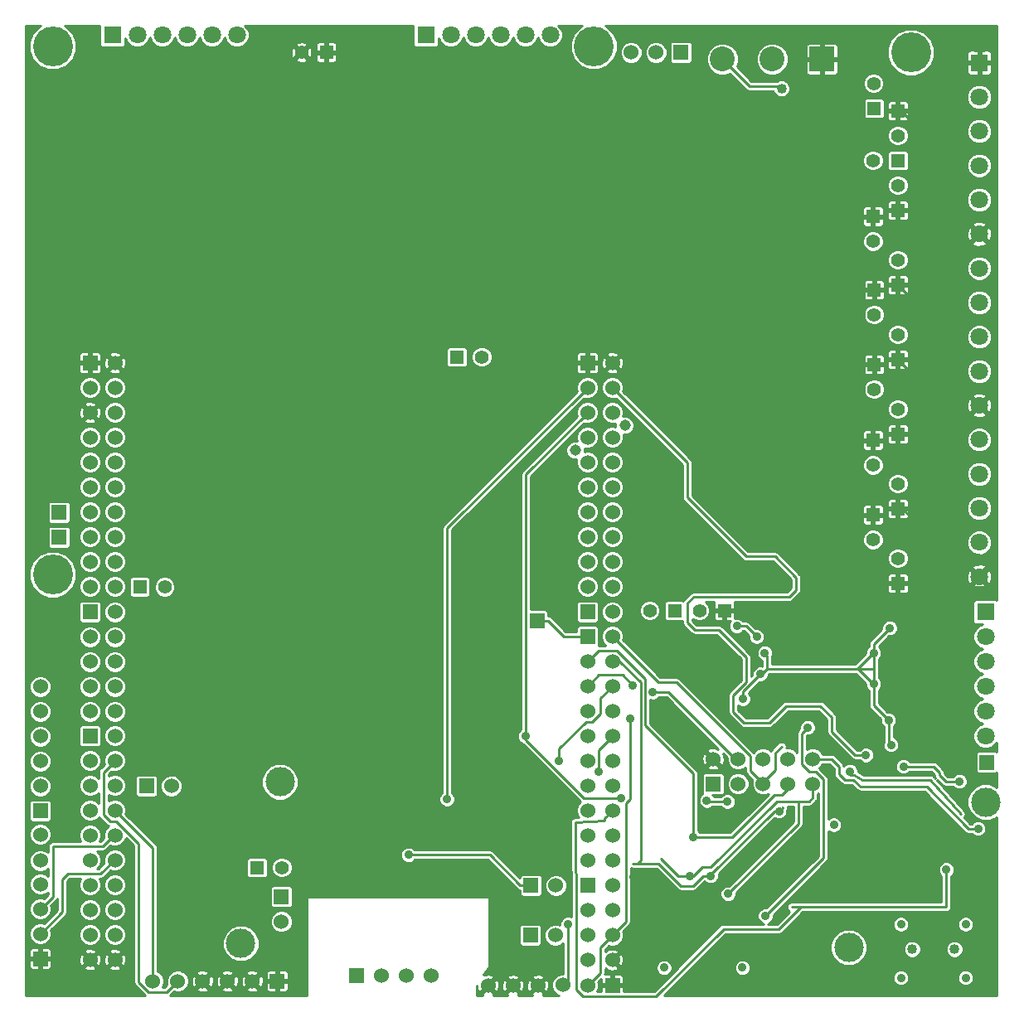
<source format=gbl>
G04 (created by PCBNEW (2013-07-07 BZR 4022)-stable) date 31/03/2014 14:52:44*
%MOIN*%
G04 Gerber Fmt 3.4, Leading zero omitted, Abs format*
%FSLAX34Y34*%
G01*
G70*
G90*
G04 APERTURE LIST*
%ADD10C,0.00590551*%
%ADD11R,0.06X0.06*%
%ADD12C,0.06*%
%ADD13R,0.055X0.055*%
%ADD14C,0.055*%
%ADD15C,0.16*%
%ADD16R,0.0708661X0.0708661*%
%ADD17C,0.0708661*%
%ADD18C,0.04*%
%ADD19C,0.035*%
%ADD20C,0.11811*%
%ADD21R,0.1X0.1*%
%ADD22C,0.1*%
%ADD23C,0.045*%
%ADD24C,0.01*%
G04 APERTURE END LIST*
G54D10*
G54D11*
X70000Y-71000D03*
G54D12*
X71000Y-71000D03*
X70000Y-72000D03*
X71000Y-72000D03*
X70000Y-73000D03*
X71000Y-73000D03*
X70000Y-74000D03*
X71000Y-74000D03*
G54D11*
X50000Y-60000D03*
G54D12*
X51000Y-60000D03*
X50000Y-61000D03*
X51000Y-61000D03*
X50000Y-62000D03*
X51000Y-62000D03*
X50000Y-63000D03*
X51000Y-63000D03*
X50000Y-64000D03*
X51000Y-64000D03*
G54D11*
X70000Y-60000D03*
G54D12*
X71000Y-60000D03*
G54D11*
X50000Y-64984D03*
G54D12*
X51000Y-64984D03*
X50000Y-65984D03*
X51000Y-65984D03*
X50000Y-66984D03*
X51000Y-66984D03*
X50000Y-67984D03*
X51000Y-67984D03*
X50000Y-68984D03*
X51000Y-68984D03*
X50000Y-69984D03*
X51000Y-69984D03*
X50000Y-70984D03*
X51000Y-70984D03*
X50000Y-71984D03*
X51000Y-71984D03*
X50000Y-72984D03*
X51000Y-72984D03*
X50000Y-73984D03*
X51000Y-73984D03*
G54D11*
X48000Y-73950D03*
G54D12*
X48000Y-72950D03*
X48000Y-71950D03*
X48000Y-70950D03*
X48000Y-70000D03*
X48000Y-68950D03*
G54D11*
X48000Y-68000D03*
G54D12*
X48000Y-67000D03*
X48000Y-66000D03*
X48000Y-65000D03*
X48000Y-64000D03*
X48000Y-63000D03*
G54D11*
X57525Y-74850D03*
G54D12*
X56525Y-74850D03*
X55525Y-74850D03*
X54525Y-74850D03*
X53525Y-74850D03*
X52525Y-74850D03*
G54D11*
X67725Y-71000D03*
G54D12*
X68725Y-71000D03*
G54D11*
X67700Y-73000D03*
G54D12*
X68700Y-73000D03*
G54D11*
X52274Y-67000D03*
G54D12*
X53274Y-67000D03*
G54D11*
X71000Y-75025D03*
G54D12*
X70000Y-75025D03*
X69000Y-75000D03*
X68000Y-75025D03*
X67000Y-75025D03*
X66000Y-75025D03*
G54D11*
X86050Y-66050D03*
X60716Y-74628D03*
G54D12*
X61716Y-74628D03*
X62716Y-74628D03*
X63716Y-74628D03*
G54D11*
X73750Y-37500D03*
G54D12*
X72750Y-37500D03*
X71750Y-37500D03*
G54D11*
X48750Y-57000D03*
X48750Y-56000D03*
G54D13*
X59500Y-37500D03*
G54D14*
X58500Y-37500D03*
G54D13*
X64750Y-49750D03*
G54D14*
X65750Y-49750D03*
G54D13*
X52000Y-59000D03*
G54D14*
X53000Y-59000D03*
G54D11*
X50000Y-49984D03*
G54D12*
X51000Y-49984D03*
X50000Y-50984D03*
X51000Y-50984D03*
X50000Y-51984D03*
X51000Y-51984D03*
X50000Y-52984D03*
X51000Y-52984D03*
X50000Y-53984D03*
X51000Y-53984D03*
X50000Y-54984D03*
X51000Y-54984D03*
X50000Y-55984D03*
X51000Y-55984D03*
X50000Y-56984D03*
X51000Y-56984D03*
X50000Y-57984D03*
X51000Y-57984D03*
X50000Y-58984D03*
X51000Y-58984D03*
G54D15*
X70250Y-37250D03*
X48500Y-58500D03*
X48500Y-37250D03*
G54D16*
X63500Y-36800D03*
G54D17*
X64500Y-36800D03*
X65500Y-36800D03*
X66500Y-36800D03*
X67500Y-36800D03*
X68500Y-36800D03*
G54D16*
X50900Y-36800D03*
G54D17*
X51900Y-36800D03*
X52900Y-36800D03*
X53900Y-36800D03*
X54900Y-36800D03*
X55900Y-36800D03*
G54D11*
X70000Y-60984D03*
G54D12*
X71000Y-60984D03*
X70000Y-61984D03*
X71000Y-61984D03*
X70000Y-62984D03*
X71000Y-62984D03*
X70000Y-63984D03*
X71000Y-63984D03*
X70000Y-64984D03*
X71000Y-64984D03*
X70000Y-65984D03*
X71000Y-65984D03*
X70000Y-66984D03*
X71000Y-66984D03*
X70000Y-67984D03*
X71000Y-67984D03*
X70000Y-68984D03*
X71000Y-68984D03*
X70000Y-69984D03*
X71000Y-69984D03*
G54D11*
X75050Y-66918D03*
G54D12*
X75050Y-65918D03*
X76050Y-66918D03*
X76050Y-65918D03*
X77050Y-66918D03*
X77050Y-65918D03*
X78050Y-66918D03*
X78050Y-65918D03*
X79050Y-66918D03*
X79050Y-65918D03*
G54D11*
X67969Y-60344D03*
G54D18*
X83050Y-73568D03*
X84750Y-73568D03*
G54D19*
X73076Y-74309D03*
X76225Y-74309D03*
G54D20*
X80500Y-73492D03*
X86000Y-67650D03*
G54D17*
X85750Y-58584D03*
X85750Y-57206D03*
G54D16*
X85750Y-37915D03*
G54D17*
X85750Y-39293D03*
X85750Y-40671D03*
X85750Y-42049D03*
X85750Y-43427D03*
X85750Y-44805D03*
X85750Y-46183D03*
X85750Y-47561D03*
X85750Y-48938D03*
X85750Y-50316D03*
X85750Y-51694D03*
X85750Y-53072D03*
X85750Y-54450D03*
X85750Y-55828D03*
G54D11*
X70000Y-49984D03*
G54D12*
X71000Y-49984D03*
X70000Y-50984D03*
X71000Y-50984D03*
X70000Y-51984D03*
X71000Y-51984D03*
X70000Y-52984D03*
X71000Y-52984D03*
X70000Y-53984D03*
X71000Y-53984D03*
X70000Y-54984D03*
X71000Y-54984D03*
X70000Y-55984D03*
X71000Y-55984D03*
X70000Y-56984D03*
X71000Y-56984D03*
X70000Y-57984D03*
X71000Y-57984D03*
X70000Y-58984D03*
X71000Y-58984D03*
G54D13*
X81474Y-53100D03*
G54D14*
X81474Y-54100D03*
G54D13*
X81474Y-44100D03*
G54D14*
X81474Y-45100D03*
G54D13*
X82474Y-52850D03*
G54D14*
X82474Y-51850D03*
G54D13*
X82474Y-43850D03*
G54D14*
X82474Y-42850D03*
G54D13*
X81525Y-50050D03*
G54D14*
X81525Y-51050D03*
G54D13*
X82474Y-39850D03*
G54D14*
X82474Y-40850D03*
G54D21*
X79425Y-37775D03*
G54D22*
X77425Y-37775D03*
X75425Y-37775D03*
G54D13*
X82474Y-46850D03*
G54D14*
X82474Y-45850D03*
G54D13*
X82474Y-55850D03*
G54D14*
X82474Y-54850D03*
G54D13*
X81525Y-47050D03*
G54D14*
X81525Y-48050D03*
G54D13*
X81474Y-56100D03*
G54D14*
X81474Y-57100D03*
G54D13*
X82474Y-49850D03*
G54D14*
X82474Y-48850D03*
G54D13*
X82474Y-58850D03*
G54D14*
X82474Y-57850D03*
G54D13*
X81525Y-39750D03*
G54D14*
X81500Y-38750D03*
G54D13*
X82474Y-41850D03*
G54D14*
X81474Y-41850D03*
G54D23*
X69500Y-53500D03*
X71500Y-52500D03*
G54D15*
X83000Y-37500D03*
G54D11*
X57688Y-71456D03*
G54D12*
X57688Y-72456D03*
G54D13*
X56712Y-70281D03*
G54D14*
X57712Y-70281D03*
G54D20*
X57637Y-66837D03*
X56062Y-73331D03*
G54D16*
X86000Y-60000D03*
G54D17*
X86000Y-61000D03*
X86000Y-62000D03*
X86000Y-63000D03*
X86000Y-64000D03*
X86000Y-65000D03*
G54D13*
X73500Y-59950D03*
G54D14*
X72500Y-59950D03*
G54D13*
X75500Y-59950D03*
G54D14*
X74500Y-59950D03*
G54D19*
X67500Y-65000D03*
X71335Y-67484D03*
X81195Y-65757D03*
G54D18*
X77800Y-38950D03*
G54D19*
X64356Y-67528D03*
X62802Y-69771D03*
X72621Y-63227D03*
X71831Y-62957D03*
X80550Y-66418D03*
X85700Y-68718D03*
X70434Y-66418D03*
X71707Y-64306D03*
X77156Y-72226D03*
X78850Y-64650D03*
X69209Y-72563D03*
X74250Y-69068D03*
X77700Y-68018D03*
X74950Y-70618D03*
X74100Y-70618D03*
X68863Y-65992D03*
X75651Y-71342D03*
X79900Y-68568D03*
X75625Y-67630D03*
X74798Y-67593D03*
X84425Y-70368D03*
X84950Y-66818D03*
X82700Y-66218D03*
X82200Y-65350D03*
X76000Y-60575D03*
X76800Y-61000D03*
X77125Y-61650D03*
X81500Y-61650D03*
X82150Y-60650D03*
X82100Y-64350D03*
X81500Y-62900D03*
X76250Y-63500D03*
X76950Y-62500D03*
X85200Y-74718D03*
X82600Y-74718D03*
X82600Y-72568D03*
X85200Y-72568D03*
X84000Y-73550D03*
X61850Y-70350D03*
X60216Y-70628D03*
X77400Y-68750D03*
X62679Y-69340D03*
X61429Y-69340D03*
X60466Y-68628D03*
X47950Y-38800D03*
X49950Y-38750D03*
X51950Y-38750D03*
X53950Y-38800D03*
X55950Y-38750D03*
X58200Y-38750D03*
X60500Y-38750D03*
X62500Y-38750D03*
X64500Y-38750D03*
X66500Y-38750D03*
X68500Y-38750D03*
X70450Y-38750D03*
X70650Y-46500D03*
X65850Y-46500D03*
X71650Y-42600D03*
X69650Y-42600D03*
X67650Y-42600D03*
X65650Y-42600D03*
X63650Y-42600D03*
X61650Y-42600D03*
X59150Y-42600D03*
X57150Y-42600D03*
X55150Y-42600D03*
X53150Y-42600D03*
X62350Y-46500D03*
X57600Y-46500D03*
X54100Y-46500D03*
X51150Y-42600D03*
X49150Y-42600D03*
X49400Y-46500D03*
X51374Y-46900D03*
X59625Y-46874D03*
X67874Y-46874D03*
X72400Y-74618D03*
X77600Y-74618D03*
X77600Y-73618D03*
X71850Y-70668D03*
X77300Y-70168D03*
X77700Y-70568D03*
X71800Y-74618D03*
X72400Y-74118D03*
X77600Y-74118D03*
X78300Y-74618D03*
X77100Y-73318D03*
X78400Y-72718D03*
X80450Y-69018D03*
X82500Y-69018D03*
G54D18*
X79000Y-38750D03*
X79750Y-38750D03*
X80500Y-38750D03*
X78500Y-38250D03*
X78500Y-37500D03*
X78250Y-36750D03*
X79000Y-36750D03*
X79750Y-36750D03*
X81500Y-37000D03*
X80500Y-37000D03*
X80500Y-38000D03*
X81000Y-37500D03*
X81500Y-38000D03*
X82500Y-39000D03*
X83250Y-39000D03*
X86000Y-36750D03*
X84500Y-36750D03*
X85250Y-37000D03*
X84750Y-37500D03*
X84750Y-38250D03*
X84250Y-38750D03*
X85250Y-38750D03*
X84750Y-39250D03*
X83750Y-39250D03*
X84250Y-39750D03*
X83250Y-39750D03*
X83750Y-40250D03*
X83250Y-40750D03*
X83200Y-43600D03*
X83000Y-47400D03*
X83400Y-47000D03*
X83800Y-46600D03*
X84200Y-46200D03*
X84600Y-45800D03*
X85000Y-45400D03*
X83600Y-50200D03*
X83600Y-49600D03*
X84200Y-49600D03*
X83000Y-50400D03*
X84600Y-55800D03*
X84000Y-55800D03*
X83400Y-55800D03*
X83800Y-56400D03*
X83200Y-56400D03*
X83200Y-58600D03*
X83600Y-59000D03*
X84000Y-58600D03*
X84400Y-59000D03*
X84800Y-58600D03*
X85200Y-59000D03*
X86200Y-59000D03*
X86200Y-58000D03*
X84600Y-53400D03*
X84000Y-53400D03*
X83400Y-53200D03*
X83600Y-52600D03*
X84200Y-52800D03*
X84600Y-52400D03*
X85000Y-52800D03*
X85200Y-52200D03*
X86200Y-52200D03*
X75500Y-58500D03*
X76000Y-58500D03*
X76500Y-58500D03*
X77000Y-58500D03*
X77750Y-59000D03*
X77250Y-59000D03*
X76750Y-59000D03*
X76250Y-59000D03*
X75750Y-59000D03*
X75250Y-59000D03*
X74750Y-59000D03*
X69250Y-58500D03*
X75000Y-58250D03*
X73750Y-58500D03*
X74250Y-39500D03*
X74750Y-39500D03*
X76750Y-44250D03*
X77250Y-44250D03*
X77500Y-44750D03*
X77000Y-44750D03*
X77750Y-44250D03*
X77750Y-47250D03*
X77500Y-47750D03*
X77250Y-47250D03*
X77250Y-50250D03*
X77500Y-50750D03*
X77750Y-50250D03*
X77250Y-53250D03*
X77500Y-53750D03*
X77750Y-53250D03*
X77750Y-56250D03*
X77500Y-56750D03*
X77250Y-56250D03*
X78250Y-57250D03*
X78750Y-57500D03*
X78250Y-54250D03*
X78750Y-54500D03*
X78250Y-51250D03*
X78750Y-51500D03*
X78250Y-48250D03*
X78750Y-48500D03*
X78250Y-45250D03*
X78750Y-45500D03*
X78250Y-42250D03*
X78750Y-42500D03*
X80750Y-56500D03*
X80250Y-56750D03*
X80750Y-57000D03*
X80750Y-57500D03*
X80250Y-57250D03*
X79250Y-57250D03*
X79750Y-57500D03*
X75750Y-56250D03*
X76000Y-56750D03*
X76250Y-56250D03*
X76500Y-56750D03*
X76750Y-56250D03*
X77000Y-56750D03*
X80750Y-53500D03*
X79250Y-54250D03*
X79750Y-54500D03*
X80250Y-54250D03*
X80750Y-54000D03*
X80250Y-53750D03*
X77000Y-53750D03*
X76750Y-53250D03*
X76250Y-53250D03*
X76500Y-53750D03*
X75750Y-53250D03*
X76000Y-53750D03*
X80750Y-50500D03*
X79250Y-51250D03*
X79750Y-51500D03*
X80250Y-51250D03*
X80750Y-51000D03*
X80250Y-50750D03*
X77000Y-50750D03*
X76750Y-50250D03*
X76250Y-50250D03*
X76500Y-50750D03*
X75750Y-50250D03*
X76000Y-50750D03*
X80750Y-47500D03*
X80250Y-47750D03*
X80750Y-48000D03*
X80250Y-48250D03*
X79250Y-48250D03*
X79750Y-48500D03*
X77000Y-47750D03*
X76750Y-47250D03*
X76250Y-47250D03*
X76500Y-47750D03*
X75750Y-47250D03*
X76000Y-47750D03*
X80750Y-44500D03*
X80250Y-44750D03*
X80750Y-45000D03*
X80250Y-45250D03*
X79250Y-45250D03*
X79750Y-45500D03*
X76250Y-44250D03*
X76500Y-44750D03*
X75750Y-44250D03*
X76000Y-44750D03*
X80250Y-41000D03*
X80250Y-40500D03*
X80750Y-40750D03*
X80250Y-41500D03*
X80750Y-41750D03*
X80250Y-42000D03*
X79250Y-42250D03*
X79750Y-42500D03*
X75500Y-40000D03*
X75250Y-39500D03*
X75750Y-39500D03*
X76250Y-39500D03*
X76750Y-39500D03*
X77250Y-39500D03*
X77500Y-40000D03*
X77000Y-40000D03*
X76500Y-40000D03*
X76000Y-40000D03*
X78250Y-41000D03*
X78250Y-40500D03*
X77750Y-40750D03*
X77750Y-41250D03*
X76750Y-41250D03*
X77250Y-41250D03*
X77500Y-41750D03*
X76000Y-41750D03*
X76500Y-41750D03*
X77000Y-41750D03*
X76250Y-41250D03*
X75750Y-41250D03*
G54D19*
X52888Y-70106D03*
X55762Y-72431D03*
X56612Y-70906D03*
X53112Y-72281D03*
X73100Y-60550D03*
X73300Y-61575D03*
X80400Y-63525D03*
X80900Y-63775D03*
X80400Y-64025D03*
X80900Y-64275D03*
X80400Y-64525D03*
X80900Y-64775D03*
X80900Y-61000D03*
X80400Y-60750D03*
X80875Y-60500D03*
X80400Y-60250D03*
X80875Y-60000D03*
X80375Y-59750D03*
X75750Y-62900D03*
X75250Y-62650D03*
X75750Y-62400D03*
X75250Y-62150D03*
X75750Y-61900D03*
X75250Y-61625D03*
X84750Y-61050D03*
X84800Y-62725D03*
X84750Y-64100D03*
X84700Y-59750D03*
X78950Y-61300D03*
X78900Y-63200D03*
X79850Y-62850D03*
X79850Y-61650D03*
X79200Y-60650D03*
X79200Y-64350D03*
X74000Y-62500D03*
X74750Y-63550D03*
G54D24*
X67500Y-65000D02*
X67522Y-65000D01*
X67522Y-65000D02*
X67522Y-65147D01*
X67522Y-65147D02*
X69858Y-67484D01*
X69858Y-67484D02*
X71335Y-67484D01*
X67522Y-54461D02*
X67522Y-65000D01*
X70000Y-51984D02*
X67522Y-54461D01*
X74017Y-55259D02*
X74017Y-55407D01*
X74017Y-55259D02*
X74017Y-54001D01*
X71000Y-50984D02*
X74017Y-54001D01*
X80757Y-65757D02*
X81195Y-65757D01*
X79820Y-64820D02*
X80757Y-65757D01*
X79820Y-64240D02*
X79820Y-64820D01*
X79360Y-63780D02*
X79820Y-64240D01*
X77990Y-63780D02*
X79360Y-63780D01*
X77310Y-64460D02*
X77990Y-63780D01*
X76290Y-64460D02*
X77310Y-64460D01*
X75860Y-64030D02*
X76290Y-64460D01*
X75860Y-63349D02*
X75860Y-64030D01*
X76380Y-62829D02*
X75860Y-63349D01*
X76380Y-61820D02*
X76380Y-62829D01*
X75280Y-60720D02*
X76380Y-61820D01*
X74310Y-60720D02*
X75280Y-60720D01*
X74030Y-60440D02*
X74310Y-60720D01*
X74030Y-59640D02*
X74030Y-60440D01*
X74270Y-59400D02*
X74030Y-59640D01*
X78110Y-59400D02*
X74270Y-59400D01*
X78390Y-59120D02*
X78110Y-59400D01*
X78390Y-58620D02*
X78390Y-59120D01*
X77540Y-57770D02*
X78390Y-58620D01*
X76380Y-57770D02*
X77540Y-57770D01*
X74017Y-55407D02*
X76380Y-57770D01*
X76500Y-38850D02*
X75425Y-37775D01*
X77700Y-38850D02*
X76500Y-38850D01*
X77800Y-38950D02*
X77700Y-38850D01*
X64356Y-56627D02*
X70000Y-50984D01*
X64356Y-67528D02*
X64356Y-56627D01*
X69039Y-60984D02*
X70000Y-60984D01*
X68399Y-60344D02*
X69039Y-60984D01*
X67969Y-60344D02*
X68399Y-60344D01*
X66066Y-69771D02*
X67295Y-71000D01*
X62802Y-69771D02*
X66066Y-69771D01*
X67725Y-71000D02*
X67295Y-71000D01*
X75949Y-65918D02*
X75850Y-65918D01*
X76050Y-65918D02*
X75949Y-65918D01*
X73258Y-63227D02*
X72621Y-63227D01*
X75949Y-65918D02*
X73258Y-63227D01*
X70440Y-62543D02*
X70000Y-62984D01*
X71417Y-62543D02*
X70440Y-62543D01*
X71831Y-62957D02*
X71417Y-62543D01*
X77550Y-65768D02*
X77550Y-65748D01*
X77550Y-65668D02*
X77800Y-65418D01*
X77550Y-65748D02*
X77550Y-65668D01*
X77550Y-65768D02*
X77550Y-65748D01*
X77050Y-66918D02*
X77050Y-66893D01*
X77550Y-66368D02*
X77550Y-65768D01*
X77050Y-66868D02*
X77550Y-66368D01*
X77050Y-66893D02*
X77050Y-66868D01*
X72850Y-62834D02*
X71000Y-60984D01*
X73588Y-62834D02*
X72850Y-62834D01*
X76550Y-65795D02*
X73588Y-62834D01*
X76550Y-66393D02*
X76550Y-65795D01*
X77050Y-66893D02*
X76550Y-66393D01*
X76950Y-65918D02*
X77050Y-65918D01*
X83785Y-66753D02*
X85000Y-68118D01*
X81064Y-66753D02*
X83785Y-66753D01*
X80729Y-66568D02*
X81064Y-66753D01*
X80579Y-66568D02*
X80729Y-66568D01*
X80429Y-66418D02*
X80579Y-66568D01*
X80550Y-66418D02*
X80429Y-66418D01*
X81064Y-66753D02*
X81079Y-66768D01*
X85300Y-68718D02*
X85700Y-68718D01*
X83650Y-67018D02*
X85300Y-68718D01*
X80975Y-67018D02*
X83650Y-67018D01*
X80675Y-66768D02*
X80975Y-67018D01*
X80350Y-66768D02*
X80675Y-66768D01*
X80100Y-66518D02*
X80350Y-66768D01*
X80100Y-66218D02*
X80100Y-66518D01*
X79800Y-65918D02*
X80100Y-66218D01*
X79050Y-65918D02*
X79800Y-65918D01*
X70434Y-65549D02*
X71000Y-64984D01*
X70434Y-66418D02*
X70434Y-65549D01*
X71543Y-72456D02*
X71000Y-73000D01*
X71543Y-72456D02*
X71543Y-67707D01*
X71543Y-67707D02*
X71707Y-67543D01*
X71707Y-67543D02*
X71707Y-64306D01*
X70500Y-74525D02*
X70000Y-75025D01*
X70500Y-73500D02*
X70500Y-74525D01*
X71000Y-73000D02*
X70500Y-73500D01*
X78619Y-66119D02*
X78918Y-66418D01*
X78918Y-66418D02*
X79168Y-66418D01*
X79168Y-66418D02*
X79485Y-66735D01*
X79485Y-66735D02*
X79485Y-69897D01*
X79485Y-69897D02*
X77156Y-72226D01*
X78619Y-64880D02*
X78619Y-66119D01*
X78850Y-64650D02*
X78619Y-64880D01*
X69209Y-74790D02*
X69209Y-72563D01*
X69000Y-75000D02*
X69209Y-74790D01*
X50538Y-66445D02*
X51000Y-65984D01*
X50538Y-68145D02*
X50538Y-66445D01*
X50806Y-68414D02*
X50538Y-68145D01*
X51045Y-68414D02*
X50806Y-68414D01*
X51951Y-69319D02*
X51045Y-68414D01*
X51951Y-74896D02*
X51951Y-69319D01*
X52352Y-75297D02*
X51951Y-74896D01*
X53077Y-75297D02*
X52352Y-75297D01*
X53525Y-74850D02*
X53077Y-75297D01*
X52525Y-69509D02*
X51000Y-67984D01*
X52525Y-74850D02*
X52525Y-69509D01*
X51000Y-69983D02*
X50999Y-69983D01*
X48874Y-72074D02*
X48000Y-72950D01*
X48874Y-70750D02*
X48874Y-72074D01*
X49100Y-70525D02*
X48874Y-70750D01*
X50425Y-70525D02*
X49100Y-70525D01*
X50966Y-69983D02*
X50425Y-70525D01*
X50999Y-69983D02*
X50966Y-69983D01*
X50999Y-69983D02*
X51000Y-69984D01*
X48000Y-71950D02*
X47950Y-72000D01*
X51000Y-68983D02*
X50999Y-68983D01*
X48500Y-71450D02*
X48000Y-71950D01*
X48500Y-69450D02*
X48500Y-71450D01*
X48525Y-69425D02*
X48500Y-69450D01*
X50500Y-69425D02*
X48525Y-69425D01*
X50940Y-68983D02*
X50500Y-69425D01*
X50999Y-68983D02*
X50940Y-68983D01*
X50999Y-68983D02*
X51000Y-68984D01*
X78050Y-66918D02*
X78150Y-66918D01*
X75800Y-69068D02*
X74250Y-69068D01*
X77500Y-67368D02*
X75800Y-69068D01*
X77800Y-67368D02*
X77500Y-67368D01*
X78050Y-67118D02*
X77800Y-67368D01*
X78050Y-66918D02*
X78050Y-67118D01*
X70437Y-61546D02*
X70000Y-61984D01*
X71177Y-61546D02*
X70437Y-61546D01*
X72316Y-62685D02*
X71177Y-61546D01*
X72316Y-64563D02*
X72316Y-62685D01*
X74250Y-66496D02*
X72316Y-64563D01*
X74250Y-69068D02*
X74250Y-66496D01*
X77500Y-68018D02*
X77700Y-68018D01*
X74950Y-70568D02*
X77500Y-68018D01*
X74950Y-70618D02*
X74950Y-70568D01*
X77850Y-67868D02*
X77700Y-68018D01*
X74950Y-70618D02*
X75000Y-70618D01*
X72850Y-70118D02*
X72017Y-70118D01*
X73750Y-71018D02*
X72850Y-70118D01*
X74250Y-71018D02*
X73750Y-71018D01*
X74650Y-70618D02*
X74250Y-71018D01*
X74950Y-70618D02*
X74650Y-70618D01*
X72017Y-70118D02*
X71800Y-70118D01*
X71289Y-61984D02*
X71000Y-61984D01*
X72136Y-62830D02*
X71289Y-61984D01*
X72136Y-69999D02*
X72136Y-62830D01*
X72017Y-70118D02*
X72136Y-69999D01*
X79050Y-67427D02*
X79050Y-67468D01*
X79050Y-66918D02*
X79045Y-66918D01*
X79050Y-67468D02*
X79050Y-67427D01*
X79050Y-67427D02*
X79050Y-66918D01*
X73650Y-70618D02*
X74100Y-70618D01*
X72950Y-69918D02*
X73650Y-70618D01*
X68863Y-65507D02*
X68863Y-65992D01*
X69956Y-64414D02*
X68863Y-65507D01*
X70189Y-64414D02*
X69956Y-64414D01*
X70506Y-64096D02*
X70189Y-64414D01*
X70506Y-63477D02*
X70506Y-64096D01*
X71000Y-62984D02*
X70506Y-63477D01*
X78480Y-68513D02*
X78480Y-67618D01*
X75651Y-71342D02*
X78480Y-68513D01*
X77600Y-67618D02*
X78480Y-67618D01*
X74950Y-70268D02*
X77600Y-67618D01*
X74600Y-70268D02*
X74950Y-70268D01*
X74250Y-70618D02*
X74600Y-70268D01*
X74100Y-70618D02*
X74250Y-70618D01*
X78900Y-67618D02*
X79050Y-67468D01*
X78480Y-67618D02*
X78900Y-67618D01*
X79900Y-68568D02*
X79900Y-68548D01*
X74835Y-67630D02*
X74798Y-67593D01*
X75625Y-67630D02*
X74835Y-67630D01*
X70675Y-68400D02*
X70675Y-68309D01*
X69500Y-68475D02*
X70675Y-68400D01*
X70675Y-68309D02*
X71000Y-67984D01*
X84425Y-71868D02*
X78572Y-71868D01*
X84425Y-70368D02*
X84425Y-71868D01*
X78572Y-71868D02*
X78200Y-71868D01*
X69552Y-75205D02*
X69552Y-72827D01*
X69813Y-75465D02*
X69552Y-75205D01*
X72752Y-75465D02*
X69813Y-75465D01*
X75474Y-72744D02*
X72752Y-75465D01*
X77696Y-72744D02*
X75474Y-72744D01*
X78572Y-71868D02*
X77696Y-72744D01*
X69552Y-72827D02*
X69550Y-72525D01*
X84400Y-66818D02*
X84950Y-66818D01*
X84150Y-66568D02*
X84400Y-66818D01*
X84150Y-66468D02*
X84150Y-66568D01*
X83900Y-66218D02*
X84150Y-66468D01*
X82700Y-66218D02*
X83900Y-66218D01*
X69550Y-72525D02*
X69513Y-68479D01*
X82100Y-64350D02*
X82100Y-65250D01*
X82100Y-65250D02*
X82200Y-65350D01*
X81500Y-62900D02*
X81475Y-62900D01*
X80875Y-62300D02*
X80875Y-62250D01*
X81475Y-62900D02*
X80875Y-62300D01*
X81500Y-61650D02*
X81475Y-61650D01*
X81475Y-61650D02*
X80875Y-62250D01*
X80875Y-62250D02*
X80825Y-62300D01*
X77225Y-62300D02*
X77225Y-61750D01*
X76375Y-60575D02*
X76000Y-60575D01*
X76800Y-61000D02*
X76375Y-60575D01*
X77225Y-61750D02*
X77125Y-61650D01*
X76950Y-62500D02*
X77000Y-62500D01*
X81450Y-62300D02*
X81500Y-62250D01*
X80825Y-62300D02*
X81450Y-62300D01*
X77200Y-62300D02*
X77225Y-62300D01*
X77225Y-62300D02*
X80825Y-62300D01*
X77000Y-62500D02*
X77200Y-62300D01*
X81500Y-61650D02*
X81500Y-62250D01*
X81500Y-62250D02*
X81500Y-62900D01*
X81500Y-61300D02*
X81500Y-61650D01*
X82150Y-60650D02*
X81500Y-61300D01*
X82100Y-64350D02*
X81500Y-63750D01*
X81500Y-63750D02*
X81500Y-62900D01*
X76250Y-63200D02*
X76250Y-63500D01*
X76950Y-62500D02*
X76250Y-63200D01*
X51374Y-46900D02*
X51400Y-46900D01*
X59625Y-46874D02*
X59650Y-46900D01*
X67874Y-46874D02*
X67900Y-46900D01*
X77800Y-73318D02*
X77100Y-73318D01*
X78400Y-72718D02*
X77800Y-73318D01*
X80450Y-69018D02*
X82500Y-69018D01*
X80500Y-38750D02*
X79750Y-38750D01*
X78500Y-37500D02*
X78500Y-38250D01*
X79000Y-36750D02*
X78250Y-36750D01*
X81250Y-36750D02*
X79750Y-36750D01*
X81500Y-37000D02*
X81250Y-36750D01*
X80500Y-38000D02*
X80500Y-37000D01*
X81500Y-38000D02*
X81000Y-37500D01*
X83250Y-39000D02*
X82500Y-39000D01*
X84500Y-36750D02*
X86000Y-36750D01*
X84750Y-37500D02*
X85250Y-37000D01*
X84250Y-38750D02*
X84750Y-38250D01*
X84750Y-39250D02*
X85250Y-38750D01*
X84250Y-39750D02*
X83750Y-39250D01*
X83750Y-40250D02*
X83250Y-39750D01*
X83250Y-40500D02*
X83250Y-40750D01*
X82600Y-39850D02*
X83250Y-40500D01*
X82474Y-39850D02*
X82600Y-39850D01*
X82474Y-46874D02*
X83000Y-47400D01*
X82474Y-46850D02*
X82474Y-46874D01*
X83400Y-47000D02*
X83800Y-46600D01*
X84200Y-46200D02*
X84600Y-45800D01*
X84200Y-49600D02*
X83600Y-49600D01*
X82474Y-49874D02*
X83000Y-50400D01*
X82474Y-49850D02*
X82474Y-49874D01*
X84000Y-55800D02*
X84600Y-55800D01*
X83400Y-56000D02*
X83400Y-55800D01*
X83800Y-56400D02*
X83400Y-56000D01*
X82650Y-55850D02*
X83200Y-56400D01*
X82474Y-55850D02*
X82650Y-55850D01*
X84000Y-58600D02*
X83600Y-59000D01*
X84800Y-58600D02*
X84400Y-59000D01*
X86200Y-59000D02*
X85200Y-59000D01*
X85750Y-58450D02*
X86200Y-58000D01*
X85750Y-58584D02*
X85750Y-58450D01*
X83600Y-53400D02*
X84000Y-53400D01*
X83400Y-53200D02*
X83600Y-53400D01*
X84000Y-52600D02*
X83600Y-52600D01*
X84200Y-52800D02*
X84000Y-52600D01*
X85000Y-52800D02*
X84600Y-52400D01*
X86200Y-52200D02*
X85200Y-52200D01*
X76000Y-58500D02*
X75500Y-58500D01*
X77000Y-58500D02*
X76500Y-58500D01*
X77250Y-59000D02*
X77750Y-59000D01*
X76250Y-59000D02*
X76750Y-59000D01*
X75250Y-59000D02*
X75750Y-59000D01*
X74750Y-58500D02*
X74750Y-59000D01*
X75000Y-58250D02*
X74750Y-58500D01*
X72500Y-58500D02*
X69250Y-58500D01*
X72750Y-58250D02*
X72500Y-58500D01*
X74000Y-58250D02*
X72750Y-58250D01*
X75000Y-58250D02*
X74000Y-58250D01*
X74000Y-58250D02*
X73750Y-58500D01*
X74750Y-39500D02*
X74250Y-39500D01*
X76750Y-44250D02*
X77250Y-44250D01*
X77000Y-44750D02*
X77500Y-44750D01*
X77500Y-47500D02*
X77250Y-47250D01*
X77500Y-47750D02*
X77500Y-47500D01*
X77500Y-50500D02*
X77500Y-50750D01*
X77250Y-50250D02*
X77500Y-50500D01*
X77500Y-53500D02*
X77500Y-53750D01*
X77250Y-53250D02*
X77500Y-53500D01*
X77500Y-56500D02*
X77250Y-56250D01*
X77500Y-56750D02*
X77500Y-56500D01*
X78500Y-57250D02*
X78250Y-57250D01*
X78750Y-57500D02*
X78500Y-57250D01*
X78500Y-54250D02*
X78250Y-54250D01*
X78750Y-54500D02*
X78500Y-54250D01*
X78500Y-51250D02*
X78250Y-51250D01*
X78750Y-51500D02*
X78500Y-51250D01*
X78500Y-48250D02*
X78250Y-48250D01*
X78750Y-48500D02*
X78500Y-48250D01*
X78500Y-45250D02*
X78250Y-45250D01*
X78750Y-45500D02*
X78500Y-45250D01*
X78500Y-42250D02*
X78250Y-42250D01*
X78750Y-42500D02*
X78500Y-42250D01*
X80500Y-56750D02*
X80250Y-56750D01*
X80750Y-57000D02*
X80500Y-56750D01*
X80500Y-57500D02*
X80750Y-57500D01*
X80250Y-57250D02*
X80500Y-57500D01*
X79500Y-57500D02*
X79750Y-57500D01*
X79250Y-57250D02*
X79500Y-57500D01*
X76000Y-56500D02*
X76000Y-56750D01*
X75750Y-56250D02*
X76000Y-56500D01*
X76500Y-56500D02*
X76500Y-56750D01*
X76250Y-56250D02*
X76500Y-56500D01*
X77000Y-56500D02*
X77000Y-56750D01*
X76750Y-56250D02*
X77000Y-56500D01*
X79500Y-54500D02*
X79750Y-54500D01*
X79250Y-54250D02*
X79500Y-54500D01*
X80500Y-54000D02*
X80750Y-54000D01*
X80250Y-54250D02*
X80500Y-54000D01*
X80500Y-53500D02*
X80750Y-53500D01*
X80250Y-53750D02*
X80500Y-53500D01*
X77000Y-53500D02*
X77000Y-53750D01*
X76750Y-53250D02*
X77000Y-53500D01*
X76500Y-53500D02*
X76500Y-53750D01*
X76250Y-53250D02*
X76500Y-53500D01*
X76000Y-53500D02*
X76000Y-53750D01*
X75750Y-53250D02*
X76000Y-53500D01*
X79500Y-51500D02*
X79750Y-51500D01*
X79250Y-51250D02*
X79500Y-51500D01*
X80500Y-51000D02*
X80750Y-51000D01*
X80250Y-51250D02*
X80500Y-51000D01*
X80500Y-50500D02*
X80750Y-50500D01*
X80250Y-50750D02*
X80500Y-50500D01*
X77000Y-50500D02*
X77000Y-50750D01*
X76750Y-50250D02*
X77000Y-50500D01*
X76500Y-50500D02*
X76500Y-50750D01*
X76250Y-50250D02*
X76500Y-50500D01*
X76000Y-50500D02*
X76000Y-50750D01*
X75750Y-50250D02*
X76000Y-50500D01*
X80500Y-47500D02*
X80750Y-47500D01*
X80250Y-47750D02*
X80500Y-47500D01*
X80500Y-48000D02*
X80750Y-48000D01*
X80250Y-48250D02*
X80500Y-48000D01*
X79500Y-48500D02*
X79750Y-48500D01*
X79250Y-48250D02*
X79500Y-48500D01*
X77000Y-47500D02*
X77000Y-47750D01*
X76750Y-47250D02*
X77000Y-47500D01*
X76500Y-47500D02*
X76500Y-47750D01*
X76250Y-47250D02*
X76500Y-47500D01*
X76000Y-47500D02*
X76000Y-47750D01*
X75750Y-47250D02*
X76000Y-47500D01*
X80500Y-44500D02*
X80750Y-44500D01*
X80250Y-44750D02*
X80500Y-44500D01*
X80500Y-45000D02*
X80750Y-45000D01*
X80250Y-45250D02*
X80500Y-45000D01*
X79500Y-45500D02*
X79750Y-45500D01*
X79250Y-45250D02*
X79500Y-45500D01*
X76500Y-44500D02*
X76500Y-44750D01*
X76250Y-44250D02*
X76500Y-44500D01*
X76000Y-44500D02*
X76000Y-44750D01*
X75750Y-44250D02*
X76000Y-44500D01*
X80250Y-41000D02*
X80250Y-41500D01*
X80500Y-40500D02*
X80250Y-40500D01*
X80750Y-40750D02*
X80500Y-40500D01*
X80500Y-41750D02*
X80750Y-41750D01*
X80250Y-42000D02*
X80500Y-41750D01*
X79500Y-42500D02*
X79750Y-42500D01*
X79250Y-42250D02*
X79500Y-42500D01*
X75500Y-39750D02*
X75500Y-40000D01*
X75250Y-39500D02*
X75500Y-39750D01*
X76250Y-39500D02*
X75750Y-39500D01*
X77250Y-39500D02*
X76750Y-39500D01*
X77000Y-40000D02*
X77500Y-40000D01*
X76000Y-40000D02*
X76500Y-40000D01*
X78250Y-40500D02*
X78250Y-41000D01*
X77750Y-41250D02*
X77750Y-40750D01*
X76750Y-41250D02*
X77250Y-41250D01*
X77000Y-41750D02*
X76500Y-41750D01*
X75750Y-41250D02*
X76250Y-41250D01*
X55762Y-71756D02*
X55762Y-72431D01*
X56612Y-70906D02*
X55762Y-71756D01*
X76000Y-41750D02*
X76500Y-41750D01*
X76500Y-41750D02*
X77000Y-41750D01*
X77000Y-41750D02*
X77500Y-41750D01*
X75000Y-58250D02*
X74000Y-58250D01*
X75250Y-61625D02*
X74175Y-61625D01*
X74175Y-61625D02*
X73100Y-60550D01*
X75250Y-61625D02*
X73350Y-61625D01*
X73350Y-61625D02*
X73300Y-61575D01*
X80650Y-63525D02*
X80400Y-63525D01*
X80900Y-63775D02*
X80650Y-63525D01*
X80650Y-64025D02*
X80400Y-64025D01*
X80900Y-64275D02*
X80650Y-64025D01*
X80650Y-64525D02*
X80400Y-64525D01*
X80900Y-64775D02*
X80650Y-64525D01*
X80650Y-61000D02*
X80900Y-61000D01*
X80400Y-60750D02*
X80650Y-61000D01*
X80650Y-60500D02*
X80875Y-60500D01*
X80400Y-60250D02*
X80650Y-60500D01*
X80625Y-60000D02*
X80875Y-60000D01*
X80375Y-59750D02*
X80625Y-60000D01*
X75500Y-62900D02*
X75750Y-62900D01*
X75250Y-62650D02*
X75500Y-62900D01*
X75500Y-62400D02*
X75750Y-62400D01*
X75250Y-62150D02*
X75500Y-62400D01*
X75525Y-61900D02*
X75750Y-61900D01*
X75250Y-61625D02*
X75525Y-61900D01*
G54D10*
G36*
X70076Y-74005D02*
X70005Y-74076D01*
X70000Y-74070D01*
X69994Y-74076D01*
X69923Y-74005D01*
X69929Y-74000D01*
X69923Y-73994D01*
X69994Y-73923D01*
X70000Y-73929D01*
X70005Y-73923D01*
X70076Y-73994D01*
X70070Y-74000D01*
X70076Y-74005D01*
X70076Y-74005D01*
G37*
G54D24*
X70076Y-74005D02*
X70005Y-74076D01*
X70000Y-74070D01*
X69994Y-74076D01*
X69923Y-74005D01*
X69929Y-74000D01*
X69923Y-73994D01*
X69994Y-73923D01*
X70000Y-73929D01*
X70005Y-73923D01*
X70076Y-73994D01*
X70070Y-74000D01*
X70076Y-74005D01*
G54D10*
G36*
X77271Y-67313D02*
X76500Y-68085D01*
X76500Y-66828D01*
X76431Y-66663D01*
X76305Y-66536D01*
X76139Y-66468D01*
X75960Y-66468D01*
X75795Y-66536D01*
X75668Y-66662D01*
X75600Y-66828D01*
X75599Y-67007D01*
X75668Y-67172D01*
X75794Y-67299D01*
X75960Y-67368D01*
X76139Y-67368D01*
X76304Y-67299D01*
X76431Y-67173D01*
X76499Y-67008D01*
X76500Y-66828D01*
X76500Y-68085D01*
X75950Y-68635D01*
X75950Y-67566D01*
X75900Y-67446D01*
X75809Y-67355D01*
X75690Y-67305D01*
X75560Y-67305D01*
X75441Y-67354D01*
X75365Y-67430D01*
X75082Y-67430D01*
X75074Y-67409D01*
X75032Y-67368D01*
X75379Y-67368D01*
X75434Y-67345D01*
X75477Y-67303D01*
X75499Y-67248D01*
X75500Y-67188D01*
X75500Y-66588D01*
X75477Y-66533D01*
X75435Y-66491D01*
X75379Y-66468D01*
X75320Y-66468D01*
X75310Y-66468D01*
X75310Y-66249D01*
X75050Y-65988D01*
X74979Y-66059D01*
X74979Y-65918D01*
X74718Y-65657D01*
X74651Y-65690D01*
X74594Y-65860D01*
X74607Y-66038D01*
X74651Y-66145D01*
X74718Y-66178D01*
X74979Y-65918D01*
X74979Y-66059D01*
X74789Y-66249D01*
X74822Y-66316D01*
X74992Y-66373D01*
X75170Y-66360D01*
X75277Y-66316D01*
X75310Y-66249D01*
X75310Y-66468D01*
X74720Y-66468D01*
X74665Y-66490D01*
X74622Y-66533D01*
X74600Y-66588D01*
X74599Y-66647D01*
X74599Y-67247D01*
X74622Y-67302D01*
X74630Y-67311D01*
X74614Y-67317D01*
X74523Y-67409D01*
X74473Y-67528D01*
X74473Y-67657D01*
X74522Y-67777D01*
X74614Y-67868D01*
X74733Y-67918D01*
X74862Y-67918D01*
X74982Y-67869D01*
X75021Y-67830D01*
X75365Y-67830D01*
X75440Y-67905D01*
X75560Y-67955D01*
X75689Y-67955D01*
X75808Y-67906D01*
X75900Y-67814D01*
X75950Y-67695D01*
X75950Y-67566D01*
X75950Y-68635D01*
X75717Y-68868D01*
X74509Y-68868D01*
X74450Y-68808D01*
X74450Y-66496D01*
X74434Y-66420D01*
X74434Y-66420D01*
X74391Y-66355D01*
X72516Y-64480D01*
X72516Y-63535D01*
X72556Y-63551D01*
X72686Y-63552D01*
X72805Y-63502D01*
X72881Y-63427D01*
X73175Y-63427D01*
X75263Y-65515D01*
X75107Y-65462D01*
X74929Y-65475D01*
X74822Y-65519D01*
X74789Y-65586D01*
X75050Y-65847D01*
X75055Y-65841D01*
X75126Y-65912D01*
X75120Y-65918D01*
X75381Y-66178D01*
X75448Y-66145D01*
X75505Y-65975D01*
X75492Y-65797D01*
X75454Y-65705D01*
X75600Y-65851D01*
X75599Y-66007D01*
X75668Y-66172D01*
X75794Y-66299D01*
X75960Y-66368D01*
X76139Y-66368D01*
X76304Y-66299D01*
X76350Y-66254D01*
X76350Y-66393D01*
X76365Y-66469D01*
X76408Y-66534D01*
X76630Y-66756D01*
X76600Y-66828D01*
X76599Y-67007D01*
X76668Y-67172D01*
X76794Y-67299D01*
X76960Y-67368D01*
X77139Y-67368D01*
X77271Y-67313D01*
X77271Y-67313D01*
G37*
G54D24*
X77271Y-67313D02*
X76500Y-68085D01*
X76500Y-66828D01*
X76431Y-66663D01*
X76305Y-66536D01*
X76139Y-66468D01*
X75960Y-66468D01*
X75795Y-66536D01*
X75668Y-66662D01*
X75600Y-66828D01*
X75599Y-67007D01*
X75668Y-67172D01*
X75794Y-67299D01*
X75960Y-67368D01*
X76139Y-67368D01*
X76304Y-67299D01*
X76431Y-67173D01*
X76499Y-67008D01*
X76500Y-66828D01*
X76500Y-68085D01*
X75950Y-68635D01*
X75950Y-67566D01*
X75900Y-67446D01*
X75809Y-67355D01*
X75690Y-67305D01*
X75560Y-67305D01*
X75441Y-67354D01*
X75365Y-67430D01*
X75082Y-67430D01*
X75074Y-67409D01*
X75032Y-67368D01*
X75379Y-67368D01*
X75434Y-67345D01*
X75477Y-67303D01*
X75499Y-67248D01*
X75500Y-67188D01*
X75500Y-66588D01*
X75477Y-66533D01*
X75435Y-66491D01*
X75379Y-66468D01*
X75320Y-66468D01*
X75310Y-66468D01*
X75310Y-66249D01*
X75050Y-65988D01*
X74979Y-66059D01*
X74979Y-65918D01*
X74718Y-65657D01*
X74651Y-65690D01*
X74594Y-65860D01*
X74607Y-66038D01*
X74651Y-66145D01*
X74718Y-66178D01*
X74979Y-65918D01*
X74979Y-66059D01*
X74789Y-66249D01*
X74822Y-66316D01*
X74992Y-66373D01*
X75170Y-66360D01*
X75277Y-66316D01*
X75310Y-66249D01*
X75310Y-66468D01*
X74720Y-66468D01*
X74665Y-66490D01*
X74622Y-66533D01*
X74600Y-66588D01*
X74599Y-66647D01*
X74599Y-67247D01*
X74622Y-67302D01*
X74630Y-67311D01*
X74614Y-67317D01*
X74523Y-67409D01*
X74473Y-67528D01*
X74473Y-67657D01*
X74522Y-67777D01*
X74614Y-67868D01*
X74733Y-67918D01*
X74862Y-67918D01*
X74982Y-67869D01*
X75021Y-67830D01*
X75365Y-67830D01*
X75440Y-67905D01*
X75560Y-67955D01*
X75689Y-67955D01*
X75808Y-67906D01*
X75900Y-67814D01*
X75950Y-67695D01*
X75950Y-67566D01*
X75950Y-68635D01*
X75717Y-68868D01*
X74509Y-68868D01*
X74450Y-68808D01*
X74450Y-66496D01*
X74434Y-66420D01*
X74434Y-66420D01*
X74391Y-66355D01*
X72516Y-64480D01*
X72516Y-63535D01*
X72556Y-63551D01*
X72686Y-63552D01*
X72805Y-63502D01*
X72881Y-63427D01*
X73175Y-63427D01*
X75263Y-65515D01*
X75107Y-65462D01*
X74929Y-65475D01*
X74822Y-65519D01*
X74789Y-65586D01*
X75050Y-65847D01*
X75055Y-65841D01*
X75126Y-65912D01*
X75120Y-65918D01*
X75381Y-66178D01*
X75448Y-66145D01*
X75505Y-65975D01*
X75492Y-65797D01*
X75454Y-65705D01*
X75600Y-65851D01*
X75599Y-66007D01*
X75668Y-66172D01*
X75794Y-66299D01*
X75960Y-66368D01*
X76139Y-66368D01*
X76304Y-66299D01*
X76350Y-66254D01*
X76350Y-66393D01*
X76365Y-66469D01*
X76408Y-66534D01*
X76630Y-66756D01*
X76600Y-66828D01*
X76599Y-67007D01*
X76668Y-67172D01*
X76794Y-67299D01*
X76960Y-67368D01*
X77139Y-67368D01*
X77271Y-67313D01*
G54D10*
G36*
X79285Y-69815D02*
X77198Y-71901D01*
X77092Y-71901D01*
X76972Y-71951D01*
X76881Y-72042D01*
X76831Y-72161D01*
X76831Y-72291D01*
X76880Y-72410D01*
X76972Y-72502D01*
X77073Y-72544D01*
X75474Y-72544D01*
X75397Y-72559D01*
X75332Y-72602D01*
X73401Y-74533D01*
X73401Y-74245D01*
X73352Y-74125D01*
X73260Y-74034D01*
X73141Y-73984D01*
X73012Y-73984D01*
X72892Y-74033D01*
X72801Y-74125D01*
X72751Y-74244D01*
X72751Y-74373D01*
X72800Y-74493D01*
X72892Y-74584D01*
X73011Y-74634D01*
X73140Y-74634D01*
X73260Y-74585D01*
X73351Y-74493D01*
X73401Y-74374D01*
X73401Y-74245D01*
X73401Y-74533D01*
X72669Y-75265D01*
X71455Y-75265D01*
X71455Y-74057D01*
X71442Y-73879D01*
X71398Y-73772D01*
X71331Y-73739D01*
X71260Y-73810D01*
X71070Y-74000D01*
X71331Y-74260D01*
X71398Y-74227D01*
X71455Y-74057D01*
X71455Y-75265D01*
X71450Y-75265D01*
X71450Y-74754D01*
X71449Y-74695D01*
X71427Y-74640D01*
X71384Y-74597D01*
X71329Y-74575D01*
X71260Y-74575D01*
X71087Y-74575D01*
X71050Y-74612D01*
X71050Y-74975D01*
X71412Y-74975D01*
X71450Y-74937D01*
X71450Y-74754D01*
X71450Y-75265D01*
X71450Y-75265D01*
X71450Y-75112D01*
X71412Y-75075D01*
X71050Y-75075D01*
X71050Y-75083D01*
X70950Y-75083D01*
X70950Y-75075D01*
X70587Y-75075D01*
X70550Y-75112D01*
X70549Y-75265D01*
X70387Y-75265D01*
X70449Y-75115D01*
X70450Y-74936D01*
X70427Y-74880D01*
X70549Y-74758D01*
X70550Y-74937D01*
X70587Y-74975D01*
X70950Y-74975D01*
X70950Y-74612D01*
X70912Y-74575D01*
X70690Y-74575D01*
X70699Y-74525D01*
X70700Y-74525D01*
X70700Y-74347D01*
X70711Y-74359D01*
X70739Y-74331D01*
X70772Y-74398D01*
X70942Y-74455D01*
X71120Y-74442D01*
X71227Y-74398D01*
X71260Y-74331D01*
X71000Y-74070D01*
X70994Y-74076D01*
X70923Y-74005D01*
X70929Y-74000D01*
X70923Y-73994D01*
X70994Y-73923D01*
X71000Y-73929D01*
X71260Y-73668D01*
X71227Y-73601D01*
X71057Y-73544D01*
X70879Y-73557D01*
X70772Y-73601D01*
X70739Y-73668D01*
X70711Y-73640D01*
X70700Y-73652D01*
X70700Y-73582D01*
X70855Y-73427D01*
X70910Y-73449D01*
X71089Y-73450D01*
X71254Y-73381D01*
X71381Y-73255D01*
X71449Y-73089D01*
X71450Y-72910D01*
X71427Y-72855D01*
X71685Y-72597D01*
X71685Y-72597D01*
X71714Y-72554D01*
X71728Y-72532D01*
X71728Y-72532D01*
X71743Y-72456D01*
X71743Y-72456D01*
X71743Y-70306D01*
X71800Y-70318D01*
X72017Y-70318D01*
X72767Y-70318D01*
X73608Y-71159D01*
X73673Y-71202D01*
X73673Y-71202D01*
X73750Y-71218D01*
X74250Y-71218D01*
X74326Y-71202D01*
X74391Y-71159D01*
X74711Y-70839D01*
X74765Y-70893D01*
X74885Y-70943D01*
X75014Y-70943D01*
X75133Y-70893D01*
X75225Y-70802D01*
X75274Y-70683D01*
X75275Y-70553D01*
X75266Y-70534D01*
X77511Y-68289D01*
X77515Y-68293D01*
X77635Y-68343D01*
X77764Y-68343D01*
X77883Y-68293D01*
X77975Y-68202D01*
X78024Y-68083D01*
X78025Y-67959D01*
X78034Y-67944D01*
X78049Y-67868D01*
X78040Y-67818D01*
X78280Y-67818D01*
X78280Y-68430D01*
X75693Y-71017D01*
X75587Y-71017D01*
X75467Y-71066D01*
X75376Y-71157D01*
X75326Y-71277D01*
X75326Y-71406D01*
X75375Y-71525D01*
X75467Y-71617D01*
X75586Y-71667D01*
X75715Y-71667D01*
X75835Y-71617D01*
X75926Y-71526D01*
X75976Y-71407D01*
X75976Y-71299D01*
X78621Y-68654D01*
X78621Y-68654D01*
X78650Y-68611D01*
X78664Y-68589D01*
X78664Y-68589D01*
X78680Y-68513D01*
X78680Y-68513D01*
X78680Y-67818D01*
X78900Y-67818D01*
X78976Y-67802D01*
X79041Y-67759D01*
X79191Y-67609D01*
X79191Y-67609D01*
X79234Y-67544D01*
X79234Y-67544D01*
X79237Y-67531D01*
X79249Y-67468D01*
X79250Y-67468D01*
X79250Y-67427D01*
X79250Y-67322D01*
X79285Y-67307D01*
X79285Y-69815D01*
X79285Y-69815D01*
G37*
G54D24*
X79285Y-69815D02*
X77198Y-71901D01*
X77092Y-71901D01*
X76972Y-71951D01*
X76881Y-72042D01*
X76831Y-72161D01*
X76831Y-72291D01*
X76880Y-72410D01*
X76972Y-72502D01*
X77073Y-72544D01*
X75474Y-72544D01*
X75397Y-72559D01*
X75332Y-72602D01*
X73401Y-74533D01*
X73401Y-74245D01*
X73352Y-74125D01*
X73260Y-74034D01*
X73141Y-73984D01*
X73012Y-73984D01*
X72892Y-74033D01*
X72801Y-74125D01*
X72751Y-74244D01*
X72751Y-74373D01*
X72800Y-74493D01*
X72892Y-74584D01*
X73011Y-74634D01*
X73140Y-74634D01*
X73260Y-74585D01*
X73351Y-74493D01*
X73401Y-74374D01*
X73401Y-74245D01*
X73401Y-74533D01*
X72669Y-75265D01*
X71455Y-75265D01*
X71455Y-74057D01*
X71442Y-73879D01*
X71398Y-73772D01*
X71331Y-73739D01*
X71260Y-73810D01*
X71070Y-74000D01*
X71331Y-74260D01*
X71398Y-74227D01*
X71455Y-74057D01*
X71455Y-75265D01*
X71450Y-75265D01*
X71450Y-74754D01*
X71449Y-74695D01*
X71427Y-74640D01*
X71384Y-74597D01*
X71329Y-74575D01*
X71260Y-74575D01*
X71087Y-74575D01*
X71050Y-74612D01*
X71050Y-74975D01*
X71412Y-74975D01*
X71450Y-74937D01*
X71450Y-74754D01*
X71450Y-75265D01*
X71450Y-75265D01*
X71450Y-75112D01*
X71412Y-75075D01*
X71050Y-75075D01*
X71050Y-75083D01*
X70950Y-75083D01*
X70950Y-75075D01*
X70587Y-75075D01*
X70550Y-75112D01*
X70549Y-75265D01*
X70387Y-75265D01*
X70449Y-75115D01*
X70450Y-74936D01*
X70427Y-74880D01*
X70549Y-74758D01*
X70550Y-74937D01*
X70587Y-74975D01*
X70950Y-74975D01*
X70950Y-74612D01*
X70912Y-74575D01*
X70690Y-74575D01*
X70699Y-74525D01*
X70700Y-74525D01*
X70700Y-74347D01*
X70711Y-74359D01*
X70739Y-74331D01*
X70772Y-74398D01*
X70942Y-74455D01*
X71120Y-74442D01*
X71227Y-74398D01*
X71260Y-74331D01*
X71000Y-74070D01*
X70994Y-74076D01*
X70923Y-74005D01*
X70929Y-74000D01*
X70923Y-73994D01*
X70994Y-73923D01*
X71000Y-73929D01*
X71260Y-73668D01*
X71227Y-73601D01*
X71057Y-73544D01*
X70879Y-73557D01*
X70772Y-73601D01*
X70739Y-73668D01*
X70711Y-73640D01*
X70700Y-73652D01*
X70700Y-73582D01*
X70855Y-73427D01*
X70910Y-73449D01*
X71089Y-73450D01*
X71254Y-73381D01*
X71381Y-73255D01*
X71449Y-73089D01*
X71450Y-72910D01*
X71427Y-72855D01*
X71685Y-72597D01*
X71685Y-72597D01*
X71714Y-72554D01*
X71728Y-72532D01*
X71728Y-72532D01*
X71743Y-72456D01*
X71743Y-72456D01*
X71743Y-70306D01*
X71800Y-70318D01*
X72017Y-70318D01*
X72767Y-70318D01*
X73608Y-71159D01*
X73673Y-71202D01*
X73673Y-71202D01*
X73750Y-71218D01*
X74250Y-71218D01*
X74326Y-71202D01*
X74391Y-71159D01*
X74711Y-70839D01*
X74765Y-70893D01*
X74885Y-70943D01*
X75014Y-70943D01*
X75133Y-70893D01*
X75225Y-70802D01*
X75274Y-70683D01*
X75275Y-70553D01*
X75266Y-70534D01*
X77511Y-68289D01*
X77515Y-68293D01*
X77635Y-68343D01*
X77764Y-68343D01*
X77883Y-68293D01*
X77975Y-68202D01*
X78024Y-68083D01*
X78025Y-67959D01*
X78034Y-67944D01*
X78049Y-67868D01*
X78040Y-67818D01*
X78280Y-67818D01*
X78280Y-68430D01*
X75693Y-71017D01*
X75587Y-71017D01*
X75467Y-71066D01*
X75376Y-71157D01*
X75326Y-71277D01*
X75326Y-71406D01*
X75375Y-71525D01*
X75467Y-71617D01*
X75586Y-71667D01*
X75715Y-71667D01*
X75835Y-71617D01*
X75926Y-71526D01*
X75976Y-71407D01*
X75976Y-71299D01*
X78621Y-68654D01*
X78621Y-68654D01*
X78650Y-68611D01*
X78664Y-68589D01*
X78664Y-68589D01*
X78680Y-68513D01*
X78680Y-68513D01*
X78680Y-67818D01*
X78900Y-67818D01*
X78976Y-67802D01*
X79041Y-67759D01*
X79191Y-67609D01*
X79191Y-67609D01*
X79234Y-67544D01*
X79234Y-67544D01*
X79237Y-67531D01*
X79249Y-67468D01*
X79250Y-67468D01*
X79250Y-67427D01*
X79250Y-67322D01*
X79285Y-67307D01*
X79285Y-69815D01*
G54D10*
G36*
X86444Y-75430D02*
X85525Y-75430D01*
X85525Y-74653D01*
X85525Y-72503D01*
X85475Y-72384D01*
X85384Y-72292D01*
X85264Y-72243D01*
X85135Y-72243D01*
X85016Y-72292D01*
X84924Y-72383D01*
X84875Y-72503D01*
X84874Y-72632D01*
X84924Y-72751D01*
X85015Y-72843D01*
X85135Y-72893D01*
X85264Y-72893D01*
X85383Y-72843D01*
X85475Y-72752D01*
X85524Y-72633D01*
X85525Y-72503D01*
X85525Y-74653D01*
X85475Y-74534D01*
X85384Y-74442D01*
X85264Y-74393D01*
X85135Y-74393D01*
X85100Y-74407D01*
X85100Y-73498D01*
X85046Y-73370D01*
X84948Y-73271D01*
X84819Y-73218D01*
X84680Y-73218D01*
X84552Y-73271D01*
X84453Y-73369D01*
X84400Y-73498D01*
X84399Y-73637D01*
X84453Y-73766D01*
X84551Y-73864D01*
X84680Y-73918D01*
X84819Y-73918D01*
X84948Y-73864D01*
X85046Y-73766D01*
X85099Y-73638D01*
X85100Y-73498D01*
X85100Y-74407D01*
X85016Y-74442D01*
X84924Y-74533D01*
X84875Y-74653D01*
X84874Y-74782D01*
X84924Y-74901D01*
X85015Y-74993D01*
X85135Y-75043D01*
X85264Y-75043D01*
X85383Y-74993D01*
X85475Y-74902D01*
X85524Y-74783D01*
X85525Y-74653D01*
X85525Y-75430D01*
X83400Y-75430D01*
X83400Y-73498D01*
X83346Y-73370D01*
X83248Y-73271D01*
X83119Y-73218D01*
X82980Y-73218D01*
X82925Y-73241D01*
X82925Y-72503D01*
X82875Y-72384D01*
X82784Y-72292D01*
X82664Y-72243D01*
X82535Y-72243D01*
X82416Y-72292D01*
X82324Y-72383D01*
X82275Y-72503D01*
X82274Y-72632D01*
X82324Y-72751D01*
X82415Y-72843D01*
X82535Y-72893D01*
X82664Y-72893D01*
X82783Y-72843D01*
X82875Y-72752D01*
X82924Y-72633D01*
X82925Y-72503D01*
X82925Y-73241D01*
X82852Y-73271D01*
X82753Y-73369D01*
X82700Y-73498D01*
X82699Y-73637D01*
X82753Y-73766D01*
X82851Y-73864D01*
X82980Y-73918D01*
X83119Y-73918D01*
X83248Y-73864D01*
X83346Y-73766D01*
X83399Y-73638D01*
X83400Y-73498D01*
X83400Y-75430D01*
X82925Y-75430D01*
X82925Y-74653D01*
X82875Y-74534D01*
X82784Y-74442D01*
X82664Y-74393D01*
X82535Y-74393D01*
X82416Y-74442D01*
X82324Y-74533D01*
X82275Y-74653D01*
X82274Y-74782D01*
X82324Y-74901D01*
X82415Y-74993D01*
X82535Y-75043D01*
X82664Y-75043D01*
X82783Y-74993D01*
X82875Y-74902D01*
X82924Y-74783D01*
X82925Y-74653D01*
X82925Y-75430D01*
X81240Y-75430D01*
X81240Y-73346D01*
X81128Y-73073D01*
X80920Y-72865D01*
X80647Y-72752D01*
X80353Y-72752D01*
X80081Y-72864D01*
X79872Y-73072D01*
X79759Y-73344D01*
X79759Y-73639D01*
X79871Y-73911D01*
X80079Y-74120D01*
X80352Y-74233D01*
X80646Y-74233D01*
X80918Y-74121D01*
X81127Y-73912D01*
X81240Y-73640D01*
X81240Y-73346D01*
X81240Y-75430D01*
X76551Y-75430D01*
X76551Y-74245D01*
X76501Y-74125D01*
X76410Y-74034D01*
X76290Y-73984D01*
X76161Y-73984D01*
X76042Y-74033D01*
X75950Y-74125D01*
X75901Y-74244D01*
X75900Y-74373D01*
X75950Y-74493D01*
X76041Y-74584D01*
X76161Y-74634D01*
X76290Y-74634D01*
X76409Y-74585D01*
X76501Y-74493D01*
X76550Y-74374D01*
X76551Y-74245D01*
X76551Y-75430D01*
X73070Y-75430D01*
X75556Y-72944D01*
X77696Y-72944D01*
X77773Y-72928D01*
X77838Y-72885D01*
X78655Y-72068D01*
X84425Y-72068D01*
X84501Y-72052D01*
X84566Y-72009D01*
X84609Y-71944D01*
X84625Y-71868D01*
X84625Y-70627D01*
X84700Y-70552D01*
X84750Y-70433D01*
X84750Y-70303D01*
X84700Y-70184D01*
X84609Y-70092D01*
X84490Y-70043D01*
X84360Y-70043D01*
X84241Y-70092D01*
X84149Y-70183D01*
X84100Y-70303D01*
X84100Y-70432D01*
X84149Y-70551D01*
X84225Y-70627D01*
X84225Y-71668D01*
X78572Y-71668D01*
X78200Y-71668D01*
X78123Y-71683D01*
X78058Y-71726D01*
X78015Y-71791D01*
X78000Y-71868D01*
X78015Y-71944D01*
X78058Y-72009D01*
X78112Y-72045D01*
X77614Y-72544D01*
X77239Y-72544D01*
X77340Y-72502D01*
X77431Y-72411D01*
X77481Y-72291D01*
X77481Y-72184D01*
X79626Y-70039D01*
X79626Y-70039D01*
X79655Y-69995D01*
X79670Y-69974D01*
X79670Y-69974D01*
X79685Y-69897D01*
X79685Y-69897D01*
X79685Y-68813D01*
X79715Y-68843D01*
X79835Y-68893D01*
X79964Y-68893D01*
X80083Y-68843D01*
X80175Y-68752D01*
X80224Y-68633D01*
X80225Y-68503D01*
X80175Y-68384D01*
X80084Y-68292D01*
X79964Y-68243D01*
X79835Y-68243D01*
X79716Y-68292D01*
X79685Y-68323D01*
X79685Y-66735D01*
X79670Y-66658D01*
X79670Y-66658D01*
X79655Y-66637D01*
X79626Y-66594D01*
X79626Y-66594D01*
X79318Y-66285D01*
X79431Y-66173D01*
X79454Y-66118D01*
X79717Y-66118D01*
X79900Y-66300D01*
X79900Y-66518D01*
X79915Y-66594D01*
X79958Y-66659D01*
X80208Y-66909D01*
X80208Y-66909D01*
X80251Y-66938D01*
X80273Y-66952D01*
X80273Y-66952D01*
X80350Y-66968D01*
X80603Y-66968D01*
X80847Y-67171D01*
X80873Y-67185D01*
X80899Y-67202D01*
X80908Y-67204D01*
X80916Y-67209D01*
X80945Y-67212D01*
X80975Y-67218D01*
X83565Y-67218D01*
X85155Y-68858D01*
X85219Y-68902D01*
X85295Y-68919D01*
X85302Y-68918D01*
X85440Y-68918D01*
X85515Y-68993D01*
X85635Y-69043D01*
X85764Y-69043D01*
X85883Y-68993D01*
X85975Y-68902D01*
X86024Y-68783D01*
X86025Y-68653D01*
X85975Y-68534D01*
X85884Y-68442D01*
X85764Y-68393D01*
X85635Y-68393D01*
X85516Y-68442D01*
X85440Y-68518D01*
X85382Y-68518D01*
X85135Y-68264D01*
X85180Y-68204D01*
X85200Y-68129D01*
X85189Y-68051D01*
X85149Y-67984D01*
X84058Y-66759D01*
X84258Y-66959D01*
X84258Y-66959D01*
X84301Y-66988D01*
X84323Y-67002D01*
X84323Y-67002D01*
X84400Y-67018D01*
X84690Y-67018D01*
X84765Y-67093D01*
X84885Y-67143D01*
X85014Y-67143D01*
X85133Y-67093D01*
X85225Y-67002D01*
X85274Y-66883D01*
X85275Y-66753D01*
X85225Y-66634D01*
X85134Y-66542D01*
X85014Y-66493D01*
X84885Y-66493D01*
X84766Y-66542D01*
X84690Y-66618D01*
X84482Y-66618D01*
X84350Y-66485D01*
X84350Y-66468D01*
X84334Y-66391D01*
X84334Y-66391D01*
X84320Y-66370D01*
X84291Y-66326D01*
X84291Y-66326D01*
X84041Y-66076D01*
X83976Y-66033D01*
X83950Y-66028D01*
X83950Y-37311D01*
X83805Y-36962D01*
X83538Y-36695D01*
X83189Y-36550D01*
X82811Y-36549D01*
X82462Y-36694D01*
X82195Y-36961D01*
X82050Y-37310D01*
X82049Y-37688D01*
X82194Y-38037D01*
X82461Y-38304D01*
X82810Y-38449D01*
X83188Y-38450D01*
X83537Y-38305D01*
X83804Y-38038D01*
X83949Y-37689D01*
X83950Y-37311D01*
X83950Y-66028D01*
X83900Y-66018D01*
X82959Y-66018D01*
X82899Y-65958D01*
X82899Y-57765D01*
X82899Y-54765D01*
X82899Y-51765D01*
X82899Y-48765D01*
X82899Y-45765D01*
X82899Y-42765D01*
X82899Y-40765D01*
X82899Y-40765D01*
X82899Y-40154D01*
X82899Y-39545D01*
X82877Y-39490D01*
X82834Y-39447D01*
X82779Y-39425D01*
X82720Y-39424D01*
X82562Y-39425D01*
X82524Y-39462D01*
X82524Y-39800D01*
X82862Y-39800D01*
X82899Y-39762D01*
X82899Y-39545D01*
X82899Y-40154D01*
X82899Y-39937D01*
X82862Y-39900D01*
X82524Y-39900D01*
X82524Y-40237D01*
X82562Y-40275D01*
X82720Y-40275D01*
X82779Y-40274D01*
X82834Y-40252D01*
X82877Y-40209D01*
X82899Y-40154D01*
X82899Y-40765D01*
X82835Y-40609D01*
X82715Y-40489D01*
X82559Y-40425D01*
X82424Y-40424D01*
X82424Y-40237D01*
X82424Y-39900D01*
X82424Y-39800D01*
X82424Y-39462D01*
X82387Y-39425D01*
X82229Y-39424D01*
X82169Y-39425D01*
X82114Y-39447D01*
X82072Y-39490D01*
X82049Y-39545D01*
X82049Y-39762D01*
X82087Y-39800D01*
X82424Y-39800D01*
X82424Y-39900D01*
X82087Y-39900D01*
X82049Y-39937D01*
X82049Y-40154D01*
X82072Y-40209D01*
X82114Y-40252D01*
X82169Y-40274D01*
X82229Y-40275D01*
X82387Y-40275D01*
X82424Y-40237D01*
X82424Y-40424D01*
X82390Y-40424D01*
X82234Y-40489D01*
X82114Y-40608D01*
X82049Y-40765D01*
X82049Y-40934D01*
X82114Y-41090D01*
X82233Y-41210D01*
X82389Y-41274D01*
X82558Y-41275D01*
X82715Y-41210D01*
X82834Y-41091D01*
X82899Y-40934D01*
X82899Y-40765D01*
X82899Y-42765D01*
X82899Y-42765D01*
X82899Y-42095D01*
X82899Y-41545D01*
X82877Y-41490D01*
X82834Y-41447D01*
X82779Y-41425D01*
X82720Y-41424D01*
X82170Y-41424D01*
X82114Y-41447D01*
X82072Y-41489D01*
X82049Y-41545D01*
X82049Y-41604D01*
X82049Y-42154D01*
X82072Y-42209D01*
X82114Y-42252D01*
X82169Y-42274D01*
X82229Y-42275D01*
X82779Y-42275D01*
X82834Y-42252D01*
X82876Y-42210D01*
X82899Y-42154D01*
X82899Y-42095D01*
X82899Y-42765D01*
X82835Y-42609D01*
X82715Y-42489D01*
X82559Y-42425D01*
X82390Y-42424D01*
X82234Y-42489D01*
X82114Y-42608D01*
X82049Y-42765D01*
X82049Y-42934D01*
X82114Y-43090D01*
X82233Y-43210D01*
X82389Y-43274D01*
X82558Y-43275D01*
X82715Y-43210D01*
X82834Y-43091D01*
X82899Y-42934D01*
X82899Y-42765D01*
X82899Y-45765D01*
X82899Y-45765D01*
X82899Y-44154D01*
X82899Y-43545D01*
X82877Y-43490D01*
X82834Y-43447D01*
X82779Y-43425D01*
X82720Y-43424D01*
X82562Y-43425D01*
X82524Y-43462D01*
X82524Y-43800D01*
X82862Y-43800D01*
X82899Y-43762D01*
X82899Y-43545D01*
X82899Y-44154D01*
X82899Y-43937D01*
X82862Y-43900D01*
X82524Y-43900D01*
X82524Y-44237D01*
X82562Y-44275D01*
X82720Y-44275D01*
X82779Y-44274D01*
X82834Y-44252D01*
X82877Y-44209D01*
X82899Y-44154D01*
X82899Y-45765D01*
X82835Y-45609D01*
X82715Y-45489D01*
X82559Y-45425D01*
X82424Y-45424D01*
X82424Y-44237D01*
X82424Y-43900D01*
X82424Y-43800D01*
X82424Y-43462D01*
X82387Y-43425D01*
X82229Y-43424D01*
X82169Y-43425D01*
X82114Y-43447D01*
X82072Y-43490D01*
X82049Y-43545D01*
X82049Y-43762D01*
X82087Y-43800D01*
X82424Y-43800D01*
X82424Y-43900D01*
X82087Y-43900D01*
X82049Y-43937D01*
X82049Y-44154D01*
X82072Y-44209D01*
X82114Y-44252D01*
X82169Y-44274D01*
X82229Y-44275D01*
X82387Y-44275D01*
X82424Y-44237D01*
X82424Y-45424D01*
X82390Y-45424D01*
X82234Y-45489D01*
X82114Y-45608D01*
X82049Y-45765D01*
X82049Y-45934D01*
X82114Y-46090D01*
X82233Y-46210D01*
X82389Y-46274D01*
X82558Y-46275D01*
X82715Y-46210D01*
X82834Y-46091D01*
X82899Y-45934D01*
X82899Y-45765D01*
X82899Y-48765D01*
X82899Y-48765D01*
X82899Y-47154D01*
X82899Y-46545D01*
X82877Y-46490D01*
X82834Y-46447D01*
X82779Y-46425D01*
X82720Y-46424D01*
X82562Y-46425D01*
X82524Y-46462D01*
X82524Y-46800D01*
X82862Y-46800D01*
X82899Y-46762D01*
X82899Y-46545D01*
X82899Y-47154D01*
X82899Y-46937D01*
X82862Y-46900D01*
X82524Y-46900D01*
X82524Y-47237D01*
X82562Y-47275D01*
X82720Y-47275D01*
X82779Y-47274D01*
X82834Y-47252D01*
X82877Y-47209D01*
X82899Y-47154D01*
X82899Y-48765D01*
X82835Y-48609D01*
X82715Y-48489D01*
X82559Y-48425D01*
X82424Y-48424D01*
X82424Y-47237D01*
X82424Y-46900D01*
X82424Y-46800D01*
X82424Y-46462D01*
X82387Y-46425D01*
X82229Y-46424D01*
X82169Y-46425D01*
X82114Y-46447D01*
X82072Y-46490D01*
X82049Y-46545D01*
X82049Y-46762D01*
X82087Y-46800D01*
X82424Y-46800D01*
X82424Y-46900D01*
X82087Y-46900D01*
X82049Y-46937D01*
X82049Y-47154D01*
X82072Y-47209D01*
X82114Y-47252D01*
X82169Y-47274D01*
X82229Y-47275D01*
X82387Y-47275D01*
X82424Y-47237D01*
X82424Y-48424D01*
X82390Y-48424D01*
X82234Y-48489D01*
X82114Y-48608D01*
X82049Y-48765D01*
X82049Y-48934D01*
X82114Y-49090D01*
X82233Y-49210D01*
X82389Y-49274D01*
X82558Y-49275D01*
X82715Y-49210D01*
X82834Y-49091D01*
X82899Y-48934D01*
X82899Y-48765D01*
X82899Y-51765D01*
X82899Y-51765D01*
X82899Y-50154D01*
X82899Y-49545D01*
X82877Y-49490D01*
X82834Y-49447D01*
X82779Y-49425D01*
X82720Y-49424D01*
X82562Y-49425D01*
X82524Y-49462D01*
X82524Y-49800D01*
X82862Y-49800D01*
X82899Y-49762D01*
X82899Y-49545D01*
X82899Y-50154D01*
X82899Y-49937D01*
X82862Y-49900D01*
X82524Y-49900D01*
X82524Y-50237D01*
X82562Y-50275D01*
X82720Y-50275D01*
X82779Y-50274D01*
X82834Y-50252D01*
X82877Y-50209D01*
X82899Y-50154D01*
X82899Y-51765D01*
X82835Y-51609D01*
X82715Y-51489D01*
X82559Y-51425D01*
X82424Y-51424D01*
X82424Y-50237D01*
X82424Y-49900D01*
X82424Y-49800D01*
X82424Y-49462D01*
X82387Y-49425D01*
X82229Y-49424D01*
X82169Y-49425D01*
X82114Y-49447D01*
X82072Y-49490D01*
X82049Y-49545D01*
X82049Y-49762D01*
X82087Y-49800D01*
X82424Y-49800D01*
X82424Y-49900D01*
X82087Y-49900D01*
X82049Y-49937D01*
X82049Y-50154D01*
X82072Y-50209D01*
X82114Y-50252D01*
X82169Y-50274D01*
X82229Y-50275D01*
X82387Y-50275D01*
X82424Y-50237D01*
X82424Y-51424D01*
X82390Y-51424D01*
X82234Y-51489D01*
X82114Y-51608D01*
X82049Y-51765D01*
X82049Y-51934D01*
X82114Y-52090D01*
X82233Y-52210D01*
X82389Y-52274D01*
X82558Y-52275D01*
X82715Y-52210D01*
X82834Y-52091D01*
X82899Y-51934D01*
X82899Y-51765D01*
X82899Y-54765D01*
X82899Y-54765D01*
X82899Y-53154D01*
X82899Y-52545D01*
X82877Y-52490D01*
X82834Y-52447D01*
X82779Y-52425D01*
X82720Y-52424D01*
X82562Y-52425D01*
X82524Y-52462D01*
X82524Y-52800D01*
X82862Y-52800D01*
X82899Y-52762D01*
X82899Y-52545D01*
X82899Y-53154D01*
X82899Y-52937D01*
X82862Y-52900D01*
X82524Y-52900D01*
X82524Y-53237D01*
X82562Y-53275D01*
X82720Y-53275D01*
X82779Y-53274D01*
X82834Y-53252D01*
X82877Y-53209D01*
X82899Y-53154D01*
X82899Y-54765D01*
X82835Y-54609D01*
X82715Y-54489D01*
X82559Y-54425D01*
X82424Y-54424D01*
X82424Y-53237D01*
X82424Y-52900D01*
X82424Y-52800D01*
X82424Y-52462D01*
X82387Y-52425D01*
X82229Y-52424D01*
X82169Y-52425D01*
X82114Y-52447D01*
X82072Y-52490D01*
X82049Y-52545D01*
X82049Y-52762D01*
X82087Y-52800D01*
X82424Y-52800D01*
X82424Y-52900D01*
X82087Y-52900D01*
X82049Y-52937D01*
X82049Y-53154D01*
X82072Y-53209D01*
X82114Y-53252D01*
X82169Y-53274D01*
X82229Y-53275D01*
X82387Y-53275D01*
X82424Y-53237D01*
X82424Y-54424D01*
X82390Y-54424D01*
X82234Y-54489D01*
X82114Y-54608D01*
X82049Y-54765D01*
X82049Y-54934D01*
X82114Y-55090D01*
X82233Y-55210D01*
X82389Y-55274D01*
X82558Y-55275D01*
X82715Y-55210D01*
X82834Y-55091D01*
X82899Y-54934D01*
X82899Y-54765D01*
X82899Y-57765D01*
X82899Y-57765D01*
X82899Y-56154D01*
X82899Y-55545D01*
X82877Y-55490D01*
X82834Y-55447D01*
X82779Y-55425D01*
X82720Y-55424D01*
X82562Y-55425D01*
X82524Y-55462D01*
X82524Y-55800D01*
X82862Y-55800D01*
X82899Y-55762D01*
X82899Y-55545D01*
X82899Y-56154D01*
X82899Y-55937D01*
X82862Y-55900D01*
X82524Y-55900D01*
X82524Y-56237D01*
X82562Y-56275D01*
X82720Y-56275D01*
X82779Y-56274D01*
X82834Y-56252D01*
X82877Y-56209D01*
X82899Y-56154D01*
X82899Y-57765D01*
X82835Y-57609D01*
X82715Y-57489D01*
X82559Y-57425D01*
X82424Y-57424D01*
X82424Y-56237D01*
X82424Y-55900D01*
X82424Y-55800D01*
X82424Y-55462D01*
X82387Y-55425D01*
X82229Y-55424D01*
X82169Y-55425D01*
X82114Y-55447D01*
X82072Y-55490D01*
X82049Y-55545D01*
X82049Y-55762D01*
X82087Y-55800D01*
X82424Y-55800D01*
X82424Y-55900D01*
X82087Y-55900D01*
X82049Y-55937D01*
X82049Y-56154D01*
X82072Y-56209D01*
X82114Y-56252D01*
X82169Y-56274D01*
X82229Y-56275D01*
X82387Y-56275D01*
X82424Y-56237D01*
X82424Y-57424D01*
X82390Y-57424D01*
X82234Y-57489D01*
X82114Y-57608D01*
X82049Y-57765D01*
X82049Y-57934D01*
X82114Y-58090D01*
X82233Y-58210D01*
X82389Y-58274D01*
X82558Y-58275D01*
X82715Y-58210D01*
X82834Y-58091D01*
X82899Y-57934D01*
X82899Y-57765D01*
X82899Y-65958D01*
X82899Y-65958D01*
X82899Y-59154D01*
X82899Y-58545D01*
X82877Y-58490D01*
X82834Y-58447D01*
X82779Y-58425D01*
X82720Y-58424D01*
X82562Y-58425D01*
X82524Y-58462D01*
X82524Y-58800D01*
X82862Y-58800D01*
X82899Y-58762D01*
X82899Y-58545D01*
X82899Y-59154D01*
X82899Y-58937D01*
X82862Y-58900D01*
X82524Y-58900D01*
X82524Y-59237D01*
X82562Y-59275D01*
X82720Y-59275D01*
X82779Y-59274D01*
X82834Y-59252D01*
X82877Y-59209D01*
X82899Y-59154D01*
X82899Y-65958D01*
X82884Y-65942D01*
X82764Y-65893D01*
X82635Y-65893D01*
X82525Y-65938D01*
X82525Y-65285D01*
X82475Y-65166D01*
X82384Y-65074D01*
X82300Y-65039D01*
X82300Y-64609D01*
X82375Y-64534D01*
X82424Y-64414D01*
X82425Y-64285D01*
X82375Y-64166D01*
X82284Y-64074D01*
X82164Y-64025D01*
X82057Y-64024D01*
X81700Y-63667D01*
X81700Y-63159D01*
X81775Y-63084D01*
X81824Y-62964D01*
X81825Y-62835D01*
X81775Y-62716D01*
X81700Y-62640D01*
X81700Y-62250D01*
X81700Y-61909D01*
X81775Y-61834D01*
X81824Y-61714D01*
X81825Y-61585D01*
X81775Y-61466D01*
X81700Y-61390D01*
X81700Y-61382D01*
X82107Y-60974D01*
X82214Y-60975D01*
X82333Y-60925D01*
X82425Y-60834D01*
X82474Y-60714D01*
X82475Y-60585D01*
X82425Y-60466D01*
X82424Y-60465D01*
X82424Y-59237D01*
X82424Y-58900D01*
X82424Y-58800D01*
X82424Y-58462D01*
X82387Y-58425D01*
X82229Y-58424D01*
X82169Y-58425D01*
X82114Y-58447D01*
X82072Y-58490D01*
X82049Y-58545D01*
X82049Y-58762D01*
X82087Y-58800D01*
X82424Y-58800D01*
X82424Y-58900D01*
X82087Y-58900D01*
X82049Y-58937D01*
X82049Y-59154D01*
X82072Y-59209D01*
X82114Y-59252D01*
X82169Y-59274D01*
X82229Y-59275D01*
X82387Y-59275D01*
X82424Y-59237D01*
X82424Y-60465D01*
X82334Y-60374D01*
X82214Y-60325D01*
X82085Y-60324D01*
X81966Y-60374D01*
X81950Y-60390D01*
X81950Y-50965D01*
X81950Y-47965D01*
X81950Y-47965D01*
X81950Y-47354D01*
X81950Y-46745D01*
X81950Y-46744D01*
X81950Y-39995D01*
X81950Y-39445D01*
X81927Y-39390D01*
X81925Y-39387D01*
X81925Y-38665D01*
X81860Y-38509D01*
X81741Y-38389D01*
X81584Y-38325D01*
X81415Y-38324D01*
X81259Y-38389D01*
X81139Y-38508D01*
X81075Y-38665D01*
X81074Y-38834D01*
X81139Y-38990D01*
X81258Y-39110D01*
X81415Y-39174D01*
X81584Y-39175D01*
X81740Y-39110D01*
X81860Y-38991D01*
X81924Y-38834D01*
X81925Y-38665D01*
X81925Y-39387D01*
X81885Y-39347D01*
X81829Y-39325D01*
X81770Y-39324D01*
X81220Y-39324D01*
X81165Y-39347D01*
X81122Y-39389D01*
X81100Y-39445D01*
X81099Y-39504D01*
X81099Y-40054D01*
X81122Y-40109D01*
X81164Y-40152D01*
X81220Y-40174D01*
X81279Y-40175D01*
X81829Y-40175D01*
X81884Y-40152D01*
X81927Y-40110D01*
X81949Y-40054D01*
X81950Y-39995D01*
X81950Y-46744D01*
X81927Y-46690D01*
X81899Y-46662D01*
X81899Y-45015D01*
X81899Y-41765D01*
X81835Y-41609D01*
X81715Y-41489D01*
X81559Y-41425D01*
X81390Y-41424D01*
X81234Y-41489D01*
X81114Y-41608D01*
X81049Y-41765D01*
X81049Y-41934D01*
X81114Y-42090D01*
X81233Y-42210D01*
X81389Y-42274D01*
X81558Y-42275D01*
X81715Y-42210D01*
X81834Y-42091D01*
X81899Y-41934D01*
X81899Y-41765D01*
X81899Y-45015D01*
X81899Y-45015D01*
X81899Y-44404D01*
X81899Y-43795D01*
X81877Y-43740D01*
X81834Y-43697D01*
X81779Y-43675D01*
X81720Y-43674D01*
X81562Y-43675D01*
X81524Y-43712D01*
X81524Y-44050D01*
X81862Y-44050D01*
X81899Y-44012D01*
X81899Y-43795D01*
X81899Y-44404D01*
X81899Y-44187D01*
X81862Y-44150D01*
X81524Y-44150D01*
X81524Y-44487D01*
X81562Y-44525D01*
X81720Y-44525D01*
X81779Y-44524D01*
X81834Y-44502D01*
X81877Y-44459D01*
X81899Y-44404D01*
X81899Y-45015D01*
X81835Y-44859D01*
X81715Y-44739D01*
X81559Y-44675D01*
X81424Y-44674D01*
X81424Y-44487D01*
X81424Y-44150D01*
X81424Y-44050D01*
X81424Y-43712D01*
X81387Y-43675D01*
X81229Y-43674D01*
X81169Y-43675D01*
X81114Y-43697D01*
X81072Y-43740D01*
X81049Y-43795D01*
X81049Y-44012D01*
X81087Y-44050D01*
X81424Y-44050D01*
X81424Y-44150D01*
X81087Y-44150D01*
X81049Y-44187D01*
X81049Y-44404D01*
X81072Y-44459D01*
X81114Y-44502D01*
X81169Y-44524D01*
X81229Y-44525D01*
X81387Y-44525D01*
X81424Y-44487D01*
X81424Y-44674D01*
X81390Y-44674D01*
X81234Y-44739D01*
X81114Y-44858D01*
X81049Y-45015D01*
X81049Y-45184D01*
X81114Y-45340D01*
X81233Y-45460D01*
X81389Y-45524D01*
X81558Y-45525D01*
X81715Y-45460D01*
X81834Y-45341D01*
X81899Y-45184D01*
X81899Y-45015D01*
X81899Y-46662D01*
X81885Y-46647D01*
X81830Y-46625D01*
X81770Y-46624D01*
X81612Y-46625D01*
X81575Y-46662D01*
X81575Y-47000D01*
X81912Y-47000D01*
X81950Y-46962D01*
X81950Y-46745D01*
X81950Y-47354D01*
X81950Y-47137D01*
X81912Y-47100D01*
X81575Y-47100D01*
X81575Y-47437D01*
X81612Y-47475D01*
X81770Y-47475D01*
X81830Y-47474D01*
X81885Y-47452D01*
X81927Y-47409D01*
X81950Y-47354D01*
X81950Y-47965D01*
X81885Y-47809D01*
X81766Y-47689D01*
X81610Y-47625D01*
X81475Y-47624D01*
X81475Y-47437D01*
X81475Y-47100D01*
X81475Y-47000D01*
X81475Y-46662D01*
X81437Y-46625D01*
X81279Y-46624D01*
X81220Y-46625D01*
X81165Y-46647D01*
X81122Y-46690D01*
X81100Y-46745D01*
X81100Y-46962D01*
X81137Y-47000D01*
X81475Y-47000D01*
X81475Y-47100D01*
X81137Y-47100D01*
X81100Y-47137D01*
X81100Y-47354D01*
X81122Y-47409D01*
X81165Y-47452D01*
X81220Y-47474D01*
X81279Y-47475D01*
X81437Y-47475D01*
X81475Y-47437D01*
X81475Y-47624D01*
X81441Y-47624D01*
X81284Y-47689D01*
X81165Y-47808D01*
X81100Y-47965D01*
X81100Y-48134D01*
X81164Y-48290D01*
X81284Y-48410D01*
X81440Y-48474D01*
X81609Y-48475D01*
X81765Y-48410D01*
X81885Y-48291D01*
X81950Y-48134D01*
X81950Y-47965D01*
X81950Y-50965D01*
X81950Y-50965D01*
X81950Y-50354D01*
X81950Y-49745D01*
X81927Y-49690D01*
X81885Y-49647D01*
X81830Y-49625D01*
X81770Y-49624D01*
X81612Y-49625D01*
X81575Y-49662D01*
X81575Y-50000D01*
X81912Y-50000D01*
X81950Y-49962D01*
X81950Y-49745D01*
X81950Y-50354D01*
X81950Y-50137D01*
X81912Y-50100D01*
X81575Y-50100D01*
X81575Y-50437D01*
X81612Y-50475D01*
X81770Y-50475D01*
X81830Y-50474D01*
X81885Y-50452D01*
X81927Y-50409D01*
X81950Y-50354D01*
X81950Y-50965D01*
X81885Y-50809D01*
X81766Y-50689D01*
X81610Y-50625D01*
X81475Y-50624D01*
X81475Y-50437D01*
X81475Y-50100D01*
X81475Y-50000D01*
X81475Y-49662D01*
X81437Y-49625D01*
X81279Y-49624D01*
X81220Y-49625D01*
X81165Y-49647D01*
X81122Y-49690D01*
X81100Y-49745D01*
X81100Y-49962D01*
X81137Y-50000D01*
X81475Y-50000D01*
X81475Y-50100D01*
X81137Y-50100D01*
X81100Y-50137D01*
X81100Y-50354D01*
X81122Y-50409D01*
X81165Y-50452D01*
X81220Y-50474D01*
X81279Y-50475D01*
X81437Y-50475D01*
X81475Y-50437D01*
X81475Y-50624D01*
X81441Y-50624D01*
X81284Y-50689D01*
X81165Y-50808D01*
X81100Y-50965D01*
X81100Y-51134D01*
X81164Y-51290D01*
X81284Y-51410D01*
X81440Y-51474D01*
X81609Y-51475D01*
X81765Y-51410D01*
X81885Y-51291D01*
X81950Y-51134D01*
X81950Y-50965D01*
X81950Y-60390D01*
X81899Y-60440D01*
X81899Y-57015D01*
X81899Y-54015D01*
X81899Y-54015D01*
X81899Y-53404D01*
X81899Y-52795D01*
X81877Y-52740D01*
X81834Y-52697D01*
X81779Y-52675D01*
X81720Y-52674D01*
X81562Y-52675D01*
X81524Y-52712D01*
X81524Y-53050D01*
X81862Y-53050D01*
X81899Y-53012D01*
X81899Y-52795D01*
X81899Y-53404D01*
X81899Y-53187D01*
X81862Y-53150D01*
X81524Y-53150D01*
X81524Y-53487D01*
X81562Y-53525D01*
X81720Y-53525D01*
X81779Y-53524D01*
X81834Y-53502D01*
X81877Y-53459D01*
X81899Y-53404D01*
X81899Y-54015D01*
X81835Y-53859D01*
X81715Y-53739D01*
X81559Y-53675D01*
X81424Y-53674D01*
X81424Y-53487D01*
X81424Y-53150D01*
X81424Y-53050D01*
X81424Y-52712D01*
X81387Y-52675D01*
X81229Y-52674D01*
X81169Y-52675D01*
X81114Y-52697D01*
X81072Y-52740D01*
X81049Y-52795D01*
X81049Y-53012D01*
X81087Y-53050D01*
X81424Y-53050D01*
X81424Y-53150D01*
X81087Y-53150D01*
X81049Y-53187D01*
X81049Y-53404D01*
X81072Y-53459D01*
X81114Y-53502D01*
X81169Y-53524D01*
X81229Y-53525D01*
X81387Y-53525D01*
X81424Y-53487D01*
X81424Y-53674D01*
X81390Y-53674D01*
X81234Y-53739D01*
X81114Y-53858D01*
X81049Y-54015D01*
X81049Y-54184D01*
X81114Y-54340D01*
X81233Y-54460D01*
X81389Y-54524D01*
X81558Y-54525D01*
X81715Y-54460D01*
X81834Y-54341D01*
X81899Y-54184D01*
X81899Y-54015D01*
X81899Y-57015D01*
X81899Y-57015D01*
X81899Y-56404D01*
X81899Y-55795D01*
X81877Y-55740D01*
X81834Y-55697D01*
X81779Y-55675D01*
X81720Y-55674D01*
X81562Y-55675D01*
X81524Y-55712D01*
X81524Y-56050D01*
X81862Y-56050D01*
X81899Y-56012D01*
X81899Y-55795D01*
X81899Y-56404D01*
X81899Y-56187D01*
X81862Y-56150D01*
X81524Y-56150D01*
X81524Y-56487D01*
X81562Y-56525D01*
X81720Y-56525D01*
X81779Y-56524D01*
X81834Y-56502D01*
X81877Y-56459D01*
X81899Y-56404D01*
X81899Y-57015D01*
X81835Y-56859D01*
X81715Y-56739D01*
X81559Y-56675D01*
X81424Y-56674D01*
X81424Y-56487D01*
X81424Y-56150D01*
X81424Y-56050D01*
X81424Y-55712D01*
X81387Y-55675D01*
X81229Y-55674D01*
X81169Y-55675D01*
X81114Y-55697D01*
X81072Y-55740D01*
X81049Y-55795D01*
X81049Y-56012D01*
X81087Y-56050D01*
X81424Y-56050D01*
X81424Y-56150D01*
X81087Y-56150D01*
X81049Y-56187D01*
X81049Y-56404D01*
X81072Y-56459D01*
X81114Y-56502D01*
X81169Y-56524D01*
X81229Y-56525D01*
X81387Y-56525D01*
X81424Y-56487D01*
X81424Y-56674D01*
X81390Y-56674D01*
X81234Y-56739D01*
X81114Y-56858D01*
X81049Y-57015D01*
X81049Y-57184D01*
X81114Y-57340D01*
X81233Y-57460D01*
X81389Y-57524D01*
X81558Y-57525D01*
X81715Y-57460D01*
X81834Y-57341D01*
X81899Y-57184D01*
X81899Y-57015D01*
X81899Y-60440D01*
X81874Y-60465D01*
X81825Y-60585D01*
X81824Y-60692D01*
X81358Y-61158D01*
X81315Y-61223D01*
X81300Y-61300D01*
X81300Y-61390D01*
X81224Y-61465D01*
X81175Y-61585D01*
X81174Y-61667D01*
X80742Y-62100D01*
X80075Y-62100D01*
X80075Y-38245D01*
X80075Y-37304D01*
X80075Y-37245D01*
X80052Y-37189D01*
X80010Y-37147D01*
X79954Y-37124D01*
X79512Y-37125D01*
X79475Y-37162D01*
X79475Y-37725D01*
X80037Y-37725D01*
X80075Y-37687D01*
X80075Y-37304D01*
X80075Y-38245D01*
X80075Y-37862D01*
X80037Y-37825D01*
X79475Y-37825D01*
X79475Y-38387D01*
X79512Y-38425D01*
X79954Y-38425D01*
X80010Y-38402D01*
X80052Y-38360D01*
X80075Y-38304D01*
X80075Y-38245D01*
X80075Y-62100D01*
X79375Y-62100D01*
X79375Y-38387D01*
X79375Y-37825D01*
X79375Y-37725D01*
X79375Y-37162D01*
X79337Y-37125D01*
X78895Y-37124D01*
X78840Y-37147D01*
X78798Y-37189D01*
X78775Y-37245D01*
X78775Y-37304D01*
X78775Y-37687D01*
X78812Y-37725D01*
X79375Y-37725D01*
X79375Y-37825D01*
X78812Y-37825D01*
X78775Y-37862D01*
X78775Y-38245D01*
X78775Y-38304D01*
X78798Y-38360D01*
X78840Y-38402D01*
X78895Y-38425D01*
X79337Y-38425D01*
X79375Y-38387D01*
X79375Y-62100D01*
X77425Y-62100D01*
X77425Y-61775D01*
X77449Y-61714D01*
X77450Y-61585D01*
X77400Y-61466D01*
X77309Y-61374D01*
X77189Y-61325D01*
X77125Y-61324D01*
X77125Y-60935D01*
X77075Y-60816D01*
X76984Y-60724D01*
X76864Y-60675D01*
X76757Y-60674D01*
X76516Y-60433D01*
X76451Y-60390D01*
X76375Y-60375D01*
X76259Y-60375D01*
X76184Y-60299D01*
X76064Y-60250D01*
X75935Y-60249D01*
X75924Y-60254D01*
X75925Y-60195D01*
X75925Y-60037D01*
X75887Y-60000D01*
X75550Y-60000D01*
X75550Y-60337D01*
X75587Y-60375D01*
X75740Y-60375D01*
X75724Y-60390D01*
X75675Y-60510D01*
X75674Y-60639D01*
X75724Y-60758D01*
X75815Y-60850D01*
X75935Y-60899D01*
X76064Y-60900D01*
X76183Y-60850D01*
X76259Y-60775D01*
X76292Y-60775D01*
X76475Y-60957D01*
X76474Y-61064D01*
X76524Y-61183D01*
X76615Y-61275D01*
X76735Y-61324D01*
X76864Y-61325D01*
X76983Y-61275D01*
X77075Y-61184D01*
X77124Y-61064D01*
X77125Y-60935D01*
X77125Y-61324D01*
X77060Y-61324D01*
X76941Y-61374D01*
X76849Y-61465D01*
X76800Y-61585D01*
X76799Y-61714D01*
X76849Y-61833D01*
X76940Y-61925D01*
X77025Y-61960D01*
X77025Y-62179D01*
X77014Y-62175D01*
X76885Y-62174D01*
X76766Y-62224D01*
X76674Y-62315D01*
X76625Y-62435D01*
X76624Y-62542D01*
X76580Y-62587D01*
X76580Y-61820D01*
X76564Y-61743D01*
X76564Y-61743D01*
X76550Y-61721D01*
X76521Y-61678D01*
X76521Y-61678D01*
X75450Y-60607D01*
X75450Y-60337D01*
X75450Y-60000D01*
X75112Y-60000D01*
X75075Y-60037D01*
X75074Y-60195D01*
X75075Y-60254D01*
X75097Y-60310D01*
X75140Y-60352D01*
X75195Y-60375D01*
X75412Y-60375D01*
X75450Y-60337D01*
X75450Y-60607D01*
X75421Y-60578D01*
X75356Y-60535D01*
X75280Y-60520D01*
X74392Y-60520D01*
X74230Y-60357D01*
X74230Y-60281D01*
X74258Y-60310D01*
X74415Y-60374D01*
X74584Y-60375D01*
X74740Y-60310D01*
X74860Y-60191D01*
X74924Y-60034D01*
X74925Y-59865D01*
X74860Y-59709D01*
X74751Y-59600D01*
X75093Y-59600D01*
X75075Y-59645D01*
X75074Y-59704D01*
X75075Y-59862D01*
X75112Y-59900D01*
X75450Y-59900D01*
X75450Y-59892D01*
X75550Y-59892D01*
X75550Y-59900D01*
X75887Y-59900D01*
X75925Y-59862D01*
X75925Y-59704D01*
X75924Y-59645D01*
X75906Y-59600D01*
X78110Y-59600D01*
X78186Y-59584D01*
X78251Y-59541D01*
X78531Y-59261D01*
X78531Y-59261D01*
X78560Y-59218D01*
X78574Y-59196D01*
X78574Y-59196D01*
X78589Y-59120D01*
X78590Y-59120D01*
X78590Y-58620D01*
X78574Y-58543D01*
X78574Y-58543D01*
X78531Y-58478D01*
X78150Y-58097D01*
X78150Y-38880D01*
X78096Y-38752D01*
X78075Y-38730D01*
X78075Y-37646D01*
X77976Y-37407D01*
X77793Y-37224D01*
X77555Y-37125D01*
X77296Y-37124D01*
X77057Y-37223D01*
X76874Y-37406D01*
X76775Y-37645D01*
X76775Y-37903D01*
X76873Y-38142D01*
X77056Y-38325D01*
X77295Y-38424D01*
X77553Y-38425D01*
X77792Y-38326D01*
X77975Y-38143D01*
X78075Y-37904D01*
X78075Y-37646D01*
X78075Y-38730D01*
X77998Y-38653D01*
X77869Y-38600D01*
X77730Y-38599D01*
X77609Y-38650D01*
X76583Y-38650D01*
X76005Y-38072D01*
X76075Y-37904D01*
X76075Y-37646D01*
X75976Y-37407D01*
X75793Y-37224D01*
X75555Y-37125D01*
X75296Y-37124D01*
X75057Y-37223D01*
X74874Y-37406D01*
X74775Y-37645D01*
X74775Y-37903D01*
X74873Y-38142D01*
X75056Y-38325D01*
X75295Y-38424D01*
X75553Y-38425D01*
X75722Y-38355D01*
X76358Y-38990D01*
X76358Y-38991D01*
X76423Y-39034D01*
X76500Y-39050D01*
X77462Y-39050D01*
X77503Y-39148D01*
X77601Y-39246D01*
X77730Y-39299D01*
X77869Y-39300D01*
X77998Y-39246D01*
X78096Y-39148D01*
X78149Y-39019D01*
X78150Y-38880D01*
X78150Y-58097D01*
X77681Y-57628D01*
X77616Y-57585D01*
X77540Y-57570D01*
X76462Y-57570D01*
X74217Y-55324D01*
X74217Y-55259D01*
X74217Y-54001D01*
X74217Y-54001D01*
X74202Y-53925D01*
X74202Y-53925D01*
X74200Y-53921D01*
X74200Y-37770D01*
X74200Y-37170D01*
X74177Y-37115D01*
X74135Y-37072D01*
X74079Y-37050D01*
X74020Y-37049D01*
X73420Y-37049D01*
X73365Y-37072D01*
X73322Y-37114D01*
X73300Y-37170D01*
X73299Y-37229D01*
X73299Y-37829D01*
X73322Y-37884D01*
X73364Y-37927D01*
X73420Y-37949D01*
X73479Y-37950D01*
X74079Y-37950D01*
X74134Y-37927D01*
X74177Y-37885D01*
X74199Y-37829D01*
X74200Y-37770D01*
X74200Y-53921D01*
X74188Y-53903D01*
X74159Y-53860D01*
X74159Y-53860D01*
X73200Y-52901D01*
X73200Y-37410D01*
X73131Y-37245D01*
X73005Y-37118D01*
X72839Y-37050D01*
X72660Y-37049D01*
X72495Y-37118D01*
X72368Y-37244D01*
X72300Y-37410D01*
X72299Y-37589D01*
X72368Y-37754D01*
X72494Y-37881D01*
X72660Y-37949D01*
X72839Y-37950D01*
X73004Y-37881D01*
X73131Y-37755D01*
X73199Y-37589D01*
X73200Y-37410D01*
X73200Y-52901D01*
X72200Y-51901D01*
X72200Y-37410D01*
X72131Y-37245D01*
X72005Y-37118D01*
X71839Y-37050D01*
X71660Y-37049D01*
X71495Y-37118D01*
X71368Y-37244D01*
X71300Y-37410D01*
X71299Y-37589D01*
X71368Y-37754D01*
X71494Y-37881D01*
X71660Y-37949D01*
X71839Y-37950D01*
X72004Y-37881D01*
X72131Y-37755D01*
X72199Y-37589D01*
X72200Y-37410D01*
X72200Y-51901D01*
X71455Y-51156D01*
X71455Y-50041D01*
X71442Y-49863D01*
X71398Y-49756D01*
X71331Y-49723D01*
X71260Y-49794D01*
X71260Y-49652D01*
X71227Y-49585D01*
X71057Y-49528D01*
X70879Y-49541D01*
X70772Y-49585D01*
X70739Y-49652D01*
X71000Y-49913D01*
X71260Y-49652D01*
X71260Y-49794D01*
X71070Y-49984D01*
X71331Y-50244D01*
X71398Y-50211D01*
X71455Y-50041D01*
X71455Y-51156D01*
X71427Y-51128D01*
X71449Y-51073D01*
X71450Y-50894D01*
X71381Y-50729D01*
X71260Y-50607D01*
X71260Y-50315D01*
X71000Y-50054D01*
X70929Y-50125D01*
X70929Y-49984D01*
X70668Y-49723D01*
X70601Y-49756D01*
X70544Y-49926D01*
X70557Y-50104D01*
X70601Y-50211D01*
X70668Y-50244D01*
X70929Y-49984D01*
X70929Y-50125D01*
X70739Y-50315D01*
X70772Y-50382D01*
X70942Y-50439D01*
X71120Y-50426D01*
X71227Y-50382D01*
X71260Y-50315D01*
X71260Y-50607D01*
X71255Y-50602D01*
X71089Y-50534D01*
X70910Y-50533D01*
X70745Y-50602D01*
X70618Y-50728D01*
X70550Y-50894D01*
X70549Y-51073D01*
X70618Y-51238D01*
X70744Y-51365D01*
X70910Y-51433D01*
X71089Y-51434D01*
X71144Y-51411D01*
X73817Y-54084D01*
X73817Y-55259D01*
X73817Y-55407D01*
X73832Y-55484D01*
X73876Y-55549D01*
X76238Y-57911D01*
X76303Y-57954D01*
X76303Y-57954D01*
X76380Y-57970D01*
X77457Y-57970D01*
X78190Y-58702D01*
X78190Y-59037D01*
X78027Y-59200D01*
X74270Y-59200D01*
X74193Y-59215D01*
X74171Y-59229D01*
X74128Y-59258D01*
X73888Y-59498D01*
X73856Y-59546D01*
X73804Y-59525D01*
X73745Y-59524D01*
X73195Y-59524D01*
X73140Y-59547D01*
X73097Y-59589D01*
X73075Y-59645D01*
X73074Y-59704D01*
X73074Y-60254D01*
X73097Y-60309D01*
X73139Y-60352D01*
X73195Y-60374D01*
X73254Y-60375D01*
X73804Y-60375D01*
X73830Y-60364D01*
X73830Y-60440D01*
X73845Y-60516D01*
X73888Y-60581D01*
X74168Y-60861D01*
X74168Y-60861D01*
X74211Y-60890D01*
X74233Y-60904D01*
X74233Y-60904D01*
X74310Y-60920D01*
X75197Y-60920D01*
X76180Y-61902D01*
X76180Y-62746D01*
X75718Y-63208D01*
X75675Y-63273D01*
X75660Y-63349D01*
X75660Y-64030D01*
X75675Y-64106D01*
X75718Y-64171D01*
X76148Y-64601D01*
X76213Y-64644D01*
X76290Y-64660D01*
X77310Y-64660D01*
X77386Y-64644D01*
X77451Y-64601D01*
X78072Y-63980D01*
X79277Y-63980D01*
X79620Y-64322D01*
X79620Y-64820D01*
X79635Y-64896D01*
X79678Y-64961D01*
X80616Y-65898D01*
X80616Y-65898D01*
X80659Y-65927D01*
X80680Y-65942D01*
X80680Y-65942D01*
X80757Y-65957D01*
X80757Y-65957D01*
X80936Y-65957D01*
X81011Y-66032D01*
X81130Y-66082D01*
X81260Y-66082D01*
X81379Y-66033D01*
X81471Y-65941D01*
X81520Y-65822D01*
X81520Y-65693D01*
X81471Y-65573D01*
X81380Y-65482D01*
X81260Y-65432D01*
X81131Y-65432D01*
X81011Y-65481D01*
X80935Y-65557D01*
X80840Y-65557D01*
X80020Y-64737D01*
X80020Y-64240D01*
X80004Y-64163D01*
X80004Y-64163D01*
X79961Y-64098D01*
X79501Y-63638D01*
X79436Y-63595D01*
X79360Y-63580D01*
X77990Y-63580D01*
X77913Y-63595D01*
X77891Y-63609D01*
X77848Y-63638D01*
X77227Y-64260D01*
X76372Y-64260D01*
X76060Y-63947D01*
X76060Y-63769D01*
X76065Y-63775D01*
X76185Y-63824D01*
X76314Y-63825D01*
X76433Y-63775D01*
X76525Y-63684D01*
X76574Y-63564D01*
X76575Y-63435D01*
X76525Y-63316D01*
X76471Y-63261D01*
X76907Y-62824D01*
X77014Y-62825D01*
X77133Y-62775D01*
X77225Y-62684D01*
X77274Y-62564D01*
X77274Y-62507D01*
X77282Y-62500D01*
X80792Y-62500D01*
X81175Y-62882D01*
X81174Y-62964D01*
X81224Y-63083D01*
X81300Y-63159D01*
X81300Y-63750D01*
X81315Y-63826D01*
X81358Y-63891D01*
X81775Y-64307D01*
X81774Y-64414D01*
X81824Y-64533D01*
X81900Y-64609D01*
X81900Y-65224D01*
X81875Y-65285D01*
X81874Y-65414D01*
X81924Y-65533D01*
X82015Y-65625D01*
X82135Y-65674D01*
X82264Y-65675D01*
X82383Y-65625D01*
X82475Y-65534D01*
X82524Y-65414D01*
X82525Y-65285D01*
X82525Y-65938D01*
X82516Y-65942D01*
X82424Y-66033D01*
X82375Y-66153D01*
X82374Y-66282D01*
X82424Y-66401D01*
X82515Y-66493D01*
X82635Y-66543D01*
X82764Y-66543D01*
X82883Y-66493D01*
X82959Y-66418D01*
X83817Y-66418D01*
X83950Y-66550D01*
X83950Y-66568D01*
X83965Y-66644D01*
X83992Y-66684D01*
X83934Y-66620D01*
X83929Y-66616D01*
X83926Y-66611D01*
X83898Y-66593D01*
X83872Y-66573D01*
X83866Y-66571D01*
X83861Y-66568D01*
X83828Y-66561D01*
X83796Y-66553D01*
X83790Y-66554D01*
X83785Y-66553D01*
X81116Y-66553D01*
X80874Y-66419D01*
X80875Y-66353D01*
X80825Y-66234D01*
X80734Y-66142D01*
X80614Y-66093D01*
X80485Y-66093D01*
X80366Y-66142D01*
X80298Y-66210D01*
X80284Y-66141D01*
X80284Y-66141D01*
X80270Y-66120D01*
X80241Y-66076D01*
X80241Y-66076D01*
X79941Y-65776D01*
X79876Y-65733D01*
X79800Y-65718D01*
X79454Y-65718D01*
X79431Y-65663D01*
X79305Y-65536D01*
X79139Y-65468D01*
X78960Y-65468D01*
X78819Y-65526D01*
X78819Y-64974D01*
X78914Y-64975D01*
X79033Y-64925D01*
X79125Y-64834D01*
X79174Y-64714D01*
X79175Y-64585D01*
X79125Y-64466D01*
X79034Y-64374D01*
X78914Y-64325D01*
X78785Y-64324D01*
X78666Y-64374D01*
X78574Y-64465D01*
X78525Y-64585D01*
X78524Y-64692D01*
X78478Y-64738D01*
X78435Y-64803D01*
X78419Y-64880D01*
X78419Y-65651D01*
X78305Y-65536D01*
X78139Y-65468D01*
X77990Y-65468D01*
X77999Y-65418D01*
X77984Y-65341D01*
X77941Y-65276D01*
X77876Y-65233D01*
X77800Y-65218D01*
X77723Y-65233D01*
X77658Y-65276D01*
X77408Y-65526D01*
X77365Y-65591D01*
X77364Y-65596D01*
X77305Y-65536D01*
X77139Y-65468D01*
X76960Y-65468D01*
X76795Y-65536D01*
X76684Y-65647D01*
X73729Y-62692D01*
X73665Y-62649D01*
X73588Y-62634D01*
X72933Y-62634D01*
X72925Y-62626D01*
X72925Y-59865D01*
X72860Y-59709D01*
X72741Y-59589D01*
X72584Y-59525D01*
X72415Y-59524D01*
X72259Y-59589D01*
X72139Y-59708D01*
X72075Y-59865D01*
X72074Y-60034D01*
X72139Y-60190D01*
X72258Y-60310D01*
X72415Y-60374D01*
X72584Y-60375D01*
X72740Y-60310D01*
X72860Y-60191D01*
X72924Y-60034D01*
X72925Y-59865D01*
X72925Y-62626D01*
X71875Y-61576D01*
X71875Y-52425D01*
X71818Y-52287D01*
X71712Y-52182D01*
X71574Y-52125D01*
X71428Y-52124D01*
X71449Y-52073D01*
X71450Y-51894D01*
X71381Y-51729D01*
X71255Y-51602D01*
X71089Y-51534D01*
X70910Y-51533D01*
X70745Y-51602D01*
X70618Y-51728D01*
X70550Y-51894D01*
X70549Y-52073D01*
X70618Y-52238D01*
X70744Y-52365D01*
X70910Y-52433D01*
X71089Y-52434D01*
X71128Y-52418D01*
X71125Y-52425D01*
X71124Y-52548D01*
X71089Y-52534D01*
X70910Y-52533D01*
X70745Y-52602D01*
X70618Y-52728D01*
X70550Y-52894D01*
X70549Y-53073D01*
X70618Y-53238D01*
X70744Y-53365D01*
X70910Y-53433D01*
X71089Y-53434D01*
X71254Y-53365D01*
X71381Y-53239D01*
X71449Y-53073D01*
X71450Y-52894D01*
X71441Y-52874D01*
X71574Y-52875D01*
X71712Y-52818D01*
X71817Y-52712D01*
X71874Y-52574D01*
X71875Y-52425D01*
X71875Y-61576D01*
X71427Y-61128D01*
X71449Y-61073D01*
X71450Y-60894D01*
X71450Y-59910D01*
X71450Y-58894D01*
X71450Y-57894D01*
X71450Y-56894D01*
X71450Y-55894D01*
X71450Y-54894D01*
X71450Y-53894D01*
X71381Y-53729D01*
X71255Y-53602D01*
X71089Y-53534D01*
X70910Y-53533D01*
X70745Y-53602D01*
X70618Y-53728D01*
X70550Y-53894D01*
X70549Y-54073D01*
X70618Y-54238D01*
X70744Y-54365D01*
X70910Y-54433D01*
X71089Y-54434D01*
X71254Y-54365D01*
X71381Y-54239D01*
X71449Y-54073D01*
X71450Y-53894D01*
X71450Y-54894D01*
X71381Y-54729D01*
X71255Y-54602D01*
X71089Y-54534D01*
X70910Y-54533D01*
X70745Y-54602D01*
X70618Y-54728D01*
X70550Y-54894D01*
X70549Y-55073D01*
X70618Y-55238D01*
X70744Y-55365D01*
X70910Y-55433D01*
X71089Y-55434D01*
X71254Y-55365D01*
X71381Y-55239D01*
X71449Y-55073D01*
X71450Y-54894D01*
X71450Y-55894D01*
X71381Y-55729D01*
X71255Y-55602D01*
X71089Y-55534D01*
X70910Y-55533D01*
X70745Y-55602D01*
X70618Y-55728D01*
X70550Y-55894D01*
X70549Y-56073D01*
X70618Y-56238D01*
X70744Y-56365D01*
X70910Y-56433D01*
X71089Y-56434D01*
X71254Y-56365D01*
X71381Y-56239D01*
X71449Y-56073D01*
X71450Y-55894D01*
X71450Y-56894D01*
X71381Y-56729D01*
X71255Y-56602D01*
X71089Y-56534D01*
X70910Y-56533D01*
X70745Y-56602D01*
X70618Y-56728D01*
X70550Y-56894D01*
X70549Y-57073D01*
X70618Y-57238D01*
X70744Y-57365D01*
X70910Y-57433D01*
X71089Y-57434D01*
X71254Y-57365D01*
X71381Y-57239D01*
X71449Y-57073D01*
X71450Y-56894D01*
X71450Y-57894D01*
X71381Y-57729D01*
X71255Y-57602D01*
X71089Y-57534D01*
X70910Y-57533D01*
X70745Y-57602D01*
X70618Y-57728D01*
X70550Y-57894D01*
X70549Y-58073D01*
X70618Y-58238D01*
X70744Y-58365D01*
X70910Y-58433D01*
X71089Y-58434D01*
X71254Y-58365D01*
X71381Y-58239D01*
X71449Y-58073D01*
X71450Y-57894D01*
X71450Y-58894D01*
X71381Y-58729D01*
X71255Y-58602D01*
X71089Y-58534D01*
X70910Y-58533D01*
X70745Y-58602D01*
X70618Y-58728D01*
X70550Y-58894D01*
X70549Y-59073D01*
X70618Y-59238D01*
X70744Y-59365D01*
X70910Y-59433D01*
X71089Y-59434D01*
X71254Y-59365D01*
X71381Y-59239D01*
X71449Y-59073D01*
X71450Y-58894D01*
X71450Y-59910D01*
X71381Y-59745D01*
X71255Y-59618D01*
X71089Y-59550D01*
X70910Y-59549D01*
X70745Y-59618D01*
X70618Y-59744D01*
X70550Y-59910D01*
X70549Y-60089D01*
X70618Y-60254D01*
X70744Y-60381D01*
X70910Y-60449D01*
X71089Y-60450D01*
X71254Y-60381D01*
X71381Y-60255D01*
X71449Y-60089D01*
X71450Y-59910D01*
X71450Y-60894D01*
X71381Y-60729D01*
X71255Y-60602D01*
X71089Y-60534D01*
X70910Y-60533D01*
X70745Y-60602D01*
X70618Y-60728D01*
X70550Y-60894D01*
X70549Y-61073D01*
X70618Y-61238D01*
X70726Y-61346D01*
X70450Y-61346D01*
X70450Y-58894D01*
X70450Y-57894D01*
X70450Y-56894D01*
X70450Y-55894D01*
X70450Y-54894D01*
X70450Y-53894D01*
X70381Y-53729D01*
X70255Y-53602D01*
X70089Y-53534D01*
X69910Y-53533D01*
X69874Y-53548D01*
X69875Y-53425D01*
X69871Y-53418D01*
X69910Y-53433D01*
X70089Y-53434D01*
X70254Y-53365D01*
X70381Y-53239D01*
X70449Y-53073D01*
X70450Y-52894D01*
X70381Y-52729D01*
X70255Y-52602D01*
X70089Y-52534D01*
X69910Y-52533D01*
X69745Y-52602D01*
X69618Y-52728D01*
X69550Y-52894D01*
X69549Y-53073D01*
X69571Y-53125D01*
X69425Y-53124D01*
X69287Y-53181D01*
X69182Y-53287D01*
X69125Y-53425D01*
X69124Y-53574D01*
X69181Y-53712D01*
X69287Y-53817D01*
X69425Y-53874D01*
X69557Y-53875D01*
X69550Y-53894D01*
X69549Y-54073D01*
X69618Y-54238D01*
X69744Y-54365D01*
X69910Y-54433D01*
X70089Y-54434D01*
X70254Y-54365D01*
X70381Y-54239D01*
X70449Y-54073D01*
X70450Y-53894D01*
X70450Y-54894D01*
X70381Y-54729D01*
X70255Y-54602D01*
X70089Y-54534D01*
X69910Y-54533D01*
X69745Y-54602D01*
X69618Y-54728D01*
X69550Y-54894D01*
X69549Y-55073D01*
X69618Y-55238D01*
X69744Y-55365D01*
X69910Y-55433D01*
X70089Y-55434D01*
X70254Y-55365D01*
X70381Y-55239D01*
X70449Y-55073D01*
X70450Y-54894D01*
X70450Y-55894D01*
X70381Y-55729D01*
X70255Y-55602D01*
X70089Y-55534D01*
X69910Y-55533D01*
X69745Y-55602D01*
X69618Y-55728D01*
X69550Y-55894D01*
X69549Y-56073D01*
X69618Y-56238D01*
X69744Y-56365D01*
X69910Y-56433D01*
X70089Y-56434D01*
X70254Y-56365D01*
X70381Y-56239D01*
X70449Y-56073D01*
X70450Y-55894D01*
X70450Y-56894D01*
X70381Y-56729D01*
X70255Y-56602D01*
X70089Y-56534D01*
X69910Y-56533D01*
X69745Y-56602D01*
X69618Y-56728D01*
X69550Y-56894D01*
X69549Y-57073D01*
X69618Y-57238D01*
X69744Y-57365D01*
X69910Y-57433D01*
X70089Y-57434D01*
X70254Y-57365D01*
X70381Y-57239D01*
X70449Y-57073D01*
X70450Y-56894D01*
X70450Y-57894D01*
X70381Y-57729D01*
X70255Y-57602D01*
X70089Y-57534D01*
X69910Y-57533D01*
X69745Y-57602D01*
X69618Y-57728D01*
X69550Y-57894D01*
X69549Y-58073D01*
X69618Y-58238D01*
X69744Y-58365D01*
X69910Y-58433D01*
X70089Y-58434D01*
X70254Y-58365D01*
X70381Y-58239D01*
X70449Y-58073D01*
X70450Y-57894D01*
X70450Y-58894D01*
X70381Y-58729D01*
X70255Y-58602D01*
X70089Y-58534D01*
X69910Y-58533D01*
X69745Y-58602D01*
X69618Y-58728D01*
X69550Y-58894D01*
X69549Y-59073D01*
X69618Y-59238D01*
X69744Y-59365D01*
X69910Y-59433D01*
X70089Y-59434D01*
X70254Y-59365D01*
X70381Y-59239D01*
X70449Y-59073D01*
X70450Y-58894D01*
X70450Y-61346D01*
X70437Y-61346D01*
X70436Y-61346D01*
X70449Y-61313D01*
X70450Y-61254D01*
X70450Y-60654D01*
X70450Y-60270D01*
X70450Y-59670D01*
X70427Y-59615D01*
X70385Y-59572D01*
X70329Y-59550D01*
X70270Y-59549D01*
X69670Y-59549D01*
X69615Y-59572D01*
X69572Y-59614D01*
X69550Y-59670D01*
X69549Y-59729D01*
X69549Y-60329D01*
X69572Y-60384D01*
X69614Y-60427D01*
X69670Y-60449D01*
X69729Y-60450D01*
X70329Y-60450D01*
X70384Y-60427D01*
X70427Y-60385D01*
X70449Y-60329D01*
X70450Y-60270D01*
X70450Y-60654D01*
X70427Y-60599D01*
X70385Y-60556D01*
X70329Y-60534D01*
X70270Y-60533D01*
X69670Y-60533D01*
X69615Y-60556D01*
X69572Y-60598D01*
X69550Y-60654D01*
X69549Y-60713D01*
X69549Y-60784D01*
X69122Y-60784D01*
X68540Y-60202D01*
X68475Y-60159D01*
X68419Y-60148D01*
X68419Y-60014D01*
X68396Y-59959D01*
X68354Y-59917D01*
X68299Y-59894D01*
X68239Y-59894D01*
X67722Y-59894D01*
X67722Y-54544D01*
X69855Y-52411D01*
X69910Y-52433D01*
X70089Y-52434D01*
X70254Y-52365D01*
X70381Y-52239D01*
X70449Y-52073D01*
X70450Y-51894D01*
X70450Y-50894D01*
X70450Y-50894D01*
X70450Y-50313D01*
X70450Y-49654D01*
X70427Y-49599D01*
X70385Y-49556D01*
X70329Y-49534D01*
X70270Y-49533D01*
X70087Y-49534D01*
X70050Y-49571D01*
X70050Y-49934D01*
X70412Y-49934D01*
X70450Y-49896D01*
X70450Y-49654D01*
X70450Y-50313D01*
X70450Y-50071D01*
X70412Y-50034D01*
X70050Y-50034D01*
X70050Y-50396D01*
X70087Y-50434D01*
X70270Y-50434D01*
X70329Y-50433D01*
X70385Y-50411D01*
X70427Y-50368D01*
X70450Y-50313D01*
X70450Y-50894D01*
X70381Y-50729D01*
X70255Y-50602D01*
X70089Y-50534D01*
X69950Y-50533D01*
X69950Y-50396D01*
X69950Y-50034D01*
X69950Y-49934D01*
X69950Y-49571D01*
X69912Y-49534D01*
X69729Y-49533D01*
X69670Y-49534D01*
X69614Y-49556D01*
X69572Y-49599D01*
X69549Y-49654D01*
X69550Y-49896D01*
X69587Y-49934D01*
X69950Y-49934D01*
X69950Y-50034D01*
X69587Y-50034D01*
X69550Y-50071D01*
X69549Y-50313D01*
X69572Y-50368D01*
X69614Y-50411D01*
X69670Y-50433D01*
X69729Y-50434D01*
X69912Y-50434D01*
X69950Y-50396D01*
X69950Y-50533D01*
X69910Y-50533D01*
X69745Y-50602D01*
X69618Y-50728D01*
X69550Y-50894D01*
X69549Y-51073D01*
X69572Y-51128D01*
X66175Y-54526D01*
X66175Y-49665D01*
X66110Y-49509D01*
X65991Y-49389D01*
X65834Y-49325D01*
X65665Y-49324D01*
X65509Y-49389D01*
X65389Y-49508D01*
X65325Y-49665D01*
X65324Y-49834D01*
X65389Y-49990D01*
X65508Y-50110D01*
X65665Y-50174D01*
X65834Y-50175D01*
X65990Y-50110D01*
X66110Y-49991D01*
X66174Y-49834D01*
X66175Y-49665D01*
X66175Y-54526D01*
X65175Y-55526D01*
X65175Y-49995D01*
X65175Y-49445D01*
X65152Y-49390D01*
X65110Y-49347D01*
X65054Y-49325D01*
X64995Y-49324D01*
X64445Y-49324D01*
X64390Y-49347D01*
X64347Y-49389D01*
X64325Y-49445D01*
X64324Y-49504D01*
X64324Y-50054D01*
X64347Y-50109D01*
X64389Y-50152D01*
X64445Y-50174D01*
X64504Y-50175D01*
X65054Y-50175D01*
X65109Y-50152D01*
X65152Y-50110D01*
X65174Y-50054D01*
X65175Y-49995D01*
X65175Y-55526D01*
X64214Y-56486D01*
X64171Y-56551D01*
X64156Y-56627D01*
X64156Y-67269D01*
X64080Y-67344D01*
X64031Y-67464D01*
X64030Y-67593D01*
X64080Y-67712D01*
X64171Y-67804D01*
X64291Y-67853D01*
X64420Y-67854D01*
X64539Y-67804D01*
X64631Y-67713D01*
X64680Y-67593D01*
X64681Y-67464D01*
X64631Y-67345D01*
X64556Y-67269D01*
X64556Y-56710D01*
X69855Y-51411D01*
X69910Y-51433D01*
X70089Y-51434D01*
X70254Y-51365D01*
X70381Y-51239D01*
X70449Y-51073D01*
X70450Y-50894D01*
X70450Y-51894D01*
X70381Y-51729D01*
X70255Y-51602D01*
X70089Y-51534D01*
X69910Y-51533D01*
X69745Y-51602D01*
X69618Y-51728D01*
X69550Y-51894D01*
X69549Y-52073D01*
X69572Y-52128D01*
X67380Y-54320D01*
X67337Y-54385D01*
X67322Y-54461D01*
X67322Y-64721D01*
X67316Y-64724D01*
X67224Y-64815D01*
X67175Y-64935D01*
X67174Y-65064D01*
X67224Y-65183D01*
X67315Y-65275D01*
X67403Y-65311D01*
X69716Y-67625D01*
X69720Y-67627D01*
X69618Y-67728D01*
X69550Y-67894D01*
X69549Y-68073D01*
X69618Y-68238D01*
X69644Y-68265D01*
X69487Y-68275D01*
X69411Y-68295D01*
X69349Y-68342D01*
X69310Y-68410D01*
X69300Y-68487D01*
X69314Y-68539D01*
X69346Y-72269D01*
X69274Y-72238D01*
X69175Y-72238D01*
X69175Y-70910D01*
X69106Y-70745D01*
X68980Y-70618D01*
X68815Y-70550D01*
X68636Y-70549D01*
X68470Y-70618D01*
X68343Y-70744D01*
X68275Y-70910D01*
X68275Y-71089D01*
X68343Y-71254D01*
X68469Y-71381D01*
X68635Y-71449D01*
X68814Y-71450D01*
X68979Y-71381D01*
X69106Y-71255D01*
X69175Y-71089D01*
X69175Y-70910D01*
X69175Y-72238D01*
X69144Y-72238D01*
X69025Y-72288D01*
X68933Y-72379D01*
X68884Y-72498D01*
X68884Y-72589D01*
X68789Y-72550D01*
X68610Y-72549D01*
X68445Y-72618D01*
X68318Y-72744D01*
X68250Y-72910D01*
X68249Y-73089D01*
X68318Y-73254D01*
X68444Y-73381D01*
X68610Y-73449D01*
X68789Y-73450D01*
X68954Y-73381D01*
X69009Y-73327D01*
X69009Y-74550D01*
X68910Y-74550D01*
X68745Y-74618D01*
X68618Y-74744D01*
X68550Y-74910D01*
X68549Y-75089D01*
X68618Y-75254D01*
X68744Y-75381D01*
X68862Y-75430D01*
X68455Y-75430D01*
X68455Y-75083D01*
X68442Y-74904D01*
X68398Y-74797D01*
X68331Y-74764D01*
X68260Y-74835D01*
X68260Y-74694D01*
X68227Y-74626D01*
X68175Y-74609D01*
X68175Y-71270D01*
X68175Y-70670D01*
X68152Y-70615D01*
X68110Y-70572D01*
X68055Y-70550D01*
X67995Y-70549D01*
X67395Y-70549D01*
X67340Y-70572D01*
X67298Y-70614D01*
X67275Y-70670D01*
X67275Y-70697D01*
X66208Y-69630D01*
X66143Y-69586D01*
X66066Y-69571D01*
X63062Y-69571D01*
X62987Y-69496D01*
X62867Y-69446D01*
X62738Y-69446D01*
X62619Y-69495D01*
X62527Y-69587D01*
X62477Y-69706D01*
X62477Y-69835D01*
X62527Y-69955D01*
X62618Y-70046D01*
X62737Y-70096D01*
X62867Y-70096D01*
X62986Y-70047D01*
X63062Y-69971D01*
X65983Y-69971D01*
X67153Y-71141D01*
X67153Y-71141D01*
X67197Y-71170D01*
X67218Y-71184D01*
X67218Y-71184D01*
X67275Y-71196D01*
X67275Y-71329D01*
X67297Y-71384D01*
X67340Y-71427D01*
X67395Y-71449D01*
X67454Y-71450D01*
X68054Y-71450D01*
X68110Y-71427D01*
X68152Y-71385D01*
X68175Y-71329D01*
X68175Y-71270D01*
X68175Y-74609D01*
X68150Y-74600D01*
X68150Y-73270D01*
X68150Y-72670D01*
X68127Y-72615D01*
X68085Y-72572D01*
X68029Y-72550D01*
X67970Y-72549D01*
X67370Y-72549D01*
X67315Y-72572D01*
X67272Y-72614D01*
X67250Y-72670D01*
X67249Y-72729D01*
X67249Y-73329D01*
X67272Y-73384D01*
X67314Y-73427D01*
X67370Y-73449D01*
X67429Y-73450D01*
X68029Y-73450D01*
X68084Y-73427D01*
X68127Y-73385D01*
X68149Y-73329D01*
X68150Y-73270D01*
X68150Y-74600D01*
X68057Y-74570D01*
X67879Y-74582D01*
X67772Y-74626D01*
X67739Y-74694D01*
X68000Y-74954D01*
X68260Y-74694D01*
X68260Y-74835D01*
X68070Y-75025D01*
X68331Y-75285D01*
X68398Y-75252D01*
X68455Y-75083D01*
X68455Y-75430D01*
X68211Y-75430D01*
X68227Y-75423D01*
X68260Y-75356D01*
X68000Y-75095D01*
X67929Y-75166D01*
X67929Y-75025D01*
X67668Y-74764D01*
X67601Y-74797D01*
X67544Y-74967D01*
X67557Y-75145D01*
X67601Y-75252D01*
X67668Y-75285D01*
X67929Y-75025D01*
X67929Y-75166D01*
X67739Y-75356D01*
X67772Y-75423D01*
X67792Y-75430D01*
X67455Y-75430D01*
X67455Y-75083D01*
X67442Y-74904D01*
X67398Y-74797D01*
X67331Y-74764D01*
X67260Y-74835D01*
X67260Y-74694D01*
X67227Y-74626D01*
X67057Y-74570D01*
X66879Y-74582D01*
X66772Y-74626D01*
X66739Y-74694D01*
X67000Y-74954D01*
X67260Y-74694D01*
X67260Y-74835D01*
X67070Y-75025D01*
X67331Y-75285D01*
X67398Y-75252D01*
X67455Y-75083D01*
X67455Y-75430D01*
X67211Y-75430D01*
X67227Y-75423D01*
X67260Y-75356D01*
X67000Y-75095D01*
X66929Y-75166D01*
X66929Y-75025D01*
X66668Y-74764D01*
X66601Y-74797D01*
X66544Y-74967D01*
X66557Y-75145D01*
X66601Y-75252D01*
X66668Y-75285D01*
X66929Y-75025D01*
X66929Y-75166D01*
X66739Y-75356D01*
X66772Y-75423D01*
X66792Y-75430D01*
X66455Y-75430D01*
X66455Y-75083D01*
X66442Y-74904D01*
X66398Y-74797D01*
X66331Y-74764D01*
X66070Y-75025D01*
X66331Y-75285D01*
X66398Y-75252D01*
X66455Y-75083D01*
X66455Y-75430D01*
X66211Y-75430D01*
X66227Y-75423D01*
X66260Y-75356D01*
X66050Y-75145D01*
X66000Y-75095D01*
X65739Y-75356D01*
X65772Y-75423D01*
X65792Y-75430D01*
X65550Y-75430D01*
X65550Y-75040D01*
X65557Y-75145D01*
X65601Y-75252D01*
X65668Y-75285D01*
X65929Y-75025D01*
X65923Y-75019D01*
X65994Y-74948D01*
X66000Y-74954D01*
X66050Y-74904D01*
X66260Y-74694D01*
X66227Y-74626D01*
X66057Y-74570D01*
X66050Y-74570D01*
X65879Y-74582D01*
X65822Y-74605D01*
X66050Y-74265D01*
X66050Y-71450D01*
X59925Y-71450D01*
X59925Y-37745D01*
X59925Y-37254D01*
X59924Y-37195D01*
X59902Y-37139D01*
X59859Y-37097D01*
X59804Y-37074D01*
X59587Y-37075D01*
X59550Y-37112D01*
X59550Y-37450D01*
X59887Y-37450D01*
X59925Y-37412D01*
X59925Y-37254D01*
X59925Y-37745D01*
X59925Y-37587D01*
X59887Y-37550D01*
X59550Y-37550D01*
X59550Y-37887D01*
X59587Y-37925D01*
X59804Y-37925D01*
X59859Y-37902D01*
X59902Y-37860D01*
X59924Y-37804D01*
X59925Y-37745D01*
X59925Y-71450D01*
X59450Y-71450D01*
X59450Y-37887D01*
X59450Y-37550D01*
X59450Y-37450D01*
X59450Y-37112D01*
X59412Y-37075D01*
X59195Y-37074D01*
X59140Y-37097D01*
X59097Y-37139D01*
X59075Y-37195D01*
X59074Y-37254D01*
X59075Y-37412D01*
X59112Y-37450D01*
X59450Y-37450D01*
X59450Y-37550D01*
X59112Y-37550D01*
X59075Y-37587D01*
X59074Y-37745D01*
X59075Y-37804D01*
X59097Y-37860D01*
X59140Y-37902D01*
X59195Y-37925D01*
X59412Y-37925D01*
X59450Y-37887D01*
X59450Y-71450D01*
X58930Y-71450D01*
X58930Y-37551D01*
X58917Y-37383D01*
X58877Y-37287D01*
X58813Y-37257D01*
X58742Y-37328D01*
X58742Y-37186D01*
X58712Y-37122D01*
X58551Y-37069D01*
X58383Y-37082D01*
X58287Y-37122D01*
X58257Y-37186D01*
X58500Y-37429D01*
X58742Y-37186D01*
X58742Y-37328D01*
X58570Y-37500D01*
X58813Y-37742D01*
X58877Y-37712D01*
X58930Y-37551D01*
X58930Y-71450D01*
X58742Y-71450D01*
X58742Y-37813D01*
X58500Y-37570D01*
X58429Y-37641D01*
X58429Y-37500D01*
X58186Y-37257D01*
X58122Y-37287D01*
X58069Y-37448D01*
X58082Y-37616D01*
X58122Y-37712D01*
X58186Y-37742D01*
X58429Y-37500D01*
X58429Y-37641D01*
X58257Y-37813D01*
X58287Y-37877D01*
X58448Y-37930D01*
X58616Y-37917D01*
X58712Y-37877D01*
X58742Y-37813D01*
X58742Y-71450D01*
X58700Y-71450D01*
X58700Y-75430D01*
X58377Y-75430D01*
X58377Y-66691D01*
X58265Y-66418D01*
X58057Y-66210D01*
X57784Y-66097D01*
X57490Y-66097D01*
X57218Y-66209D01*
X57009Y-66417D01*
X56896Y-66689D01*
X56896Y-66984D01*
X57008Y-67256D01*
X57216Y-67465D01*
X57489Y-67578D01*
X57783Y-67578D01*
X58055Y-67465D01*
X58264Y-67257D01*
X58377Y-66985D01*
X58377Y-66691D01*
X58377Y-75430D01*
X58138Y-75430D01*
X58138Y-72367D01*
X58138Y-72367D01*
X58138Y-71726D01*
X58138Y-71126D01*
X58138Y-71126D01*
X58138Y-70196D01*
X58073Y-70040D01*
X57954Y-69921D01*
X57797Y-69856D01*
X57628Y-69856D01*
X57472Y-69920D01*
X57352Y-70040D01*
X57288Y-70196D01*
X57287Y-70365D01*
X57352Y-70521D01*
X57471Y-70641D01*
X57628Y-70706D01*
X57797Y-70706D01*
X57953Y-70641D01*
X58073Y-70522D01*
X58137Y-70366D01*
X58138Y-70196D01*
X58138Y-71126D01*
X58115Y-71071D01*
X58073Y-71029D01*
X58018Y-71006D01*
X57958Y-71006D01*
X57358Y-71006D01*
X57303Y-71029D01*
X57261Y-71071D01*
X57238Y-71126D01*
X57238Y-71186D01*
X57238Y-71786D01*
X57260Y-71841D01*
X57303Y-71883D01*
X57358Y-71906D01*
X57417Y-71906D01*
X58017Y-71906D01*
X58073Y-71883D01*
X58115Y-71841D01*
X58138Y-71786D01*
X58138Y-71726D01*
X58138Y-72367D01*
X58069Y-72201D01*
X57943Y-72075D01*
X57778Y-72006D01*
X57599Y-72006D01*
X57433Y-72074D01*
X57306Y-72201D01*
X57238Y-72366D01*
X57238Y-72545D01*
X57306Y-72710D01*
X57432Y-72837D01*
X57598Y-72906D01*
X57777Y-72906D01*
X57942Y-72838D01*
X58069Y-72711D01*
X58138Y-72546D01*
X58138Y-72367D01*
X58138Y-75430D01*
X57975Y-75430D01*
X57975Y-75120D01*
X57975Y-74579D01*
X57975Y-74520D01*
X57952Y-74464D01*
X57910Y-74422D01*
X57854Y-74399D01*
X57612Y-74400D01*
X57575Y-74437D01*
X57575Y-74800D01*
X57937Y-74800D01*
X57975Y-74762D01*
X57975Y-74579D01*
X57975Y-75120D01*
X57975Y-74937D01*
X57937Y-74900D01*
X57575Y-74900D01*
X57575Y-75262D01*
X57612Y-75300D01*
X57854Y-75300D01*
X57910Y-75277D01*
X57952Y-75235D01*
X57975Y-75179D01*
X57975Y-75120D01*
X57975Y-75430D01*
X57475Y-75430D01*
X57475Y-75262D01*
X57475Y-74900D01*
X57475Y-74800D01*
X57475Y-74437D01*
X57437Y-74400D01*
X57195Y-74399D01*
X57140Y-74422D01*
X57138Y-74425D01*
X57138Y-70526D01*
X57138Y-69976D01*
X57115Y-69921D01*
X57073Y-69879D01*
X57017Y-69856D01*
X56958Y-69856D01*
X56408Y-69856D01*
X56353Y-69878D01*
X56310Y-69921D01*
X56288Y-69976D01*
X56287Y-70035D01*
X56287Y-70585D01*
X56310Y-70640D01*
X56352Y-70683D01*
X56408Y-70706D01*
X56467Y-70706D01*
X57017Y-70706D01*
X57072Y-70683D01*
X57115Y-70641D01*
X57137Y-70586D01*
X57138Y-70526D01*
X57138Y-74425D01*
X57098Y-74464D01*
X57075Y-74520D01*
X57075Y-74579D01*
X57075Y-74762D01*
X57112Y-74800D01*
X57475Y-74800D01*
X57475Y-74900D01*
X57112Y-74900D01*
X57075Y-74937D01*
X57075Y-75120D01*
X57075Y-75179D01*
X57098Y-75235D01*
X57140Y-75277D01*
X57195Y-75300D01*
X57437Y-75300D01*
X57475Y-75262D01*
X57475Y-75430D01*
X56980Y-75430D01*
X56980Y-74907D01*
X56967Y-74729D01*
X56923Y-74622D01*
X56856Y-74589D01*
X56803Y-74642D01*
X56803Y-73184D01*
X56691Y-72912D01*
X56483Y-72704D01*
X56210Y-72591D01*
X55916Y-72590D01*
X55644Y-72703D01*
X55435Y-72911D01*
X55322Y-73183D01*
X55322Y-73478D01*
X55434Y-73750D01*
X55642Y-73958D01*
X55915Y-74071D01*
X56209Y-74072D01*
X56481Y-73959D01*
X56690Y-73751D01*
X56803Y-73479D01*
X56803Y-73184D01*
X56803Y-74642D01*
X56785Y-74660D01*
X56785Y-74518D01*
X56752Y-74451D01*
X56583Y-74394D01*
X56404Y-74407D01*
X56297Y-74451D01*
X56264Y-74518D01*
X56525Y-74779D01*
X56785Y-74518D01*
X56785Y-74660D01*
X56595Y-74850D01*
X56856Y-75110D01*
X56923Y-75077D01*
X56980Y-74907D01*
X56980Y-75430D01*
X56785Y-75430D01*
X56785Y-75181D01*
X56525Y-74920D01*
X56454Y-74991D01*
X56454Y-74850D01*
X56194Y-74589D01*
X56126Y-74622D01*
X56070Y-74792D01*
X56082Y-74970D01*
X56126Y-75077D01*
X56194Y-75110D01*
X56454Y-74850D01*
X56454Y-74991D01*
X56264Y-75181D01*
X56297Y-75248D01*
X56467Y-75305D01*
X56645Y-75292D01*
X56752Y-75248D01*
X56785Y-75181D01*
X56785Y-75430D01*
X55980Y-75430D01*
X55980Y-74907D01*
X55967Y-74729D01*
X55923Y-74622D01*
X55856Y-74589D01*
X55785Y-74660D01*
X55785Y-74518D01*
X55752Y-74451D01*
X55583Y-74394D01*
X55404Y-74407D01*
X55297Y-74451D01*
X55264Y-74518D01*
X55525Y-74779D01*
X55785Y-74518D01*
X55785Y-74660D01*
X55595Y-74850D01*
X55856Y-75110D01*
X55923Y-75077D01*
X55980Y-74907D01*
X55980Y-75430D01*
X55785Y-75430D01*
X55785Y-75181D01*
X55525Y-74920D01*
X55454Y-74991D01*
X55454Y-74850D01*
X55194Y-74589D01*
X55126Y-74622D01*
X55070Y-74792D01*
X55082Y-74970D01*
X55126Y-75077D01*
X55194Y-75110D01*
X55454Y-74850D01*
X55454Y-74991D01*
X55264Y-75181D01*
X55297Y-75248D01*
X55467Y-75305D01*
X55645Y-75292D01*
X55752Y-75248D01*
X55785Y-75181D01*
X55785Y-75430D01*
X54980Y-75430D01*
X54980Y-74907D01*
X54967Y-74729D01*
X54923Y-74622D01*
X54856Y-74589D01*
X54785Y-74660D01*
X54785Y-74518D01*
X54752Y-74451D01*
X54583Y-74394D01*
X54404Y-74407D01*
X54297Y-74451D01*
X54264Y-74518D01*
X54525Y-74779D01*
X54785Y-74518D01*
X54785Y-74660D01*
X54595Y-74850D01*
X54856Y-75110D01*
X54923Y-75077D01*
X54980Y-74907D01*
X54980Y-75430D01*
X54785Y-75430D01*
X54785Y-75181D01*
X54525Y-74920D01*
X54454Y-74991D01*
X54454Y-74850D01*
X54194Y-74589D01*
X54126Y-74622D01*
X54070Y-74792D01*
X54082Y-74970D01*
X54126Y-75077D01*
X54194Y-75110D01*
X54454Y-74850D01*
X54454Y-74991D01*
X54264Y-75181D01*
X54297Y-75248D01*
X54467Y-75305D01*
X54645Y-75292D01*
X54752Y-75248D01*
X54785Y-75181D01*
X54785Y-75430D01*
X53227Y-75430D01*
X53380Y-75277D01*
X53435Y-75299D01*
X53614Y-75300D01*
X53779Y-75231D01*
X53906Y-75105D01*
X53975Y-74939D01*
X53975Y-74760D01*
X53906Y-74595D01*
X53780Y-74468D01*
X53724Y-74445D01*
X53724Y-66910D01*
X53656Y-66745D01*
X53530Y-66618D01*
X53425Y-66575D01*
X53425Y-58915D01*
X53360Y-58759D01*
X53241Y-58639D01*
X53084Y-58575D01*
X52915Y-58574D01*
X52759Y-58639D01*
X52639Y-58758D01*
X52575Y-58915D01*
X52574Y-59084D01*
X52639Y-59240D01*
X52758Y-59360D01*
X52915Y-59424D01*
X53084Y-59425D01*
X53240Y-59360D01*
X53360Y-59241D01*
X53424Y-59084D01*
X53425Y-58915D01*
X53425Y-66575D01*
X53364Y-66550D01*
X53185Y-66549D01*
X53020Y-66618D01*
X52893Y-66744D01*
X52824Y-66910D01*
X52824Y-67089D01*
X52893Y-67254D01*
X53019Y-67381D01*
X53184Y-67449D01*
X53363Y-67450D01*
X53529Y-67381D01*
X53656Y-67255D01*
X53724Y-67089D01*
X53724Y-66910D01*
X53724Y-74445D01*
X53615Y-74400D01*
X53436Y-74399D01*
X53270Y-74468D01*
X53143Y-74594D01*
X53075Y-74760D01*
X53075Y-74939D01*
X53097Y-74994D01*
X52995Y-75097D01*
X52909Y-75097D01*
X52975Y-74939D01*
X52975Y-74760D01*
X52906Y-74595D01*
X52780Y-74468D01*
X52725Y-74445D01*
X52725Y-69509D01*
X52724Y-69507D01*
X52724Y-67270D01*
X52724Y-66670D01*
X52702Y-66615D01*
X52659Y-66572D01*
X52604Y-66550D01*
X52545Y-66549D01*
X52425Y-66549D01*
X52425Y-59245D01*
X52425Y-58695D01*
X52402Y-58640D01*
X52360Y-58597D01*
X52304Y-58575D01*
X52245Y-58574D01*
X51695Y-58574D01*
X51640Y-58597D01*
X51597Y-58639D01*
X51575Y-58695D01*
X51574Y-58754D01*
X51574Y-59304D01*
X51597Y-59359D01*
X51639Y-59402D01*
X51695Y-59424D01*
X51754Y-59425D01*
X52304Y-59425D01*
X52359Y-59402D01*
X52402Y-59360D01*
X52424Y-59304D01*
X52425Y-59245D01*
X52425Y-66549D01*
X51945Y-66549D01*
X51889Y-66572D01*
X51847Y-66614D01*
X51824Y-66670D01*
X51824Y-66729D01*
X51824Y-67329D01*
X51847Y-67384D01*
X51889Y-67427D01*
X51944Y-67449D01*
X52004Y-67450D01*
X52604Y-67450D01*
X52659Y-67427D01*
X52701Y-67385D01*
X52724Y-67329D01*
X52724Y-67270D01*
X52724Y-69507D01*
X52712Y-69445D01*
X52709Y-69432D01*
X52709Y-69432D01*
X52666Y-69367D01*
X51455Y-68156D01*
X51455Y-50041D01*
X51442Y-49863D01*
X51398Y-49756D01*
X51331Y-49723D01*
X51260Y-49794D01*
X51260Y-49652D01*
X51227Y-49585D01*
X51057Y-49528D01*
X50879Y-49541D01*
X50772Y-49585D01*
X50739Y-49652D01*
X51000Y-49913D01*
X51260Y-49652D01*
X51260Y-49794D01*
X51070Y-49984D01*
X51331Y-50244D01*
X51398Y-50211D01*
X51455Y-50041D01*
X51455Y-68156D01*
X51427Y-68128D01*
X51449Y-68073D01*
X51450Y-67894D01*
X51381Y-67729D01*
X51255Y-67602D01*
X51089Y-67534D01*
X50910Y-67533D01*
X50745Y-67602D01*
X50738Y-67609D01*
X50738Y-67358D01*
X50744Y-67365D01*
X50910Y-67433D01*
X51089Y-67434D01*
X51254Y-67365D01*
X51381Y-67239D01*
X51449Y-67073D01*
X51450Y-66894D01*
X51381Y-66729D01*
X51255Y-66602D01*
X51089Y-66534D01*
X50910Y-66533D01*
X50745Y-66602D01*
X50738Y-66609D01*
X50738Y-66528D01*
X50855Y-66411D01*
X50910Y-66433D01*
X51089Y-66434D01*
X51254Y-66365D01*
X51381Y-66239D01*
X51449Y-66073D01*
X51450Y-65894D01*
X51450Y-64894D01*
X51450Y-63910D01*
X51450Y-62910D01*
X51450Y-61910D01*
X51450Y-60910D01*
X51450Y-59910D01*
X51450Y-58894D01*
X51450Y-57894D01*
X51450Y-56894D01*
X51450Y-55894D01*
X51450Y-54894D01*
X51450Y-53894D01*
X51450Y-52894D01*
X51450Y-51894D01*
X51450Y-50894D01*
X51381Y-50729D01*
X51260Y-50607D01*
X51260Y-50315D01*
X51000Y-50054D01*
X50929Y-50125D01*
X50929Y-49984D01*
X50668Y-49723D01*
X50601Y-49756D01*
X50544Y-49926D01*
X50557Y-50104D01*
X50601Y-50211D01*
X50668Y-50244D01*
X50929Y-49984D01*
X50929Y-50125D01*
X50739Y-50315D01*
X50772Y-50382D01*
X50942Y-50439D01*
X51120Y-50426D01*
X51227Y-50382D01*
X51260Y-50315D01*
X51260Y-50607D01*
X51255Y-50602D01*
X51089Y-50534D01*
X50910Y-50533D01*
X50745Y-50602D01*
X50618Y-50728D01*
X50550Y-50894D01*
X50549Y-51073D01*
X50618Y-51238D01*
X50744Y-51365D01*
X50910Y-51433D01*
X51089Y-51434D01*
X51254Y-51365D01*
X51381Y-51239D01*
X51449Y-51073D01*
X51450Y-50894D01*
X51450Y-51894D01*
X51381Y-51729D01*
X51255Y-51602D01*
X51089Y-51534D01*
X50910Y-51533D01*
X50745Y-51602D01*
X50618Y-51728D01*
X50550Y-51894D01*
X50549Y-52073D01*
X50618Y-52238D01*
X50744Y-52365D01*
X50910Y-52433D01*
X51089Y-52434D01*
X51254Y-52365D01*
X51381Y-52239D01*
X51449Y-52073D01*
X51450Y-51894D01*
X51450Y-52894D01*
X51381Y-52729D01*
X51255Y-52602D01*
X51089Y-52534D01*
X50910Y-52533D01*
X50745Y-52602D01*
X50618Y-52728D01*
X50550Y-52894D01*
X50549Y-53073D01*
X50618Y-53238D01*
X50744Y-53365D01*
X50910Y-53433D01*
X51089Y-53434D01*
X51254Y-53365D01*
X51381Y-53239D01*
X51449Y-53073D01*
X51450Y-52894D01*
X51450Y-53894D01*
X51381Y-53729D01*
X51255Y-53602D01*
X51089Y-53534D01*
X50910Y-53533D01*
X50745Y-53602D01*
X50618Y-53728D01*
X50550Y-53894D01*
X50549Y-54073D01*
X50618Y-54238D01*
X50744Y-54365D01*
X50910Y-54433D01*
X51089Y-54434D01*
X51254Y-54365D01*
X51381Y-54239D01*
X51449Y-54073D01*
X51450Y-53894D01*
X51450Y-54894D01*
X51381Y-54729D01*
X51255Y-54602D01*
X51089Y-54534D01*
X50910Y-54533D01*
X50745Y-54602D01*
X50618Y-54728D01*
X50550Y-54894D01*
X50549Y-55073D01*
X50618Y-55238D01*
X50744Y-55365D01*
X50910Y-55433D01*
X51089Y-55434D01*
X51254Y-55365D01*
X51381Y-55239D01*
X51449Y-55073D01*
X51450Y-54894D01*
X51450Y-55894D01*
X51381Y-55729D01*
X51255Y-55602D01*
X51089Y-55534D01*
X50910Y-55533D01*
X50745Y-55602D01*
X50618Y-55728D01*
X50550Y-55894D01*
X50549Y-56073D01*
X50618Y-56238D01*
X50744Y-56365D01*
X50910Y-56433D01*
X51089Y-56434D01*
X51254Y-56365D01*
X51381Y-56239D01*
X51449Y-56073D01*
X51450Y-55894D01*
X51450Y-56894D01*
X51381Y-56729D01*
X51255Y-56602D01*
X51089Y-56534D01*
X50910Y-56533D01*
X50745Y-56602D01*
X50618Y-56728D01*
X50550Y-56894D01*
X50549Y-57073D01*
X50618Y-57238D01*
X50744Y-57365D01*
X50910Y-57433D01*
X51089Y-57434D01*
X51254Y-57365D01*
X51381Y-57239D01*
X51449Y-57073D01*
X51450Y-56894D01*
X51450Y-57894D01*
X51381Y-57729D01*
X51255Y-57602D01*
X51089Y-57534D01*
X50910Y-57533D01*
X50745Y-57602D01*
X50618Y-57728D01*
X50550Y-57894D01*
X50549Y-58073D01*
X50618Y-58238D01*
X50744Y-58365D01*
X50910Y-58433D01*
X51089Y-58434D01*
X51254Y-58365D01*
X51381Y-58239D01*
X51449Y-58073D01*
X51450Y-57894D01*
X51450Y-58894D01*
X51381Y-58729D01*
X51255Y-58602D01*
X51089Y-58534D01*
X50910Y-58533D01*
X50745Y-58602D01*
X50618Y-58728D01*
X50550Y-58894D01*
X50549Y-59073D01*
X50618Y-59238D01*
X50744Y-59365D01*
X50910Y-59433D01*
X51089Y-59434D01*
X51254Y-59365D01*
X51381Y-59239D01*
X51449Y-59073D01*
X51450Y-58894D01*
X51450Y-59910D01*
X51381Y-59745D01*
X51255Y-59618D01*
X51089Y-59550D01*
X50910Y-59549D01*
X50745Y-59618D01*
X50618Y-59744D01*
X50550Y-59910D01*
X50549Y-60089D01*
X50618Y-60254D01*
X50744Y-60381D01*
X50910Y-60449D01*
X51089Y-60450D01*
X51254Y-60381D01*
X51381Y-60255D01*
X51449Y-60089D01*
X51450Y-59910D01*
X51450Y-60910D01*
X51381Y-60745D01*
X51255Y-60618D01*
X51089Y-60550D01*
X50910Y-60549D01*
X50745Y-60618D01*
X50618Y-60744D01*
X50550Y-60910D01*
X50549Y-61089D01*
X50618Y-61254D01*
X50744Y-61381D01*
X50910Y-61449D01*
X51089Y-61450D01*
X51254Y-61381D01*
X51381Y-61255D01*
X51449Y-61089D01*
X51450Y-60910D01*
X51450Y-61910D01*
X51381Y-61745D01*
X51255Y-61618D01*
X51089Y-61550D01*
X50910Y-61549D01*
X50745Y-61618D01*
X50618Y-61744D01*
X50550Y-61910D01*
X50549Y-62089D01*
X50618Y-62254D01*
X50744Y-62381D01*
X50910Y-62449D01*
X51089Y-62450D01*
X51254Y-62381D01*
X51381Y-62255D01*
X51449Y-62089D01*
X51450Y-61910D01*
X51450Y-62910D01*
X51381Y-62745D01*
X51255Y-62618D01*
X51089Y-62550D01*
X50910Y-62549D01*
X50745Y-62618D01*
X50618Y-62744D01*
X50550Y-62910D01*
X50549Y-63089D01*
X50618Y-63254D01*
X50744Y-63381D01*
X50910Y-63449D01*
X51089Y-63450D01*
X51254Y-63381D01*
X51381Y-63255D01*
X51449Y-63089D01*
X51450Y-62910D01*
X51450Y-63910D01*
X51381Y-63745D01*
X51255Y-63618D01*
X51089Y-63550D01*
X50910Y-63549D01*
X50745Y-63618D01*
X50618Y-63744D01*
X50550Y-63910D01*
X50549Y-64089D01*
X50618Y-64254D01*
X50744Y-64381D01*
X50910Y-64449D01*
X51089Y-64450D01*
X51254Y-64381D01*
X51381Y-64255D01*
X51449Y-64089D01*
X51450Y-63910D01*
X51450Y-64894D01*
X51381Y-64729D01*
X51255Y-64602D01*
X51089Y-64534D01*
X50910Y-64533D01*
X50745Y-64602D01*
X50618Y-64728D01*
X50550Y-64894D01*
X50549Y-65073D01*
X50618Y-65238D01*
X50744Y-65365D01*
X50910Y-65433D01*
X51089Y-65434D01*
X51254Y-65365D01*
X51381Y-65239D01*
X51449Y-65073D01*
X51450Y-64894D01*
X51450Y-65894D01*
X51381Y-65729D01*
X51255Y-65602D01*
X51089Y-65534D01*
X50910Y-65533D01*
X50745Y-65602D01*
X50618Y-65728D01*
X50550Y-65894D01*
X50549Y-66073D01*
X50572Y-66128D01*
X50455Y-66246D01*
X50455Y-52041D01*
X50450Y-51969D01*
X50450Y-50894D01*
X50450Y-50894D01*
X50450Y-50313D01*
X50450Y-49654D01*
X50427Y-49599D01*
X50385Y-49556D01*
X50329Y-49534D01*
X50270Y-49533D01*
X50087Y-49534D01*
X50050Y-49571D01*
X50050Y-49934D01*
X50412Y-49934D01*
X50450Y-49896D01*
X50450Y-49654D01*
X50450Y-50313D01*
X50450Y-50071D01*
X50412Y-50034D01*
X50050Y-50034D01*
X50050Y-50396D01*
X50087Y-50434D01*
X50270Y-50434D01*
X50329Y-50433D01*
X50385Y-50411D01*
X50427Y-50368D01*
X50450Y-50313D01*
X50450Y-50894D01*
X50381Y-50729D01*
X50255Y-50602D01*
X50089Y-50534D01*
X49950Y-50533D01*
X49950Y-50396D01*
X49950Y-50034D01*
X49950Y-49934D01*
X49950Y-49571D01*
X49912Y-49534D01*
X49729Y-49533D01*
X49670Y-49534D01*
X49614Y-49556D01*
X49572Y-49599D01*
X49549Y-49654D01*
X49550Y-49896D01*
X49587Y-49934D01*
X49950Y-49934D01*
X49950Y-50034D01*
X49587Y-50034D01*
X49550Y-50071D01*
X49549Y-50313D01*
X49572Y-50368D01*
X49614Y-50411D01*
X49670Y-50433D01*
X49729Y-50434D01*
X49912Y-50434D01*
X49950Y-50396D01*
X49950Y-50533D01*
X49910Y-50533D01*
X49745Y-50602D01*
X49618Y-50728D01*
X49550Y-50894D01*
X49549Y-51073D01*
X49618Y-51238D01*
X49744Y-51365D01*
X49910Y-51433D01*
X50089Y-51434D01*
X50254Y-51365D01*
X50381Y-51239D01*
X50449Y-51073D01*
X50450Y-50894D01*
X50450Y-51969D01*
X50442Y-51863D01*
X50398Y-51756D01*
X50331Y-51723D01*
X50260Y-51794D01*
X50260Y-51652D01*
X50227Y-51585D01*
X50057Y-51528D01*
X49879Y-51541D01*
X49772Y-51585D01*
X49739Y-51652D01*
X50000Y-51913D01*
X50260Y-51652D01*
X50260Y-51794D01*
X50070Y-51984D01*
X50331Y-52244D01*
X50398Y-52211D01*
X50455Y-52041D01*
X50455Y-66246D01*
X50450Y-66251D01*
X50450Y-65894D01*
X50450Y-63910D01*
X50450Y-62910D01*
X50450Y-61910D01*
X50450Y-60910D01*
X50450Y-58894D01*
X50450Y-57894D01*
X50450Y-56894D01*
X50450Y-55894D01*
X50450Y-54894D01*
X50450Y-53894D01*
X50450Y-52894D01*
X50381Y-52729D01*
X50260Y-52607D01*
X50260Y-52315D01*
X50000Y-52054D01*
X49929Y-52125D01*
X49929Y-51984D01*
X49668Y-51723D01*
X49601Y-51756D01*
X49544Y-51926D01*
X49557Y-52104D01*
X49601Y-52211D01*
X49668Y-52244D01*
X49929Y-51984D01*
X49929Y-52125D01*
X49739Y-52315D01*
X49772Y-52382D01*
X49942Y-52439D01*
X50120Y-52426D01*
X50227Y-52382D01*
X50260Y-52315D01*
X50260Y-52607D01*
X50255Y-52602D01*
X50089Y-52534D01*
X49910Y-52533D01*
X49745Y-52602D01*
X49618Y-52728D01*
X49550Y-52894D01*
X49549Y-53073D01*
X49618Y-53238D01*
X49744Y-53365D01*
X49910Y-53433D01*
X50089Y-53434D01*
X50254Y-53365D01*
X50381Y-53239D01*
X50449Y-53073D01*
X50450Y-52894D01*
X50450Y-53894D01*
X50381Y-53729D01*
X50255Y-53602D01*
X50089Y-53534D01*
X49910Y-53533D01*
X49745Y-53602D01*
X49618Y-53728D01*
X49550Y-53894D01*
X49549Y-54073D01*
X49618Y-54238D01*
X49744Y-54365D01*
X49910Y-54433D01*
X50089Y-54434D01*
X50254Y-54365D01*
X50381Y-54239D01*
X50449Y-54073D01*
X50450Y-53894D01*
X50450Y-54894D01*
X50381Y-54729D01*
X50255Y-54602D01*
X50089Y-54534D01*
X49910Y-54533D01*
X49745Y-54602D01*
X49618Y-54728D01*
X49550Y-54894D01*
X49549Y-55073D01*
X49618Y-55238D01*
X49744Y-55365D01*
X49910Y-55433D01*
X50089Y-55434D01*
X50254Y-55365D01*
X50381Y-55239D01*
X50449Y-55073D01*
X50450Y-54894D01*
X50450Y-55894D01*
X50381Y-55729D01*
X50255Y-55602D01*
X50089Y-55534D01*
X49910Y-55533D01*
X49745Y-55602D01*
X49618Y-55728D01*
X49550Y-55894D01*
X49549Y-56073D01*
X49618Y-56238D01*
X49744Y-56365D01*
X49910Y-56433D01*
X50089Y-56434D01*
X50254Y-56365D01*
X50381Y-56239D01*
X50449Y-56073D01*
X50450Y-55894D01*
X50450Y-56894D01*
X50381Y-56729D01*
X50255Y-56602D01*
X50089Y-56534D01*
X49910Y-56533D01*
X49745Y-56602D01*
X49618Y-56728D01*
X49550Y-56894D01*
X49549Y-57073D01*
X49618Y-57238D01*
X49744Y-57365D01*
X49910Y-57433D01*
X50089Y-57434D01*
X50254Y-57365D01*
X50381Y-57239D01*
X50449Y-57073D01*
X50450Y-56894D01*
X50450Y-57894D01*
X50381Y-57729D01*
X50255Y-57602D01*
X50089Y-57534D01*
X49910Y-57533D01*
X49745Y-57602D01*
X49618Y-57728D01*
X49550Y-57894D01*
X49549Y-58073D01*
X49618Y-58238D01*
X49744Y-58365D01*
X49910Y-58433D01*
X50089Y-58434D01*
X50254Y-58365D01*
X50381Y-58239D01*
X50449Y-58073D01*
X50450Y-57894D01*
X50450Y-58894D01*
X50381Y-58729D01*
X50255Y-58602D01*
X50089Y-58534D01*
X49910Y-58533D01*
X49745Y-58602D01*
X49618Y-58728D01*
X49550Y-58894D01*
X49549Y-59073D01*
X49618Y-59238D01*
X49744Y-59365D01*
X49910Y-59433D01*
X50089Y-59434D01*
X50254Y-59365D01*
X50381Y-59239D01*
X50449Y-59073D01*
X50450Y-58894D01*
X50450Y-60910D01*
X50450Y-60910D01*
X50450Y-60270D01*
X50450Y-59670D01*
X50427Y-59615D01*
X50385Y-59572D01*
X50329Y-59550D01*
X50270Y-59549D01*
X49670Y-59549D01*
X49615Y-59572D01*
X49572Y-59614D01*
X49550Y-59670D01*
X49549Y-59729D01*
X49549Y-60329D01*
X49572Y-60384D01*
X49614Y-60427D01*
X49670Y-60449D01*
X49729Y-60450D01*
X50329Y-60450D01*
X50384Y-60427D01*
X50427Y-60385D01*
X50449Y-60329D01*
X50450Y-60270D01*
X50450Y-60910D01*
X50381Y-60745D01*
X50255Y-60618D01*
X50089Y-60550D01*
X49910Y-60549D01*
X49745Y-60618D01*
X49618Y-60744D01*
X49550Y-60910D01*
X49549Y-61089D01*
X49618Y-61254D01*
X49744Y-61381D01*
X49910Y-61449D01*
X50089Y-61450D01*
X50254Y-61381D01*
X50381Y-61255D01*
X50449Y-61089D01*
X50450Y-60910D01*
X50450Y-61910D01*
X50381Y-61745D01*
X50255Y-61618D01*
X50089Y-61550D01*
X49910Y-61549D01*
X49745Y-61618D01*
X49618Y-61744D01*
X49550Y-61910D01*
X49549Y-62089D01*
X49618Y-62254D01*
X49744Y-62381D01*
X49910Y-62449D01*
X50089Y-62450D01*
X50254Y-62381D01*
X50381Y-62255D01*
X50449Y-62089D01*
X50450Y-61910D01*
X50450Y-62910D01*
X50381Y-62745D01*
X50255Y-62618D01*
X50089Y-62550D01*
X49910Y-62549D01*
X49745Y-62618D01*
X49618Y-62744D01*
X49550Y-62910D01*
X49549Y-63089D01*
X49618Y-63254D01*
X49744Y-63381D01*
X49910Y-63449D01*
X50089Y-63450D01*
X50254Y-63381D01*
X50381Y-63255D01*
X50449Y-63089D01*
X50450Y-62910D01*
X50450Y-63910D01*
X50381Y-63745D01*
X50255Y-63618D01*
X50089Y-63550D01*
X49910Y-63549D01*
X49745Y-63618D01*
X49618Y-63744D01*
X49550Y-63910D01*
X49549Y-64089D01*
X49618Y-64254D01*
X49744Y-64381D01*
X49910Y-64449D01*
X50089Y-64450D01*
X50254Y-64381D01*
X50381Y-64255D01*
X50449Y-64089D01*
X50450Y-63910D01*
X50450Y-65894D01*
X50450Y-65894D01*
X50450Y-65254D01*
X50450Y-64654D01*
X50427Y-64599D01*
X50385Y-64556D01*
X50329Y-64534D01*
X50270Y-64533D01*
X49670Y-64533D01*
X49615Y-64556D01*
X49572Y-64598D01*
X49550Y-64654D01*
X49549Y-64713D01*
X49549Y-65313D01*
X49572Y-65368D01*
X49614Y-65411D01*
X49670Y-65433D01*
X49729Y-65434D01*
X50329Y-65434D01*
X50384Y-65411D01*
X50427Y-65369D01*
X50449Y-65313D01*
X50450Y-65254D01*
X50450Y-65894D01*
X50381Y-65729D01*
X50255Y-65602D01*
X50089Y-65534D01*
X49910Y-65533D01*
X49745Y-65602D01*
X49618Y-65728D01*
X49550Y-65894D01*
X49549Y-66073D01*
X49618Y-66238D01*
X49744Y-66365D01*
X49910Y-66433D01*
X50089Y-66434D01*
X50254Y-66365D01*
X50381Y-66239D01*
X50449Y-66073D01*
X50450Y-65894D01*
X50450Y-66251D01*
X50396Y-66304D01*
X50353Y-66369D01*
X50338Y-66445D01*
X50338Y-66685D01*
X50255Y-66602D01*
X50089Y-66534D01*
X49910Y-66533D01*
X49745Y-66602D01*
X49618Y-66728D01*
X49550Y-66894D01*
X49549Y-67073D01*
X49618Y-67238D01*
X49744Y-67365D01*
X49910Y-67433D01*
X50089Y-67434D01*
X50254Y-67365D01*
X50338Y-67282D01*
X50338Y-67685D01*
X50255Y-67602D01*
X50089Y-67534D01*
X49910Y-67533D01*
X49745Y-67602D01*
X49618Y-67728D01*
X49550Y-67894D01*
X49549Y-68073D01*
X49618Y-68238D01*
X49744Y-68365D01*
X49910Y-68433D01*
X50089Y-68434D01*
X50254Y-68365D01*
X50371Y-68248D01*
X50396Y-68287D01*
X50665Y-68555D01*
X50730Y-68598D01*
X50730Y-68598D01*
X50745Y-68602D01*
X50745Y-68602D01*
X50745Y-68602D01*
X50618Y-68728D01*
X50550Y-68894D01*
X50549Y-69073D01*
X50555Y-69086D01*
X50417Y-69225D01*
X50387Y-69225D01*
X50449Y-69073D01*
X50450Y-68894D01*
X50381Y-68729D01*
X50255Y-68602D01*
X50089Y-68534D01*
X49910Y-68533D01*
X49745Y-68602D01*
X49618Y-68728D01*
X49550Y-68894D01*
X49549Y-69073D01*
X49612Y-69225D01*
X49450Y-69225D01*
X49450Y-58311D01*
X49305Y-57962D01*
X49200Y-57856D01*
X49200Y-57270D01*
X49200Y-56670D01*
X49200Y-56270D01*
X49200Y-55670D01*
X49177Y-55615D01*
X49135Y-55572D01*
X49079Y-55550D01*
X49020Y-55549D01*
X48420Y-55549D01*
X48365Y-55572D01*
X48322Y-55614D01*
X48300Y-55670D01*
X48299Y-55729D01*
X48299Y-56329D01*
X48322Y-56384D01*
X48364Y-56427D01*
X48420Y-56449D01*
X48479Y-56450D01*
X49079Y-56450D01*
X49134Y-56427D01*
X49177Y-56385D01*
X49199Y-56329D01*
X49200Y-56270D01*
X49200Y-56670D01*
X49177Y-56615D01*
X49135Y-56572D01*
X49079Y-56550D01*
X49020Y-56549D01*
X48420Y-56549D01*
X48365Y-56572D01*
X48322Y-56614D01*
X48300Y-56670D01*
X48299Y-56729D01*
X48299Y-57329D01*
X48322Y-57384D01*
X48364Y-57427D01*
X48420Y-57449D01*
X48479Y-57450D01*
X49079Y-57450D01*
X49134Y-57427D01*
X49177Y-57385D01*
X49199Y-57329D01*
X49200Y-57270D01*
X49200Y-57856D01*
X49038Y-57695D01*
X48689Y-57550D01*
X48311Y-57549D01*
X47962Y-57694D01*
X47695Y-57961D01*
X47550Y-58310D01*
X47549Y-58688D01*
X47694Y-59037D01*
X47961Y-59304D01*
X48310Y-59449D01*
X48688Y-59450D01*
X49037Y-59305D01*
X49304Y-59038D01*
X49449Y-58689D01*
X49450Y-58311D01*
X49450Y-69225D01*
X48525Y-69225D01*
X48484Y-69233D01*
X48450Y-69239D01*
X48450Y-69239D01*
X48450Y-68860D01*
X48450Y-66910D01*
X48450Y-65910D01*
X48450Y-64910D01*
X48450Y-63910D01*
X48450Y-62910D01*
X48381Y-62745D01*
X48255Y-62618D01*
X48089Y-62550D01*
X47910Y-62549D01*
X47745Y-62618D01*
X47618Y-62744D01*
X47550Y-62910D01*
X47549Y-63089D01*
X47618Y-63254D01*
X47744Y-63381D01*
X47910Y-63449D01*
X48089Y-63450D01*
X48254Y-63381D01*
X48381Y-63255D01*
X48449Y-63089D01*
X48450Y-62910D01*
X48450Y-63910D01*
X48381Y-63745D01*
X48255Y-63618D01*
X48089Y-63550D01*
X47910Y-63549D01*
X47745Y-63618D01*
X47618Y-63744D01*
X47550Y-63910D01*
X47549Y-64089D01*
X47618Y-64254D01*
X47744Y-64381D01*
X47910Y-64449D01*
X48089Y-64450D01*
X48254Y-64381D01*
X48381Y-64255D01*
X48449Y-64089D01*
X48450Y-63910D01*
X48450Y-64910D01*
X48381Y-64745D01*
X48255Y-64618D01*
X48089Y-64550D01*
X47910Y-64549D01*
X47745Y-64618D01*
X47618Y-64744D01*
X47550Y-64910D01*
X47549Y-65089D01*
X47618Y-65254D01*
X47744Y-65381D01*
X47910Y-65449D01*
X48089Y-65450D01*
X48254Y-65381D01*
X48381Y-65255D01*
X48449Y-65089D01*
X48450Y-64910D01*
X48450Y-65910D01*
X48381Y-65745D01*
X48255Y-65618D01*
X48089Y-65550D01*
X47910Y-65549D01*
X47745Y-65618D01*
X47618Y-65744D01*
X47550Y-65910D01*
X47549Y-66089D01*
X47618Y-66254D01*
X47744Y-66381D01*
X47910Y-66449D01*
X48089Y-66450D01*
X48254Y-66381D01*
X48381Y-66255D01*
X48449Y-66089D01*
X48450Y-65910D01*
X48450Y-66910D01*
X48381Y-66745D01*
X48255Y-66618D01*
X48089Y-66550D01*
X47910Y-66549D01*
X47745Y-66618D01*
X47618Y-66744D01*
X47550Y-66910D01*
X47549Y-67089D01*
X47618Y-67254D01*
X47744Y-67381D01*
X47910Y-67449D01*
X48089Y-67450D01*
X48254Y-67381D01*
X48381Y-67255D01*
X48449Y-67089D01*
X48450Y-66910D01*
X48450Y-68860D01*
X48450Y-68860D01*
X48450Y-68270D01*
X48450Y-67670D01*
X48427Y-67615D01*
X48385Y-67572D01*
X48329Y-67550D01*
X48270Y-67549D01*
X47670Y-67549D01*
X47615Y-67572D01*
X47572Y-67614D01*
X47550Y-67670D01*
X47549Y-67729D01*
X47549Y-68329D01*
X47572Y-68384D01*
X47614Y-68427D01*
X47670Y-68449D01*
X47729Y-68450D01*
X48329Y-68450D01*
X48384Y-68427D01*
X48427Y-68385D01*
X48449Y-68329D01*
X48450Y-68270D01*
X48450Y-68860D01*
X48381Y-68695D01*
X48255Y-68568D01*
X48089Y-68500D01*
X47910Y-68499D01*
X47745Y-68568D01*
X47618Y-68694D01*
X47550Y-68860D01*
X47549Y-69039D01*
X47618Y-69204D01*
X47744Y-69331D01*
X47910Y-69399D01*
X48089Y-69400D01*
X48254Y-69331D01*
X48381Y-69205D01*
X48449Y-69039D01*
X48450Y-68860D01*
X48450Y-69239D01*
X48449Y-69240D01*
X48448Y-69240D01*
X48414Y-69263D01*
X48385Y-69282D01*
X48383Y-69283D01*
X48383Y-69283D01*
X48383Y-69283D01*
X48359Y-69307D01*
X48359Y-69308D01*
X48358Y-69308D01*
X48337Y-69340D01*
X48315Y-69371D01*
X48315Y-69372D01*
X48315Y-69373D01*
X48307Y-69410D01*
X48300Y-69448D01*
X48300Y-69449D01*
X48300Y-69450D01*
X48300Y-69663D01*
X48255Y-69618D01*
X48089Y-69550D01*
X47910Y-69549D01*
X47745Y-69618D01*
X47618Y-69744D01*
X47550Y-69910D01*
X47549Y-70089D01*
X47618Y-70254D01*
X47744Y-70381D01*
X47910Y-70449D01*
X48089Y-70450D01*
X48254Y-70381D01*
X48300Y-70336D01*
X48300Y-70613D01*
X48255Y-70568D01*
X48089Y-70500D01*
X47910Y-70499D01*
X47745Y-70568D01*
X47618Y-70694D01*
X47550Y-70860D01*
X47549Y-71039D01*
X47618Y-71204D01*
X47744Y-71331D01*
X47910Y-71399D01*
X48089Y-71400D01*
X48254Y-71331D01*
X48300Y-71286D01*
X48300Y-71367D01*
X48144Y-71522D01*
X48089Y-71500D01*
X47910Y-71499D01*
X47745Y-71568D01*
X47618Y-71694D01*
X47550Y-71860D01*
X47549Y-72039D01*
X47618Y-72204D01*
X47744Y-72331D01*
X47910Y-72399D01*
X48089Y-72400D01*
X48254Y-72331D01*
X48381Y-72205D01*
X48449Y-72039D01*
X48450Y-71860D01*
X48427Y-71805D01*
X48641Y-71591D01*
X48674Y-71541D01*
X48674Y-71992D01*
X48144Y-72522D01*
X48089Y-72500D01*
X47910Y-72499D01*
X47745Y-72568D01*
X47618Y-72694D01*
X47550Y-72860D01*
X47549Y-73039D01*
X47618Y-73204D01*
X47744Y-73331D01*
X47910Y-73399D01*
X48089Y-73400D01*
X48254Y-73331D01*
X48381Y-73205D01*
X48449Y-73039D01*
X48450Y-72860D01*
X48427Y-72805D01*
X49016Y-72216D01*
X49059Y-72151D01*
X49074Y-72075D01*
X49074Y-72074D01*
X49074Y-70833D01*
X49183Y-70725D01*
X49622Y-70725D01*
X49618Y-70728D01*
X49550Y-70894D01*
X49549Y-71073D01*
X49618Y-71238D01*
X49744Y-71365D01*
X49910Y-71433D01*
X50089Y-71434D01*
X50254Y-71365D01*
X50381Y-71239D01*
X50449Y-71073D01*
X50450Y-70894D01*
X50381Y-70729D01*
X50377Y-70725D01*
X50425Y-70725D01*
X50501Y-70709D01*
X50566Y-70666D01*
X50831Y-70401D01*
X50910Y-70433D01*
X51089Y-70434D01*
X51254Y-70365D01*
X51381Y-70239D01*
X51449Y-70073D01*
X51450Y-69894D01*
X51381Y-69729D01*
X51255Y-69602D01*
X51089Y-69534D01*
X50910Y-69533D01*
X50745Y-69602D01*
X50618Y-69728D01*
X50550Y-69894D01*
X50549Y-70073D01*
X50562Y-70104D01*
X50342Y-70325D01*
X50295Y-70325D01*
X50381Y-70239D01*
X50449Y-70073D01*
X50450Y-69894D01*
X50381Y-69729D01*
X50277Y-69625D01*
X50500Y-69625D01*
X50576Y-69609D01*
X50641Y-69566D01*
X50814Y-69394D01*
X50910Y-69433D01*
X51089Y-69434D01*
X51254Y-69365D01*
X51381Y-69239D01*
X51441Y-69093D01*
X51751Y-69402D01*
X51751Y-74896D01*
X51766Y-74973D01*
X51809Y-75037D01*
X52202Y-75430D01*
X51455Y-75430D01*
X51455Y-74041D01*
X51450Y-73969D01*
X51450Y-72894D01*
X51450Y-71894D01*
X51450Y-70894D01*
X51381Y-70729D01*
X51255Y-70602D01*
X51089Y-70534D01*
X50910Y-70533D01*
X50745Y-70602D01*
X50618Y-70728D01*
X50550Y-70894D01*
X50549Y-71073D01*
X50618Y-71238D01*
X50744Y-71365D01*
X50910Y-71433D01*
X51089Y-71434D01*
X51254Y-71365D01*
X51381Y-71239D01*
X51449Y-71073D01*
X51450Y-70894D01*
X51450Y-71894D01*
X51381Y-71729D01*
X51255Y-71602D01*
X51089Y-71534D01*
X50910Y-71533D01*
X50745Y-71602D01*
X50618Y-71728D01*
X50550Y-71894D01*
X50549Y-72073D01*
X50618Y-72238D01*
X50744Y-72365D01*
X50910Y-72433D01*
X51089Y-72434D01*
X51254Y-72365D01*
X51381Y-72239D01*
X51449Y-72073D01*
X51450Y-71894D01*
X51450Y-72894D01*
X51381Y-72729D01*
X51255Y-72602D01*
X51089Y-72534D01*
X50910Y-72533D01*
X50745Y-72602D01*
X50618Y-72728D01*
X50550Y-72894D01*
X50549Y-73073D01*
X50618Y-73238D01*
X50744Y-73365D01*
X50910Y-73433D01*
X51089Y-73434D01*
X51254Y-73365D01*
X51381Y-73239D01*
X51449Y-73073D01*
X51450Y-72894D01*
X51450Y-73969D01*
X51442Y-73863D01*
X51398Y-73756D01*
X51331Y-73723D01*
X51260Y-73794D01*
X51260Y-73652D01*
X51227Y-73585D01*
X51057Y-73528D01*
X50879Y-73541D01*
X50772Y-73585D01*
X50739Y-73652D01*
X51000Y-73913D01*
X51260Y-73652D01*
X51260Y-73794D01*
X51070Y-73984D01*
X51331Y-74244D01*
X51398Y-74211D01*
X51455Y-74041D01*
X51455Y-75430D01*
X51260Y-75430D01*
X51260Y-74315D01*
X51000Y-74054D01*
X50929Y-74125D01*
X50929Y-73984D01*
X50668Y-73723D01*
X50601Y-73756D01*
X50544Y-73926D01*
X50557Y-74104D01*
X50601Y-74211D01*
X50668Y-74244D01*
X50929Y-73984D01*
X50929Y-74125D01*
X50739Y-74315D01*
X50772Y-74382D01*
X50942Y-74439D01*
X51120Y-74426D01*
X51227Y-74382D01*
X51260Y-74315D01*
X51260Y-75430D01*
X50455Y-75430D01*
X50455Y-74041D01*
X50450Y-73969D01*
X50450Y-72894D01*
X50450Y-71894D01*
X50381Y-71729D01*
X50255Y-71602D01*
X50089Y-71534D01*
X49910Y-71533D01*
X49745Y-71602D01*
X49618Y-71728D01*
X49550Y-71894D01*
X49549Y-72073D01*
X49618Y-72238D01*
X49744Y-72365D01*
X49910Y-72433D01*
X50089Y-72434D01*
X50254Y-72365D01*
X50381Y-72239D01*
X50449Y-72073D01*
X50450Y-71894D01*
X50450Y-72894D01*
X50381Y-72729D01*
X50255Y-72602D01*
X50089Y-72534D01*
X49910Y-72533D01*
X49745Y-72602D01*
X49618Y-72728D01*
X49550Y-72894D01*
X49549Y-73073D01*
X49618Y-73238D01*
X49744Y-73365D01*
X49910Y-73433D01*
X50089Y-73434D01*
X50254Y-73365D01*
X50381Y-73239D01*
X50449Y-73073D01*
X50450Y-72894D01*
X50450Y-73969D01*
X50442Y-73863D01*
X50398Y-73756D01*
X50331Y-73723D01*
X50260Y-73794D01*
X50260Y-73652D01*
X50227Y-73585D01*
X50057Y-73528D01*
X49879Y-73541D01*
X49772Y-73585D01*
X49739Y-73652D01*
X50000Y-73913D01*
X50260Y-73652D01*
X50260Y-73794D01*
X50070Y-73984D01*
X50331Y-74244D01*
X50398Y-74211D01*
X50455Y-74041D01*
X50455Y-75430D01*
X50260Y-75430D01*
X50260Y-74315D01*
X50000Y-74054D01*
X49929Y-74125D01*
X49929Y-73984D01*
X49668Y-73723D01*
X49601Y-73756D01*
X49544Y-73926D01*
X49557Y-74104D01*
X49601Y-74211D01*
X49668Y-74244D01*
X49929Y-73984D01*
X49929Y-74125D01*
X49739Y-74315D01*
X49772Y-74382D01*
X49942Y-74439D01*
X50120Y-74426D01*
X50227Y-74382D01*
X50260Y-74315D01*
X50260Y-75430D01*
X48450Y-75430D01*
X48450Y-74279D01*
X48450Y-73620D01*
X48427Y-73565D01*
X48385Y-73522D01*
X48329Y-73500D01*
X48270Y-73499D01*
X48087Y-73500D01*
X48050Y-73537D01*
X48050Y-73900D01*
X48412Y-73900D01*
X48450Y-73862D01*
X48450Y-73620D01*
X48450Y-74279D01*
X48450Y-74037D01*
X48412Y-74000D01*
X48050Y-74000D01*
X48050Y-74362D01*
X48087Y-74400D01*
X48270Y-74400D01*
X48329Y-74399D01*
X48385Y-74377D01*
X48427Y-74334D01*
X48450Y-74279D01*
X48450Y-75430D01*
X47950Y-75430D01*
X47950Y-74362D01*
X47950Y-74000D01*
X47950Y-73900D01*
X47950Y-73537D01*
X47912Y-73500D01*
X47729Y-73499D01*
X47670Y-73500D01*
X47614Y-73522D01*
X47572Y-73565D01*
X47549Y-73620D01*
X47550Y-73862D01*
X47587Y-73900D01*
X47950Y-73900D01*
X47950Y-74000D01*
X47587Y-74000D01*
X47550Y-74037D01*
X47549Y-74279D01*
X47572Y-74334D01*
X47614Y-74377D01*
X47670Y-74399D01*
X47729Y-74400D01*
X47912Y-74400D01*
X47950Y-74362D01*
X47950Y-75430D01*
X47413Y-75430D01*
X47413Y-36419D01*
X48021Y-36419D01*
X47962Y-36444D01*
X47695Y-36711D01*
X47550Y-37060D01*
X47549Y-37438D01*
X47694Y-37787D01*
X47961Y-38054D01*
X48310Y-38199D01*
X48688Y-38200D01*
X49037Y-38055D01*
X49304Y-37788D01*
X49449Y-37439D01*
X49450Y-37061D01*
X49305Y-36712D01*
X49038Y-36445D01*
X48977Y-36419D01*
X50395Y-36419D01*
X50395Y-36475D01*
X50395Y-37184D01*
X50418Y-37239D01*
X50460Y-37281D01*
X50515Y-37304D01*
X50575Y-37304D01*
X51284Y-37304D01*
X51339Y-37281D01*
X51381Y-37239D01*
X51404Y-37184D01*
X51404Y-37124D01*
X51404Y-36921D01*
X51472Y-37085D01*
X51613Y-37227D01*
X51799Y-37304D01*
X51999Y-37304D01*
X52185Y-37227D01*
X52327Y-37086D01*
X52400Y-36910D01*
X52472Y-37085D01*
X52613Y-37227D01*
X52799Y-37304D01*
X52999Y-37304D01*
X53185Y-37227D01*
X53327Y-37086D01*
X53400Y-36910D01*
X53472Y-37085D01*
X53613Y-37227D01*
X53799Y-37304D01*
X53999Y-37304D01*
X54185Y-37227D01*
X54327Y-37086D01*
X54400Y-36910D01*
X54472Y-37085D01*
X54613Y-37227D01*
X54799Y-37304D01*
X54999Y-37304D01*
X55185Y-37227D01*
X55327Y-37086D01*
X55400Y-36910D01*
X55472Y-37085D01*
X55613Y-37227D01*
X55799Y-37304D01*
X55999Y-37304D01*
X56185Y-37227D01*
X56327Y-37086D01*
X56404Y-36900D01*
X56404Y-36700D01*
X56327Y-36514D01*
X56232Y-36419D01*
X62995Y-36419D01*
X62995Y-36475D01*
X62995Y-37184D01*
X63018Y-37239D01*
X63060Y-37281D01*
X63115Y-37304D01*
X63175Y-37304D01*
X63884Y-37304D01*
X63939Y-37281D01*
X63981Y-37239D01*
X64004Y-37184D01*
X64004Y-37124D01*
X64004Y-36921D01*
X64072Y-37085D01*
X64213Y-37227D01*
X64399Y-37304D01*
X64599Y-37304D01*
X64785Y-37227D01*
X64927Y-37086D01*
X65000Y-36910D01*
X65072Y-37085D01*
X65213Y-37227D01*
X65399Y-37304D01*
X65599Y-37304D01*
X65785Y-37227D01*
X65927Y-37086D01*
X66000Y-36910D01*
X66072Y-37085D01*
X66213Y-37227D01*
X66399Y-37304D01*
X66599Y-37304D01*
X66785Y-37227D01*
X66927Y-37086D01*
X67000Y-36910D01*
X67072Y-37085D01*
X67213Y-37227D01*
X67399Y-37304D01*
X67599Y-37304D01*
X67785Y-37227D01*
X67927Y-37086D01*
X68000Y-36910D01*
X68072Y-37085D01*
X68213Y-37227D01*
X68399Y-37304D01*
X68599Y-37304D01*
X68785Y-37227D01*
X68927Y-37086D01*
X69004Y-36900D01*
X69004Y-36700D01*
X68927Y-36514D01*
X68832Y-36419D01*
X69771Y-36419D01*
X69712Y-36444D01*
X69445Y-36711D01*
X69300Y-37060D01*
X69299Y-37438D01*
X69444Y-37787D01*
X69711Y-38054D01*
X70060Y-38199D01*
X70438Y-38200D01*
X70787Y-38055D01*
X71054Y-37788D01*
X71199Y-37439D01*
X71200Y-37061D01*
X71055Y-36712D01*
X70788Y-36445D01*
X70727Y-36419D01*
X86444Y-36419D01*
X86444Y-59523D01*
X86439Y-59518D01*
X86384Y-59495D01*
X86324Y-59495D01*
X86259Y-59495D01*
X86259Y-58655D01*
X86259Y-51765D01*
X86259Y-44875D01*
X86254Y-44791D01*
X86254Y-43327D01*
X86254Y-41949D01*
X86254Y-40571D01*
X86254Y-39193D01*
X86254Y-39193D01*
X86254Y-38299D01*
X86254Y-37531D01*
X86231Y-37476D01*
X86189Y-37433D01*
X86134Y-37411D01*
X86074Y-37410D01*
X85837Y-37411D01*
X85800Y-37448D01*
X85800Y-37865D01*
X86216Y-37865D01*
X86254Y-37827D01*
X86254Y-37531D01*
X86254Y-38299D01*
X86254Y-38002D01*
X86216Y-37965D01*
X85800Y-37965D01*
X85800Y-38382D01*
X85837Y-38419D01*
X86074Y-38419D01*
X86134Y-38419D01*
X86189Y-38396D01*
X86231Y-38354D01*
X86254Y-38299D01*
X86254Y-39193D01*
X86177Y-39008D01*
X86036Y-38866D01*
X85850Y-38789D01*
X85700Y-38788D01*
X85700Y-38382D01*
X85700Y-37965D01*
X85700Y-37865D01*
X85700Y-37448D01*
X85662Y-37411D01*
X85425Y-37410D01*
X85365Y-37411D01*
X85310Y-37433D01*
X85268Y-37476D01*
X85245Y-37531D01*
X85245Y-37827D01*
X85283Y-37865D01*
X85700Y-37865D01*
X85700Y-37965D01*
X85283Y-37965D01*
X85245Y-38002D01*
X85245Y-38299D01*
X85268Y-38354D01*
X85310Y-38396D01*
X85365Y-38419D01*
X85425Y-38419D01*
X85662Y-38419D01*
X85700Y-38382D01*
X85700Y-38788D01*
X85650Y-38788D01*
X85464Y-38865D01*
X85322Y-39007D01*
X85245Y-39192D01*
X85245Y-39393D01*
X85322Y-39578D01*
X85463Y-39720D01*
X85649Y-39797D01*
X85849Y-39797D01*
X86035Y-39721D01*
X86177Y-39579D01*
X86254Y-39394D01*
X86254Y-39193D01*
X86254Y-40571D01*
X86177Y-40385D01*
X86036Y-40243D01*
X85850Y-40167D01*
X85650Y-40166D01*
X85464Y-40243D01*
X85322Y-40385D01*
X85245Y-40570D01*
X85245Y-40771D01*
X85322Y-40956D01*
X85463Y-41098D01*
X85649Y-41175D01*
X85849Y-41175D01*
X86035Y-41099D01*
X86177Y-40957D01*
X86254Y-40772D01*
X86254Y-40571D01*
X86254Y-41949D01*
X86177Y-41763D01*
X86036Y-41621D01*
X85850Y-41544D01*
X85650Y-41544D01*
X85464Y-41621D01*
X85322Y-41763D01*
X85245Y-41948D01*
X85245Y-42149D01*
X85322Y-42334D01*
X85463Y-42476D01*
X85649Y-42553D01*
X85849Y-42553D01*
X86035Y-42477D01*
X86177Y-42335D01*
X86254Y-42149D01*
X86254Y-41949D01*
X86254Y-43327D01*
X86177Y-43141D01*
X86036Y-42999D01*
X85850Y-42922D01*
X85650Y-42922D01*
X85464Y-42999D01*
X85322Y-43141D01*
X85245Y-43326D01*
X85245Y-43527D01*
X85322Y-43712D01*
X85463Y-43854D01*
X85649Y-43931D01*
X85849Y-43931D01*
X86035Y-43854D01*
X86177Y-43713D01*
X86254Y-43527D01*
X86254Y-43327D01*
X86254Y-44791D01*
X86247Y-44675D01*
X86193Y-44544D01*
X86120Y-44505D01*
X86049Y-44575D01*
X86049Y-44434D01*
X86010Y-44361D01*
X85820Y-44295D01*
X85620Y-44307D01*
X85489Y-44361D01*
X85450Y-44434D01*
X85750Y-44734D01*
X86049Y-44434D01*
X86049Y-44575D01*
X85820Y-44805D01*
X86120Y-45104D01*
X86193Y-45065D01*
X86259Y-44875D01*
X86259Y-51765D01*
X86254Y-51681D01*
X86254Y-50217D01*
X86254Y-48839D01*
X86254Y-47461D01*
X86254Y-46083D01*
X86177Y-45897D01*
X86049Y-45769D01*
X86049Y-45175D01*
X85750Y-44875D01*
X85679Y-44946D01*
X85679Y-44805D01*
X85379Y-44505D01*
X85306Y-44544D01*
X85240Y-44734D01*
X85252Y-44934D01*
X85306Y-45065D01*
X85379Y-45104D01*
X85679Y-44805D01*
X85679Y-44946D01*
X85450Y-45175D01*
X85489Y-45248D01*
X85679Y-45314D01*
X85879Y-45302D01*
X86010Y-45248D01*
X86049Y-45175D01*
X86049Y-45769D01*
X86036Y-45755D01*
X85850Y-45678D01*
X85650Y-45678D01*
X85464Y-45755D01*
X85322Y-45897D01*
X85245Y-46082D01*
X85245Y-46282D01*
X85322Y-46468D01*
X85463Y-46610D01*
X85649Y-46687D01*
X85849Y-46687D01*
X86035Y-46610D01*
X86177Y-46469D01*
X86254Y-46283D01*
X86254Y-46083D01*
X86254Y-47461D01*
X86177Y-47275D01*
X86036Y-47133D01*
X85850Y-47056D01*
X85650Y-47056D01*
X85464Y-47133D01*
X85322Y-47274D01*
X85245Y-47460D01*
X85245Y-47660D01*
X85322Y-47846D01*
X85463Y-47988D01*
X85649Y-48065D01*
X85849Y-48065D01*
X86035Y-47988D01*
X86177Y-47847D01*
X86254Y-47661D01*
X86254Y-47461D01*
X86254Y-48839D01*
X86177Y-48653D01*
X86036Y-48511D01*
X85850Y-48434D01*
X85650Y-48434D01*
X85464Y-48511D01*
X85322Y-48652D01*
X85245Y-48838D01*
X85245Y-49038D01*
X85322Y-49224D01*
X85463Y-49366D01*
X85649Y-49443D01*
X85849Y-49443D01*
X86035Y-49366D01*
X86177Y-49225D01*
X86254Y-49039D01*
X86254Y-48839D01*
X86254Y-50217D01*
X86177Y-50031D01*
X86036Y-49889D01*
X85850Y-49812D01*
X85650Y-49812D01*
X85464Y-49889D01*
X85322Y-50030D01*
X85245Y-50216D01*
X85245Y-50416D01*
X85322Y-50602D01*
X85463Y-50744D01*
X85649Y-50821D01*
X85849Y-50821D01*
X86035Y-50744D01*
X86177Y-50602D01*
X86254Y-50417D01*
X86254Y-50217D01*
X86254Y-51681D01*
X86247Y-51565D01*
X86193Y-51434D01*
X86120Y-51395D01*
X86049Y-51465D01*
X86049Y-51324D01*
X86010Y-51251D01*
X85820Y-51185D01*
X85620Y-51197D01*
X85489Y-51251D01*
X85450Y-51324D01*
X85750Y-51624D01*
X86049Y-51324D01*
X86049Y-51465D01*
X85820Y-51694D01*
X86120Y-51994D01*
X86193Y-51955D01*
X86259Y-51765D01*
X86259Y-58655D01*
X86254Y-58571D01*
X86254Y-57106D01*
X86254Y-55728D01*
X86254Y-54350D01*
X86254Y-52972D01*
X86177Y-52787D01*
X86049Y-52659D01*
X86049Y-52065D01*
X85750Y-51765D01*
X85679Y-51836D01*
X85679Y-51694D01*
X85379Y-51395D01*
X85306Y-51434D01*
X85240Y-51624D01*
X85252Y-51824D01*
X85306Y-51955D01*
X85379Y-51994D01*
X85679Y-51694D01*
X85679Y-51836D01*
X85450Y-52065D01*
X85489Y-52138D01*
X85679Y-52204D01*
X85879Y-52192D01*
X86010Y-52138D01*
X86049Y-52065D01*
X86049Y-52659D01*
X86036Y-52645D01*
X85850Y-52568D01*
X85650Y-52568D01*
X85464Y-52645D01*
X85322Y-52786D01*
X85245Y-52972D01*
X85245Y-53172D01*
X85322Y-53358D01*
X85463Y-53500D01*
X85649Y-53577D01*
X85849Y-53577D01*
X86035Y-53500D01*
X86177Y-53358D01*
X86254Y-53173D01*
X86254Y-52972D01*
X86254Y-54350D01*
X86177Y-54165D01*
X86036Y-54023D01*
X85850Y-53946D01*
X85650Y-53946D01*
X85464Y-54022D01*
X85322Y-54164D01*
X85245Y-54350D01*
X85245Y-54550D01*
X85322Y-54736D01*
X85463Y-54878D01*
X85649Y-54955D01*
X85849Y-54955D01*
X86035Y-54878D01*
X86177Y-54736D01*
X86254Y-54551D01*
X86254Y-54350D01*
X86254Y-55728D01*
X86177Y-55543D01*
X86036Y-55401D01*
X85850Y-55324D01*
X85650Y-55324D01*
X85464Y-55400D01*
X85322Y-55542D01*
X85245Y-55727D01*
X85245Y-55928D01*
X85322Y-56114D01*
X85463Y-56256D01*
X85649Y-56332D01*
X85849Y-56333D01*
X86035Y-56256D01*
X86177Y-56114D01*
X86254Y-55929D01*
X86254Y-55728D01*
X86254Y-57106D01*
X86177Y-56921D01*
X86036Y-56779D01*
X85850Y-56702D01*
X85650Y-56702D01*
X85464Y-56778D01*
X85322Y-56920D01*
X85245Y-57105D01*
X85245Y-57306D01*
X85322Y-57492D01*
X85463Y-57633D01*
X85649Y-57710D01*
X85849Y-57711D01*
X86035Y-57634D01*
X86177Y-57492D01*
X86254Y-57307D01*
X86254Y-57106D01*
X86254Y-58571D01*
X86247Y-58455D01*
X86193Y-58324D01*
X86120Y-58284D01*
X86049Y-58355D01*
X86049Y-58214D01*
X86010Y-58141D01*
X85820Y-58075D01*
X85620Y-58086D01*
X85489Y-58141D01*
X85450Y-58214D01*
X85750Y-58513D01*
X86049Y-58214D01*
X86049Y-58355D01*
X85820Y-58584D01*
X86120Y-58884D01*
X86193Y-58845D01*
X86259Y-58655D01*
X86259Y-59495D01*
X86049Y-59495D01*
X86049Y-58955D01*
X85750Y-58655D01*
X85679Y-58726D01*
X85679Y-58584D01*
X85379Y-58284D01*
X85306Y-58324D01*
X85240Y-58513D01*
X85252Y-58714D01*
X85306Y-58845D01*
X85379Y-58884D01*
X85679Y-58584D01*
X85679Y-58726D01*
X85450Y-58955D01*
X85489Y-59028D01*
X85679Y-59093D01*
X85879Y-59082D01*
X86010Y-59028D01*
X86049Y-58955D01*
X86049Y-59495D01*
X85615Y-59495D01*
X85560Y-59518D01*
X85518Y-59560D01*
X85495Y-59615D01*
X85495Y-59675D01*
X85495Y-60384D01*
X85518Y-60439D01*
X85560Y-60481D01*
X85615Y-60504D01*
X85675Y-60504D01*
X85878Y-60504D01*
X85714Y-60572D01*
X85572Y-60713D01*
X85495Y-60899D01*
X85495Y-61099D01*
X85572Y-61285D01*
X85713Y-61427D01*
X85889Y-61500D01*
X85714Y-61572D01*
X85572Y-61713D01*
X85495Y-61899D01*
X85495Y-62099D01*
X85572Y-62285D01*
X85713Y-62427D01*
X85889Y-62500D01*
X85714Y-62572D01*
X85572Y-62713D01*
X85495Y-62899D01*
X85495Y-63099D01*
X85572Y-63285D01*
X85713Y-63427D01*
X85889Y-63500D01*
X85714Y-63572D01*
X85572Y-63713D01*
X85495Y-63899D01*
X85495Y-64099D01*
X85572Y-64285D01*
X85713Y-64427D01*
X85889Y-64500D01*
X85714Y-64572D01*
X85572Y-64713D01*
X85495Y-64899D01*
X85495Y-65099D01*
X85572Y-65285D01*
X85713Y-65427D01*
X85899Y-65504D01*
X86099Y-65504D01*
X86285Y-65427D01*
X86427Y-65286D01*
X86444Y-65244D01*
X86444Y-65632D01*
X86435Y-65622D01*
X86379Y-65600D01*
X86320Y-65599D01*
X85720Y-65599D01*
X85665Y-65622D01*
X85622Y-65664D01*
X85600Y-65720D01*
X85599Y-65779D01*
X85599Y-66379D01*
X85622Y-66434D01*
X85664Y-66477D01*
X85720Y-66499D01*
X85779Y-66500D01*
X86379Y-66500D01*
X86434Y-66477D01*
X86444Y-66467D01*
X86444Y-67047D01*
X86420Y-67022D01*
X86147Y-66909D01*
X85853Y-66909D01*
X85581Y-67021D01*
X85372Y-67229D01*
X85259Y-67502D01*
X85259Y-67796D01*
X85371Y-68068D01*
X85579Y-68277D01*
X85852Y-68390D01*
X86146Y-68390D01*
X86418Y-68278D01*
X86444Y-68252D01*
X86444Y-75430D01*
X86444Y-75430D01*
G37*
G54D24*
X86444Y-75430D02*
X85525Y-75430D01*
X85525Y-74653D01*
X85525Y-72503D01*
X85475Y-72384D01*
X85384Y-72292D01*
X85264Y-72243D01*
X85135Y-72243D01*
X85016Y-72292D01*
X84924Y-72383D01*
X84875Y-72503D01*
X84874Y-72632D01*
X84924Y-72751D01*
X85015Y-72843D01*
X85135Y-72893D01*
X85264Y-72893D01*
X85383Y-72843D01*
X85475Y-72752D01*
X85524Y-72633D01*
X85525Y-72503D01*
X85525Y-74653D01*
X85475Y-74534D01*
X85384Y-74442D01*
X85264Y-74393D01*
X85135Y-74393D01*
X85100Y-74407D01*
X85100Y-73498D01*
X85046Y-73370D01*
X84948Y-73271D01*
X84819Y-73218D01*
X84680Y-73218D01*
X84552Y-73271D01*
X84453Y-73369D01*
X84400Y-73498D01*
X84399Y-73637D01*
X84453Y-73766D01*
X84551Y-73864D01*
X84680Y-73918D01*
X84819Y-73918D01*
X84948Y-73864D01*
X85046Y-73766D01*
X85099Y-73638D01*
X85100Y-73498D01*
X85100Y-74407D01*
X85016Y-74442D01*
X84924Y-74533D01*
X84875Y-74653D01*
X84874Y-74782D01*
X84924Y-74901D01*
X85015Y-74993D01*
X85135Y-75043D01*
X85264Y-75043D01*
X85383Y-74993D01*
X85475Y-74902D01*
X85524Y-74783D01*
X85525Y-74653D01*
X85525Y-75430D01*
X83400Y-75430D01*
X83400Y-73498D01*
X83346Y-73370D01*
X83248Y-73271D01*
X83119Y-73218D01*
X82980Y-73218D01*
X82925Y-73241D01*
X82925Y-72503D01*
X82875Y-72384D01*
X82784Y-72292D01*
X82664Y-72243D01*
X82535Y-72243D01*
X82416Y-72292D01*
X82324Y-72383D01*
X82275Y-72503D01*
X82274Y-72632D01*
X82324Y-72751D01*
X82415Y-72843D01*
X82535Y-72893D01*
X82664Y-72893D01*
X82783Y-72843D01*
X82875Y-72752D01*
X82924Y-72633D01*
X82925Y-72503D01*
X82925Y-73241D01*
X82852Y-73271D01*
X82753Y-73369D01*
X82700Y-73498D01*
X82699Y-73637D01*
X82753Y-73766D01*
X82851Y-73864D01*
X82980Y-73918D01*
X83119Y-73918D01*
X83248Y-73864D01*
X83346Y-73766D01*
X83399Y-73638D01*
X83400Y-73498D01*
X83400Y-75430D01*
X82925Y-75430D01*
X82925Y-74653D01*
X82875Y-74534D01*
X82784Y-74442D01*
X82664Y-74393D01*
X82535Y-74393D01*
X82416Y-74442D01*
X82324Y-74533D01*
X82275Y-74653D01*
X82274Y-74782D01*
X82324Y-74901D01*
X82415Y-74993D01*
X82535Y-75043D01*
X82664Y-75043D01*
X82783Y-74993D01*
X82875Y-74902D01*
X82924Y-74783D01*
X82925Y-74653D01*
X82925Y-75430D01*
X81240Y-75430D01*
X81240Y-73346D01*
X81128Y-73073D01*
X80920Y-72865D01*
X80647Y-72752D01*
X80353Y-72752D01*
X80081Y-72864D01*
X79872Y-73072D01*
X79759Y-73344D01*
X79759Y-73639D01*
X79871Y-73911D01*
X80079Y-74120D01*
X80352Y-74233D01*
X80646Y-74233D01*
X80918Y-74121D01*
X81127Y-73912D01*
X81240Y-73640D01*
X81240Y-73346D01*
X81240Y-75430D01*
X76551Y-75430D01*
X76551Y-74245D01*
X76501Y-74125D01*
X76410Y-74034D01*
X76290Y-73984D01*
X76161Y-73984D01*
X76042Y-74033D01*
X75950Y-74125D01*
X75901Y-74244D01*
X75900Y-74373D01*
X75950Y-74493D01*
X76041Y-74584D01*
X76161Y-74634D01*
X76290Y-74634D01*
X76409Y-74585D01*
X76501Y-74493D01*
X76550Y-74374D01*
X76551Y-74245D01*
X76551Y-75430D01*
X73070Y-75430D01*
X75556Y-72944D01*
X77696Y-72944D01*
X77773Y-72928D01*
X77838Y-72885D01*
X78655Y-72068D01*
X84425Y-72068D01*
X84501Y-72052D01*
X84566Y-72009D01*
X84609Y-71944D01*
X84625Y-71868D01*
X84625Y-70627D01*
X84700Y-70552D01*
X84750Y-70433D01*
X84750Y-70303D01*
X84700Y-70184D01*
X84609Y-70092D01*
X84490Y-70043D01*
X84360Y-70043D01*
X84241Y-70092D01*
X84149Y-70183D01*
X84100Y-70303D01*
X84100Y-70432D01*
X84149Y-70551D01*
X84225Y-70627D01*
X84225Y-71668D01*
X78572Y-71668D01*
X78200Y-71668D01*
X78123Y-71683D01*
X78058Y-71726D01*
X78015Y-71791D01*
X78000Y-71868D01*
X78015Y-71944D01*
X78058Y-72009D01*
X78112Y-72045D01*
X77614Y-72544D01*
X77239Y-72544D01*
X77340Y-72502D01*
X77431Y-72411D01*
X77481Y-72291D01*
X77481Y-72184D01*
X79626Y-70039D01*
X79626Y-70039D01*
X79655Y-69995D01*
X79670Y-69974D01*
X79670Y-69974D01*
X79685Y-69897D01*
X79685Y-69897D01*
X79685Y-68813D01*
X79715Y-68843D01*
X79835Y-68893D01*
X79964Y-68893D01*
X80083Y-68843D01*
X80175Y-68752D01*
X80224Y-68633D01*
X80225Y-68503D01*
X80175Y-68384D01*
X80084Y-68292D01*
X79964Y-68243D01*
X79835Y-68243D01*
X79716Y-68292D01*
X79685Y-68323D01*
X79685Y-66735D01*
X79670Y-66658D01*
X79670Y-66658D01*
X79655Y-66637D01*
X79626Y-66594D01*
X79626Y-66594D01*
X79318Y-66285D01*
X79431Y-66173D01*
X79454Y-66118D01*
X79717Y-66118D01*
X79900Y-66300D01*
X79900Y-66518D01*
X79915Y-66594D01*
X79958Y-66659D01*
X80208Y-66909D01*
X80208Y-66909D01*
X80251Y-66938D01*
X80273Y-66952D01*
X80273Y-66952D01*
X80350Y-66968D01*
X80603Y-66968D01*
X80847Y-67171D01*
X80873Y-67185D01*
X80899Y-67202D01*
X80908Y-67204D01*
X80916Y-67209D01*
X80945Y-67212D01*
X80975Y-67218D01*
X83565Y-67218D01*
X85155Y-68858D01*
X85219Y-68902D01*
X85295Y-68919D01*
X85302Y-68918D01*
X85440Y-68918D01*
X85515Y-68993D01*
X85635Y-69043D01*
X85764Y-69043D01*
X85883Y-68993D01*
X85975Y-68902D01*
X86024Y-68783D01*
X86025Y-68653D01*
X85975Y-68534D01*
X85884Y-68442D01*
X85764Y-68393D01*
X85635Y-68393D01*
X85516Y-68442D01*
X85440Y-68518D01*
X85382Y-68518D01*
X85135Y-68264D01*
X85180Y-68204D01*
X85200Y-68129D01*
X85189Y-68051D01*
X85149Y-67984D01*
X84058Y-66759D01*
X84258Y-66959D01*
X84258Y-66959D01*
X84301Y-66988D01*
X84323Y-67002D01*
X84323Y-67002D01*
X84400Y-67018D01*
X84690Y-67018D01*
X84765Y-67093D01*
X84885Y-67143D01*
X85014Y-67143D01*
X85133Y-67093D01*
X85225Y-67002D01*
X85274Y-66883D01*
X85275Y-66753D01*
X85225Y-66634D01*
X85134Y-66542D01*
X85014Y-66493D01*
X84885Y-66493D01*
X84766Y-66542D01*
X84690Y-66618D01*
X84482Y-66618D01*
X84350Y-66485D01*
X84350Y-66468D01*
X84334Y-66391D01*
X84334Y-66391D01*
X84320Y-66370D01*
X84291Y-66326D01*
X84291Y-66326D01*
X84041Y-66076D01*
X83976Y-66033D01*
X83950Y-66028D01*
X83950Y-37311D01*
X83805Y-36962D01*
X83538Y-36695D01*
X83189Y-36550D01*
X82811Y-36549D01*
X82462Y-36694D01*
X82195Y-36961D01*
X82050Y-37310D01*
X82049Y-37688D01*
X82194Y-38037D01*
X82461Y-38304D01*
X82810Y-38449D01*
X83188Y-38450D01*
X83537Y-38305D01*
X83804Y-38038D01*
X83949Y-37689D01*
X83950Y-37311D01*
X83950Y-66028D01*
X83900Y-66018D01*
X82959Y-66018D01*
X82899Y-65958D01*
X82899Y-57765D01*
X82899Y-54765D01*
X82899Y-51765D01*
X82899Y-48765D01*
X82899Y-45765D01*
X82899Y-42765D01*
X82899Y-40765D01*
X82899Y-40765D01*
X82899Y-40154D01*
X82899Y-39545D01*
X82877Y-39490D01*
X82834Y-39447D01*
X82779Y-39425D01*
X82720Y-39424D01*
X82562Y-39425D01*
X82524Y-39462D01*
X82524Y-39800D01*
X82862Y-39800D01*
X82899Y-39762D01*
X82899Y-39545D01*
X82899Y-40154D01*
X82899Y-39937D01*
X82862Y-39900D01*
X82524Y-39900D01*
X82524Y-40237D01*
X82562Y-40275D01*
X82720Y-40275D01*
X82779Y-40274D01*
X82834Y-40252D01*
X82877Y-40209D01*
X82899Y-40154D01*
X82899Y-40765D01*
X82835Y-40609D01*
X82715Y-40489D01*
X82559Y-40425D01*
X82424Y-40424D01*
X82424Y-40237D01*
X82424Y-39900D01*
X82424Y-39800D01*
X82424Y-39462D01*
X82387Y-39425D01*
X82229Y-39424D01*
X82169Y-39425D01*
X82114Y-39447D01*
X82072Y-39490D01*
X82049Y-39545D01*
X82049Y-39762D01*
X82087Y-39800D01*
X82424Y-39800D01*
X82424Y-39900D01*
X82087Y-39900D01*
X82049Y-39937D01*
X82049Y-40154D01*
X82072Y-40209D01*
X82114Y-40252D01*
X82169Y-40274D01*
X82229Y-40275D01*
X82387Y-40275D01*
X82424Y-40237D01*
X82424Y-40424D01*
X82390Y-40424D01*
X82234Y-40489D01*
X82114Y-40608D01*
X82049Y-40765D01*
X82049Y-40934D01*
X82114Y-41090D01*
X82233Y-41210D01*
X82389Y-41274D01*
X82558Y-41275D01*
X82715Y-41210D01*
X82834Y-41091D01*
X82899Y-40934D01*
X82899Y-40765D01*
X82899Y-42765D01*
X82899Y-42765D01*
X82899Y-42095D01*
X82899Y-41545D01*
X82877Y-41490D01*
X82834Y-41447D01*
X82779Y-41425D01*
X82720Y-41424D01*
X82170Y-41424D01*
X82114Y-41447D01*
X82072Y-41489D01*
X82049Y-41545D01*
X82049Y-41604D01*
X82049Y-42154D01*
X82072Y-42209D01*
X82114Y-42252D01*
X82169Y-42274D01*
X82229Y-42275D01*
X82779Y-42275D01*
X82834Y-42252D01*
X82876Y-42210D01*
X82899Y-42154D01*
X82899Y-42095D01*
X82899Y-42765D01*
X82835Y-42609D01*
X82715Y-42489D01*
X82559Y-42425D01*
X82390Y-42424D01*
X82234Y-42489D01*
X82114Y-42608D01*
X82049Y-42765D01*
X82049Y-42934D01*
X82114Y-43090D01*
X82233Y-43210D01*
X82389Y-43274D01*
X82558Y-43275D01*
X82715Y-43210D01*
X82834Y-43091D01*
X82899Y-42934D01*
X82899Y-42765D01*
X82899Y-45765D01*
X82899Y-45765D01*
X82899Y-44154D01*
X82899Y-43545D01*
X82877Y-43490D01*
X82834Y-43447D01*
X82779Y-43425D01*
X82720Y-43424D01*
X82562Y-43425D01*
X82524Y-43462D01*
X82524Y-43800D01*
X82862Y-43800D01*
X82899Y-43762D01*
X82899Y-43545D01*
X82899Y-44154D01*
X82899Y-43937D01*
X82862Y-43900D01*
X82524Y-43900D01*
X82524Y-44237D01*
X82562Y-44275D01*
X82720Y-44275D01*
X82779Y-44274D01*
X82834Y-44252D01*
X82877Y-44209D01*
X82899Y-44154D01*
X82899Y-45765D01*
X82835Y-45609D01*
X82715Y-45489D01*
X82559Y-45425D01*
X82424Y-45424D01*
X82424Y-44237D01*
X82424Y-43900D01*
X82424Y-43800D01*
X82424Y-43462D01*
X82387Y-43425D01*
X82229Y-43424D01*
X82169Y-43425D01*
X82114Y-43447D01*
X82072Y-43490D01*
X82049Y-43545D01*
X82049Y-43762D01*
X82087Y-43800D01*
X82424Y-43800D01*
X82424Y-43900D01*
X82087Y-43900D01*
X82049Y-43937D01*
X82049Y-44154D01*
X82072Y-44209D01*
X82114Y-44252D01*
X82169Y-44274D01*
X82229Y-44275D01*
X82387Y-44275D01*
X82424Y-44237D01*
X82424Y-45424D01*
X82390Y-45424D01*
X82234Y-45489D01*
X82114Y-45608D01*
X82049Y-45765D01*
X82049Y-45934D01*
X82114Y-46090D01*
X82233Y-46210D01*
X82389Y-46274D01*
X82558Y-46275D01*
X82715Y-46210D01*
X82834Y-46091D01*
X82899Y-45934D01*
X82899Y-45765D01*
X82899Y-48765D01*
X82899Y-48765D01*
X82899Y-47154D01*
X82899Y-46545D01*
X82877Y-46490D01*
X82834Y-46447D01*
X82779Y-46425D01*
X82720Y-46424D01*
X82562Y-46425D01*
X82524Y-46462D01*
X82524Y-46800D01*
X82862Y-46800D01*
X82899Y-46762D01*
X82899Y-46545D01*
X82899Y-47154D01*
X82899Y-46937D01*
X82862Y-46900D01*
X82524Y-46900D01*
X82524Y-47237D01*
X82562Y-47275D01*
X82720Y-47275D01*
X82779Y-47274D01*
X82834Y-47252D01*
X82877Y-47209D01*
X82899Y-47154D01*
X82899Y-48765D01*
X82835Y-48609D01*
X82715Y-48489D01*
X82559Y-48425D01*
X82424Y-48424D01*
X82424Y-47237D01*
X82424Y-46900D01*
X82424Y-46800D01*
X82424Y-46462D01*
X82387Y-46425D01*
X82229Y-46424D01*
X82169Y-46425D01*
X82114Y-46447D01*
X82072Y-46490D01*
X82049Y-46545D01*
X82049Y-46762D01*
X82087Y-46800D01*
X82424Y-46800D01*
X82424Y-46900D01*
X82087Y-46900D01*
X82049Y-46937D01*
X82049Y-47154D01*
X82072Y-47209D01*
X82114Y-47252D01*
X82169Y-47274D01*
X82229Y-47275D01*
X82387Y-47275D01*
X82424Y-47237D01*
X82424Y-48424D01*
X82390Y-48424D01*
X82234Y-48489D01*
X82114Y-48608D01*
X82049Y-48765D01*
X82049Y-48934D01*
X82114Y-49090D01*
X82233Y-49210D01*
X82389Y-49274D01*
X82558Y-49275D01*
X82715Y-49210D01*
X82834Y-49091D01*
X82899Y-48934D01*
X82899Y-48765D01*
X82899Y-51765D01*
X82899Y-51765D01*
X82899Y-50154D01*
X82899Y-49545D01*
X82877Y-49490D01*
X82834Y-49447D01*
X82779Y-49425D01*
X82720Y-49424D01*
X82562Y-49425D01*
X82524Y-49462D01*
X82524Y-49800D01*
X82862Y-49800D01*
X82899Y-49762D01*
X82899Y-49545D01*
X82899Y-50154D01*
X82899Y-49937D01*
X82862Y-49900D01*
X82524Y-49900D01*
X82524Y-50237D01*
X82562Y-50275D01*
X82720Y-50275D01*
X82779Y-50274D01*
X82834Y-50252D01*
X82877Y-50209D01*
X82899Y-50154D01*
X82899Y-51765D01*
X82835Y-51609D01*
X82715Y-51489D01*
X82559Y-51425D01*
X82424Y-51424D01*
X82424Y-50237D01*
X82424Y-49900D01*
X82424Y-49800D01*
X82424Y-49462D01*
X82387Y-49425D01*
X82229Y-49424D01*
X82169Y-49425D01*
X82114Y-49447D01*
X82072Y-49490D01*
X82049Y-49545D01*
X82049Y-49762D01*
X82087Y-49800D01*
X82424Y-49800D01*
X82424Y-49900D01*
X82087Y-49900D01*
X82049Y-49937D01*
X82049Y-50154D01*
X82072Y-50209D01*
X82114Y-50252D01*
X82169Y-50274D01*
X82229Y-50275D01*
X82387Y-50275D01*
X82424Y-50237D01*
X82424Y-51424D01*
X82390Y-51424D01*
X82234Y-51489D01*
X82114Y-51608D01*
X82049Y-51765D01*
X82049Y-51934D01*
X82114Y-52090D01*
X82233Y-52210D01*
X82389Y-52274D01*
X82558Y-52275D01*
X82715Y-52210D01*
X82834Y-52091D01*
X82899Y-51934D01*
X82899Y-51765D01*
X82899Y-54765D01*
X82899Y-54765D01*
X82899Y-53154D01*
X82899Y-52545D01*
X82877Y-52490D01*
X82834Y-52447D01*
X82779Y-52425D01*
X82720Y-52424D01*
X82562Y-52425D01*
X82524Y-52462D01*
X82524Y-52800D01*
X82862Y-52800D01*
X82899Y-52762D01*
X82899Y-52545D01*
X82899Y-53154D01*
X82899Y-52937D01*
X82862Y-52900D01*
X82524Y-52900D01*
X82524Y-53237D01*
X82562Y-53275D01*
X82720Y-53275D01*
X82779Y-53274D01*
X82834Y-53252D01*
X82877Y-53209D01*
X82899Y-53154D01*
X82899Y-54765D01*
X82835Y-54609D01*
X82715Y-54489D01*
X82559Y-54425D01*
X82424Y-54424D01*
X82424Y-53237D01*
X82424Y-52900D01*
X82424Y-52800D01*
X82424Y-52462D01*
X82387Y-52425D01*
X82229Y-52424D01*
X82169Y-52425D01*
X82114Y-52447D01*
X82072Y-52490D01*
X82049Y-52545D01*
X82049Y-52762D01*
X82087Y-52800D01*
X82424Y-52800D01*
X82424Y-52900D01*
X82087Y-52900D01*
X82049Y-52937D01*
X82049Y-53154D01*
X82072Y-53209D01*
X82114Y-53252D01*
X82169Y-53274D01*
X82229Y-53275D01*
X82387Y-53275D01*
X82424Y-53237D01*
X82424Y-54424D01*
X82390Y-54424D01*
X82234Y-54489D01*
X82114Y-54608D01*
X82049Y-54765D01*
X82049Y-54934D01*
X82114Y-55090D01*
X82233Y-55210D01*
X82389Y-55274D01*
X82558Y-55275D01*
X82715Y-55210D01*
X82834Y-55091D01*
X82899Y-54934D01*
X82899Y-54765D01*
X82899Y-57765D01*
X82899Y-57765D01*
X82899Y-56154D01*
X82899Y-55545D01*
X82877Y-55490D01*
X82834Y-55447D01*
X82779Y-55425D01*
X82720Y-55424D01*
X82562Y-55425D01*
X82524Y-55462D01*
X82524Y-55800D01*
X82862Y-55800D01*
X82899Y-55762D01*
X82899Y-55545D01*
X82899Y-56154D01*
X82899Y-55937D01*
X82862Y-55900D01*
X82524Y-55900D01*
X82524Y-56237D01*
X82562Y-56275D01*
X82720Y-56275D01*
X82779Y-56274D01*
X82834Y-56252D01*
X82877Y-56209D01*
X82899Y-56154D01*
X82899Y-57765D01*
X82835Y-57609D01*
X82715Y-57489D01*
X82559Y-57425D01*
X82424Y-57424D01*
X82424Y-56237D01*
X82424Y-55900D01*
X82424Y-55800D01*
X82424Y-55462D01*
X82387Y-55425D01*
X82229Y-55424D01*
X82169Y-55425D01*
X82114Y-55447D01*
X82072Y-55490D01*
X82049Y-55545D01*
X82049Y-55762D01*
X82087Y-55800D01*
X82424Y-55800D01*
X82424Y-55900D01*
X82087Y-55900D01*
X82049Y-55937D01*
X82049Y-56154D01*
X82072Y-56209D01*
X82114Y-56252D01*
X82169Y-56274D01*
X82229Y-56275D01*
X82387Y-56275D01*
X82424Y-56237D01*
X82424Y-57424D01*
X82390Y-57424D01*
X82234Y-57489D01*
X82114Y-57608D01*
X82049Y-57765D01*
X82049Y-57934D01*
X82114Y-58090D01*
X82233Y-58210D01*
X82389Y-58274D01*
X82558Y-58275D01*
X82715Y-58210D01*
X82834Y-58091D01*
X82899Y-57934D01*
X82899Y-57765D01*
X82899Y-65958D01*
X82899Y-65958D01*
X82899Y-59154D01*
X82899Y-58545D01*
X82877Y-58490D01*
X82834Y-58447D01*
X82779Y-58425D01*
X82720Y-58424D01*
X82562Y-58425D01*
X82524Y-58462D01*
X82524Y-58800D01*
X82862Y-58800D01*
X82899Y-58762D01*
X82899Y-58545D01*
X82899Y-59154D01*
X82899Y-58937D01*
X82862Y-58900D01*
X82524Y-58900D01*
X82524Y-59237D01*
X82562Y-59275D01*
X82720Y-59275D01*
X82779Y-59274D01*
X82834Y-59252D01*
X82877Y-59209D01*
X82899Y-59154D01*
X82899Y-65958D01*
X82884Y-65942D01*
X82764Y-65893D01*
X82635Y-65893D01*
X82525Y-65938D01*
X82525Y-65285D01*
X82475Y-65166D01*
X82384Y-65074D01*
X82300Y-65039D01*
X82300Y-64609D01*
X82375Y-64534D01*
X82424Y-64414D01*
X82425Y-64285D01*
X82375Y-64166D01*
X82284Y-64074D01*
X82164Y-64025D01*
X82057Y-64024D01*
X81700Y-63667D01*
X81700Y-63159D01*
X81775Y-63084D01*
X81824Y-62964D01*
X81825Y-62835D01*
X81775Y-62716D01*
X81700Y-62640D01*
X81700Y-62250D01*
X81700Y-61909D01*
X81775Y-61834D01*
X81824Y-61714D01*
X81825Y-61585D01*
X81775Y-61466D01*
X81700Y-61390D01*
X81700Y-61382D01*
X82107Y-60974D01*
X82214Y-60975D01*
X82333Y-60925D01*
X82425Y-60834D01*
X82474Y-60714D01*
X82475Y-60585D01*
X82425Y-60466D01*
X82424Y-60465D01*
X82424Y-59237D01*
X82424Y-58900D01*
X82424Y-58800D01*
X82424Y-58462D01*
X82387Y-58425D01*
X82229Y-58424D01*
X82169Y-58425D01*
X82114Y-58447D01*
X82072Y-58490D01*
X82049Y-58545D01*
X82049Y-58762D01*
X82087Y-58800D01*
X82424Y-58800D01*
X82424Y-58900D01*
X82087Y-58900D01*
X82049Y-58937D01*
X82049Y-59154D01*
X82072Y-59209D01*
X82114Y-59252D01*
X82169Y-59274D01*
X82229Y-59275D01*
X82387Y-59275D01*
X82424Y-59237D01*
X82424Y-60465D01*
X82334Y-60374D01*
X82214Y-60325D01*
X82085Y-60324D01*
X81966Y-60374D01*
X81950Y-60390D01*
X81950Y-50965D01*
X81950Y-47965D01*
X81950Y-47965D01*
X81950Y-47354D01*
X81950Y-46745D01*
X81950Y-46744D01*
X81950Y-39995D01*
X81950Y-39445D01*
X81927Y-39390D01*
X81925Y-39387D01*
X81925Y-38665D01*
X81860Y-38509D01*
X81741Y-38389D01*
X81584Y-38325D01*
X81415Y-38324D01*
X81259Y-38389D01*
X81139Y-38508D01*
X81075Y-38665D01*
X81074Y-38834D01*
X81139Y-38990D01*
X81258Y-39110D01*
X81415Y-39174D01*
X81584Y-39175D01*
X81740Y-39110D01*
X81860Y-38991D01*
X81924Y-38834D01*
X81925Y-38665D01*
X81925Y-39387D01*
X81885Y-39347D01*
X81829Y-39325D01*
X81770Y-39324D01*
X81220Y-39324D01*
X81165Y-39347D01*
X81122Y-39389D01*
X81100Y-39445D01*
X81099Y-39504D01*
X81099Y-40054D01*
X81122Y-40109D01*
X81164Y-40152D01*
X81220Y-40174D01*
X81279Y-40175D01*
X81829Y-40175D01*
X81884Y-40152D01*
X81927Y-40110D01*
X81949Y-40054D01*
X81950Y-39995D01*
X81950Y-46744D01*
X81927Y-46690D01*
X81899Y-46662D01*
X81899Y-45015D01*
X81899Y-41765D01*
X81835Y-41609D01*
X81715Y-41489D01*
X81559Y-41425D01*
X81390Y-41424D01*
X81234Y-41489D01*
X81114Y-41608D01*
X81049Y-41765D01*
X81049Y-41934D01*
X81114Y-42090D01*
X81233Y-42210D01*
X81389Y-42274D01*
X81558Y-42275D01*
X81715Y-42210D01*
X81834Y-42091D01*
X81899Y-41934D01*
X81899Y-41765D01*
X81899Y-45015D01*
X81899Y-45015D01*
X81899Y-44404D01*
X81899Y-43795D01*
X81877Y-43740D01*
X81834Y-43697D01*
X81779Y-43675D01*
X81720Y-43674D01*
X81562Y-43675D01*
X81524Y-43712D01*
X81524Y-44050D01*
X81862Y-44050D01*
X81899Y-44012D01*
X81899Y-43795D01*
X81899Y-44404D01*
X81899Y-44187D01*
X81862Y-44150D01*
X81524Y-44150D01*
X81524Y-44487D01*
X81562Y-44525D01*
X81720Y-44525D01*
X81779Y-44524D01*
X81834Y-44502D01*
X81877Y-44459D01*
X81899Y-44404D01*
X81899Y-45015D01*
X81835Y-44859D01*
X81715Y-44739D01*
X81559Y-44675D01*
X81424Y-44674D01*
X81424Y-44487D01*
X81424Y-44150D01*
X81424Y-44050D01*
X81424Y-43712D01*
X81387Y-43675D01*
X81229Y-43674D01*
X81169Y-43675D01*
X81114Y-43697D01*
X81072Y-43740D01*
X81049Y-43795D01*
X81049Y-44012D01*
X81087Y-44050D01*
X81424Y-44050D01*
X81424Y-44150D01*
X81087Y-44150D01*
X81049Y-44187D01*
X81049Y-44404D01*
X81072Y-44459D01*
X81114Y-44502D01*
X81169Y-44524D01*
X81229Y-44525D01*
X81387Y-44525D01*
X81424Y-44487D01*
X81424Y-44674D01*
X81390Y-44674D01*
X81234Y-44739D01*
X81114Y-44858D01*
X81049Y-45015D01*
X81049Y-45184D01*
X81114Y-45340D01*
X81233Y-45460D01*
X81389Y-45524D01*
X81558Y-45525D01*
X81715Y-45460D01*
X81834Y-45341D01*
X81899Y-45184D01*
X81899Y-45015D01*
X81899Y-46662D01*
X81885Y-46647D01*
X81830Y-46625D01*
X81770Y-46624D01*
X81612Y-46625D01*
X81575Y-46662D01*
X81575Y-47000D01*
X81912Y-47000D01*
X81950Y-46962D01*
X81950Y-46745D01*
X81950Y-47354D01*
X81950Y-47137D01*
X81912Y-47100D01*
X81575Y-47100D01*
X81575Y-47437D01*
X81612Y-47475D01*
X81770Y-47475D01*
X81830Y-47474D01*
X81885Y-47452D01*
X81927Y-47409D01*
X81950Y-47354D01*
X81950Y-47965D01*
X81885Y-47809D01*
X81766Y-47689D01*
X81610Y-47625D01*
X81475Y-47624D01*
X81475Y-47437D01*
X81475Y-47100D01*
X81475Y-47000D01*
X81475Y-46662D01*
X81437Y-46625D01*
X81279Y-46624D01*
X81220Y-46625D01*
X81165Y-46647D01*
X81122Y-46690D01*
X81100Y-46745D01*
X81100Y-46962D01*
X81137Y-47000D01*
X81475Y-47000D01*
X81475Y-47100D01*
X81137Y-47100D01*
X81100Y-47137D01*
X81100Y-47354D01*
X81122Y-47409D01*
X81165Y-47452D01*
X81220Y-47474D01*
X81279Y-47475D01*
X81437Y-47475D01*
X81475Y-47437D01*
X81475Y-47624D01*
X81441Y-47624D01*
X81284Y-47689D01*
X81165Y-47808D01*
X81100Y-47965D01*
X81100Y-48134D01*
X81164Y-48290D01*
X81284Y-48410D01*
X81440Y-48474D01*
X81609Y-48475D01*
X81765Y-48410D01*
X81885Y-48291D01*
X81950Y-48134D01*
X81950Y-47965D01*
X81950Y-50965D01*
X81950Y-50965D01*
X81950Y-50354D01*
X81950Y-49745D01*
X81927Y-49690D01*
X81885Y-49647D01*
X81830Y-49625D01*
X81770Y-49624D01*
X81612Y-49625D01*
X81575Y-49662D01*
X81575Y-50000D01*
X81912Y-50000D01*
X81950Y-49962D01*
X81950Y-49745D01*
X81950Y-50354D01*
X81950Y-50137D01*
X81912Y-50100D01*
X81575Y-50100D01*
X81575Y-50437D01*
X81612Y-50475D01*
X81770Y-50475D01*
X81830Y-50474D01*
X81885Y-50452D01*
X81927Y-50409D01*
X81950Y-50354D01*
X81950Y-50965D01*
X81885Y-50809D01*
X81766Y-50689D01*
X81610Y-50625D01*
X81475Y-50624D01*
X81475Y-50437D01*
X81475Y-50100D01*
X81475Y-50000D01*
X81475Y-49662D01*
X81437Y-49625D01*
X81279Y-49624D01*
X81220Y-49625D01*
X81165Y-49647D01*
X81122Y-49690D01*
X81100Y-49745D01*
X81100Y-49962D01*
X81137Y-50000D01*
X81475Y-50000D01*
X81475Y-50100D01*
X81137Y-50100D01*
X81100Y-50137D01*
X81100Y-50354D01*
X81122Y-50409D01*
X81165Y-50452D01*
X81220Y-50474D01*
X81279Y-50475D01*
X81437Y-50475D01*
X81475Y-50437D01*
X81475Y-50624D01*
X81441Y-50624D01*
X81284Y-50689D01*
X81165Y-50808D01*
X81100Y-50965D01*
X81100Y-51134D01*
X81164Y-51290D01*
X81284Y-51410D01*
X81440Y-51474D01*
X81609Y-51475D01*
X81765Y-51410D01*
X81885Y-51291D01*
X81950Y-51134D01*
X81950Y-50965D01*
X81950Y-60390D01*
X81899Y-60440D01*
X81899Y-57015D01*
X81899Y-54015D01*
X81899Y-54015D01*
X81899Y-53404D01*
X81899Y-52795D01*
X81877Y-52740D01*
X81834Y-52697D01*
X81779Y-52675D01*
X81720Y-52674D01*
X81562Y-52675D01*
X81524Y-52712D01*
X81524Y-53050D01*
X81862Y-53050D01*
X81899Y-53012D01*
X81899Y-52795D01*
X81899Y-53404D01*
X81899Y-53187D01*
X81862Y-53150D01*
X81524Y-53150D01*
X81524Y-53487D01*
X81562Y-53525D01*
X81720Y-53525D01*
X81779Y-53524D01*
X81834Y-53502D01*
X81877Y-53459D01*
X81899Y-53404D01*
X81899Y-54015D01*
X81835Y-53859D01*
X81715Y-53739D01*
X81559Y-53675D01*
X81424Y-53674D01*
X81424Y-53487D01*
X81424Y-53150D01*
X81424Y-53050D01*
X81424Y-52712D01*
X81387Y-52675D01*
X81229Y-52674D01*
X81169Y-52675D01*
X81114Y-52697D01*
X81072Y-52740D01*
X81049Y-52795D01*
X81049Y-53012D01*
X81087Y-53050D01*
X81424Y-53050D01*
X81424Y-53150D01*
X81087Y-53150D01*
X81049Y-53187D01*
X81049Y-53404D01*
X81072Y-53459D01*
X81114Y-53502D01*
X81169Y-53524D01*
X81229Y-53525D01*
X81387Y-53525D01*
X81424Y-53487D01*
X81424Y-53674D01*
X81390Y-53674D01*
X81234Y-53739D01*
X81114Y-53858D01*
X81049Y-54015D01*
X81049Y-54184D01*
X81114Y-54340D01*
X81233Y-54460D01*
X81389Y-54524D01*
X81558Y-54525D01*
X81715Y-54460D01*
X81834Y-54341D01*
X81899Y-54184D01*
X81899Y-54015D01*
X81899Y-57015D01*
X81899Y-57015D01*
X81899Y-56404D01*
X81899Y-55795D01*
X81877Y-55740D01*
X81834Y-55697D01*
X81779Y-55675D01*
X81720Y-55674D01*
X81562Y-55675D01*
X81524Y-55712D01*
X81524Y-56050D01*
X81862Y-56050D01*
X81899Y-56012D01*
X81899Y-55795D01*
X81899Y-56404D01*
X81899Y-56187D01*
X81862Y-56150D01*
X81524Y-56150D01*
X81524Y-56487D01*
X81562Y-56525D01*
X81720Y-56525D01*
X81779Y-56524D01*
X81834Y-56502D01*
X81877Y-56459D01*
X81899Y-56404D01*
X81899Y-57015D01*
X81835Y-56859D01*
X81715Y-56739D01*
X81559Y-56675D01*
X81424Y-56674D01*
X81424Y-56487D01*
X81424Y-56150D01*
X81424Y-56050D01*
X81424Y-55712D01*
X81387Y-55675D01*
X81229Y-55674D01*
X81169Y-55675D01*
X81114Y-55697D01*
X81072Y-55740D01*
X81049Y-55795D01*
X81049Y-56012D01*
X81087Y-56050D01*
X81424Y-56050D01*
X81424Y-56150D01*
X81087Y-56150D01*
X81049Y-56187D01*
X81049Y-56404D01*
X81072Y-56459D01*
X81114Y-56502D01*
X81169Y-56524D01*
X81229Y-56525D01*
X81387Y-56525D01*
X81424Y-56487D01*
X81424Y-56674D01*
X81390Y-56674D01*
X81234Y-56739D01*
X81114Y-56858D01*
X81049Y-57015D01*
X81049Y-57184D01*
X81114Y-57340D01*
X81233Y-57460D01*
X81389Y-57524D01*
X81558Y-57525D01*
X81715Y-57460D01*
X81834Y-57341D01*
X81899Y-57184D01*
X81899Y-57015D01*
X81899Y-60440D01*
X81874Y-60465D01*
X81825Y-60585D01*
X81824Y-60692D01*
X81358Y-61158D01*
X81315Y-61223D01*
X81300Y-61300D01*
X81300Y-61390D01*
X81224Y-61465D01*
X81175Y-61585D01*
X81174Y-61667D01*
X80742Y-62100D01*
X80075Y-62100D01*
X80075Y-38245D01*
X80075Y-37304D01*
X80075Y-37245D01*
X80052Y-37189D01*
X80010Y-37147D01*
X79954Y-37124D01*
X79512Y-37125D01*
X79475Y-37162D01*
X79475Y-37725D01*
X80037Y-37725D01*
X80075Y-37687D01*
X80075Y-37304D01*
X80075Y-38245D01*
X80075Y-37862D01*
X80037Y-37825D01*
X79475Y-37825D01*
X79475Y-38387D01*
X79512Y-38425D01*
X79954Y-38425D01*
X80010Y-38402D01*
X80052Y-38360D01*
X80075Y-38304D01*
X80075Y-38245D01*
X80075Y-62100D01*
X79375Y-62100D01*
X79375Y-38387D01*
X79375Y-37825D01*
X79375Y-37725D01*
X79375Y-37162D01*
X79337Y-37125D01*
X78895Y-37124D01*
X78840Y-37147D01*
X78798Y-37189D01*
X78775Y-37245D01*
X78775Y-37304D01*
X78775Y-37687D01*
X78812Y-37725D01*
X79375Y-37725D01*
X79375Y-37825D01*
X78812Y-37825D01*
X78775Y-37862D01*
X78775Y-38245D01*
X78775Y-38304D01*
X78798Y-38360D01*
X78840Y-38402D01*
X78895Y-38425D01*
X79337Y-38425D01*
X79375Y-38387D01*
X79375Y-62100D01*
X77425Y-62100D01*
X77425Y-61775D01*
X77449Y-61714D01*
X77450Y-61585D01*
X77400Y-61466D01*
X77309Y-61374D01*
X77189Y-61325D01*
X77125Y-61324D01*
X77125Y-60935D01*
X77075Y-60816D01*
X76984Y-60724D01*
X76864Y-60675D01*
X76757Y-60674D01*
X76516Y-60433D01*
X76451Y-60390D01*
X76375Y-60375D01*
X76259Y-60375D01*
X76184Y-60299D01*
X76064Y-60250D01*
X75935Y-60249D01*
X75924Y-60254D01*
X75925Y-60195D01*
X75925Y-60037D01*
X75887Y-60000D01*
X75550Y-60000D01*
X75550Y-60337D01*
X75587Y-60375D01*
X75740Y-60375D01*
X75724Y-60390D01*
X75675Y-60510D01*
X75674Y-60639D01*
X75724Y-60758D01*
X75815Y-60850D01*
X75935Y-60899D01*
X76064Y-60900D01*
X76183Y-60850D01*
X76259Y-60775D01*
X76292Y-60775D01*
X76475Y-60957D01*
X76474Y-61064D01*
X76524Y-61183D01*
X76615Y-61275D01*
X76735Y-61324D01*
X76864Y-61325D01*
X76983Y-61275D01*
X77075Y-61184D01*
X77124Y-61064D01*
X77125Y-60935D01*
X77125Y-61324D01*
X77060Y-61324D01*
X76941Y-61374D01*
X76849Y-61465D01*
X76800Y-61585D01*
X76799Y-61714D01*
X76849Y-61833D01*
X76940Y-61925D01*
X77025Y-61960D01*
X77025Y-62179D01*
X77014Y-62175D01*
X76885Y-62174D01*
X76766Y-62224D01*
X76674Y-62315D01*
X76625Y-62435D01*
X76624Y-62542D01*
X76580Y-62587D01*
X76580Y-61820D01*
X76564Y-61743D01*
X76564Y-61743D01*
X76550Y-61721D01*
X76521Y-61678D01*
X76521Y-61678D01*
X75450Y-60607D01*
X75450Y-60337D01*
X75450Y-60000D01*
X75112Y-60000D01*
X75075Y-60037D01*
X75074Y-60195D01*
X75075Y-60254D01*
X75097Y-60310D01*
X75140Y-60352D01*
X75195Y-60375D01*
X75412Y-60375D01*
X75450Y-60337D01*
X75450Y-60607D01*
X75421Y-60578D01*
X75356Y-60535D01*
X75280Y-60520D01*
X74392Y-60520D01*
X74230Y-60357D01*
X74230Y-60281D01*
X74258Y-60310D01*
X74415Y-60374D01*
X74584Y-60375D01*
X74740Y-60310D01*
X74860Y-60191D01*
X74924Y-60034D01*
X74925Y-59865D01*
X74860Y-59709D01*
X74751Y-59600D01*
X75093Y-59600D01*
X75075Y-59645D01*
X75074Y-59704D01*
X75075Y-59862D01*
X75112Y-59900D01*
X75450Y-59900D01*
X75450Y-59892D01*
X75550Y-59892D01*
X75550Y-59900D01*
X75887Y-59900D01*
X75925Y-59862D01*
X75925Y-59704D01*
X75924Y-59645D01*
X75906Y-59600D01*
X78110Y-59600D01*
X78186Y-59584D01*
X78251Y-59541D01*
X78531Y-59261D01*
X78531Y-59261D01*
X78560Y-59218D01*
X78574Y-59196D01*
X78574Y-59196D01*
X78589Y-59120D01*
X78590Y-59120D01*
X78590Y-58620D01*
X78574Y-58543D01*
X78574Y-58543D01*
X78531Y-58478D01*
X78150Y-58097D01*
X78150Y-38880D01*
X78096Y-38752D01*
X78075Y-38730D01*
X78075Y-37646D01*
X77976Y-37407D01*
X77793Y-37224D01*
X77555Y-37125D01*
X77296Y-37124D01*
X77057Y-37223D01*
X76874Y-37406D01*
X76775Y-37645D01*
X76775Y-37903D01*
X76873Y-38142D01*
X77056Y-38325D01*
X77295Y-38424D01*
X77553Y-38425D01*
X77792Y-38326D01*
X77975Y-38143D01*
X78075Y-37904D01*
X78075Y-37646D01*
X78075Y-38730D01*
X77998Y-38653D01*
X77869Y-38600D01*
X77730Y-38599D01*
X77609Y-38650D01*
X76583Y-38650D01*
X76005Y-38072D01*
X76075Y-37904D01*
X76075Y-37646D01*
X75976Y-37407D01*
X75793Y-37224D01*
X75555Y-37125D01*
X75296Y-37124D01*
X75057Y-37223D01*
X74874Y-37406D01*
X74775Y-37645D01*
X74775Y-37903D01*
X74873Y-38142D01*
X75056Y-38325D01*
X75295Y-38424D01*
X75553Y-38425D01*
X75722Y-38355D01*
X76358Y-38990D01*
X76358Y-38991D01*
X76423Y-39034D01*
X76500Y-39050D01*
X77462Y-39050D01*
X77503Y-39148D01*
X77601Y-39246D01*
X77730Y-39299D01*
X77869Y-39300D01*
X77998Y-39246D01*
X78096Y-39148D01*
X78149Y-39019D01*
X78150Y-38880D01*
X78150Y-58097D01*
X77681Y-57628D01*
X77616Y-57585D01*
X77540Y-57570D01*
X76462Y-57570D01*
X74217Y-55324D01*
X74217Y-55259D01*
X74217Y-54001D01*
X74217Y-54001D01*
X74202Y-53925D01*
X74202Y-53925D01*
X74200Y-53921D01*
X74200Y-37770D01*
X74200Y-37170D01*
X74177Y-37115D01*
X74135Y-37072D01*
X74079Y-37050D01*
X74020Y-37049D01*
X73420Y-37049D01*
X73365Y-37072D01*
X73322Y-37114D01*
X73300Y-37170D01*
X73299Y-37229D01*
X73299Y-37829D01*
X73322Y-37884D01*
X73364Y-37927D01*
X73420Y-37949D01*
X73479Y-37950D01*
X74079Y-37950D01*
X74134Y-37927D01*
X74177Y-37885D01*
X74199Y-37829D01*
X74200Y-37770D01*
X74200Y-53921D01*
X74188Y-53903D01*
X74159Y-53860D01*
X74159Y-53860D01*
X73200Y-52901D01*
X73200Y-37410D01*
X73131Y-37245D01*
X73005Y-37118D01*
X72839Y-37050D01*
X72660Y-37049D01*
X72495Y-37118D01*
X72368Y-37244D01*
X72300Y-37410D01*
X72299Y-37589D01*
X72368Y-37754D01*
X72494Y-37881D01*
X72660Y-37949D01*
X72839Y-37950D01*
X73004Y-37881D01*
X73131Y-37755D01*
X73199Y-37589D01*
X73200Y-37410D01*
X73200Y-52901D01*
X72200Y-51901D01*
X72200Y-37410D01*
X72131Y-37245D01*
X72005Y-37118D01*
X71839Y-37050D01*
X71660Y-37049D01*
X71495Y-37118D01*
X71368Y-37244D01*
X71300Y-37410D01*
X71299Y-37589D01*
X71368Y-37754D01*
X71494Y-37881D01*
X71660Y-37949D01*
X71839Y-37950D01*
X72004Y-37881D01*
X72131Y-37755D01*
X72199Y-37589D01*
X72200Y-37410D01*
X72200Y-51901D01*
X71455Y-51156D01*
X71455Y-50041D01*
X71442Y-49863D01*
X71398Y-49756D01*
X71331Y-49723D01*
X71260Y-49794D01*
X71260Y-49652D01*
X71227Y-49585D01*
X71057Y-49528D01*
X70879Y-49541D01*
X70772Y-49585D01*
X70739Y-49652D01*
X71000Y-49913D01*
X71260Y-49652D01*
X71260Y-49794D01*
X71070Y-49984D01*
X71331Y-50244D01*
X71398Y-50211D01*
X71455Y-50041D01*
X71455Y-51156D01*
X71427Y-51128D01*
X71449Y-51073D01*
X71450Y-50894D01*
X71381Y-50729D01*
X71260Y-50607D01*
X71260Y-50315D01*
X71000Y-50054D01*
X70929Y-50125D01*
X70929Y-49984D01*
X70668Y-49723D01*
X70601Y-49756D01*
X70544Y-49926D01*
X70557Y-50104D01*
X70601Y-50211D01*
X70668Y-50244D01*
X70929Y-49984D01*
X70929Y-50125D01*
X70739Y-50315D01*
X70772Y-50382D01*
X70942Y-50439D01*
X71120Y-50426D01*
X71227Y-50382D01*
X71260Y-50315D01*
X71260Y-50607D01*
X71255Y-50602D01*
X71089Y-50534D01*
X70910Y-50533D01*
X70745Y-50602D01*
X70618Y-50728D01*
X70550Y-50894D01*
X70549Y-51073D01*
X70618Y-51238D01*
X70744Y-51365D01*
X70910Y-51433D01*
X71089Y-51434D01*
X71144Y-51411D01*
X73817Y-54084D01*
X73817Y-55259D01*
X73817Y-55407D01*
X73832Y-55484D01*
X73876Y-55549D01*
X76238Y-57911D01*
X76303Y-57954D01*
X76303Y-57954D01*
X76380Y-57970D01*
X77457Y-57970D01*
X78190Y-58702D01*
X78190Y-59037D01*
X78027Y-59200D01*
X74270Y-59200D01*
X74193Y-59215D01*
X74171Y-59229D01*
X74128Y-59258D01*
X73888Y-59498D01*
X73856Y-59546D01*
X73804Y-59525D01*
X73745Y-59524D01*
X73195Y-59524D01*
X73140Y-59547D01*
X73097Y-59589D01*
X73075Y-59645D01*
X73074Y-59704D01*
X73074Y-60254D01*
X73097Y-60309D01*
X73139Y-60352D01*
X73195Y-60374D01*
X73254Y-60375D01*
X73804Y-60375D01*
X73830Y-60364D01*
X73830Y-60440D01*
X73845Y-60516D01*
X73888Y-60581D01*
X74168Y-60861D01*
X74168Y-60861D01*
X74211Y-60890D01*
X74233Y-60904D01*
X74233Y-60904D01*
X74310Y-60920D01*
X75197Y-60920D01*
X76180Y-61902D01*
X76180Y-62746D01*
X75718Y-63208D01*
X75675Y-63273D01*
X75660Y-63349D01*
X75660Y-64030D01*
X75675Y-64106D01*
X75718Y-64171D01*
X76148Y-64601D01*
X76213Y-64644D01*
X76290Y-64660D01*
X77310Y-64660D01*
X77386Y-64644D01*
X77451Y-64601D01*
X78072Y-63980D01*
X79277Y-63980D01*
X79620Y-64322D01*
X79620Y-64820D01*
X79635Y-64896D01*
X79678Y-64961D01*
X80616Y-65898D01*
X80616Y-65898D01*
X80659Y-65927D01*
X80680Y-65942D01*
X80680Y-65942D01*
X80757Y-65957D01*
X80757Y-65957D01*
X80936Y-65957D01*
X81011Y-66032D01*
X81130Y-66082D01*
X81260Y-66082D01*
X81379Y-66033D01*
X81471Y-65941D01*
X81520Y-65822D01*
X81520Y-65693D01*
X81471Y-65573D01*
X81380Y-65482D01*
X81260Y-65432D01*
X81131Y-65432D01*
X81011Y-65481D01*
X80935Y-65557D01*
X80840Y-65557D01*
X80020Y-64737D01*
X80020Y-64240D01*
X80004Y-64163D01*
X80004Y-64163D01*
X79961Y-64098D01*
X79501Y-63638D01*
X79436Y-63595D01*
X79360Y-63580D01*
X77990Y-63580D01*
X77913Y-63595D01*
X77891Y-63609D01*
X77848Y-63638D01*
X77227Y-64260D01*
X76372Y-64260D01*
X76060Y-63947D01*
X76060Y-63769D01*
X76065Y-63775D01*
X76185Y-63824D01*
X76314Y-63825D01*
X76433Y-63775D01*
X76525Y-63684D01*
X76574Y-63564D01*
X76575Y-63435D01*
X76525Y-63316D01*
X76471Y-63261D01*
X76907Y-62824D01*
X77014Y-62825D01*
X77133Y-62775D01*
X77225Y-62684D01*
X77274Y-62564D01*
X77274Y-62507D01*
X77282Y-62500D01*
X80792Y-62500D01*
X81175Y-62882D01*
X81174Y-62964D01*
X81224Y-63083D01*
X81300Y-63159D01*
X81300Y-63750D01*
X81315Y-63826D01*
X81358Y-63891D01*
X81775Y-64307D01*
X81774Y-64414D01*
X81824Y-64533D01*
X81900Y-64609D01*
X81900Y-65224D01*
X81875Y-65285D01*
X81874Y-65414D01*
X81924Y-65533D01*
X82015Y-65625D01*
X82135Y-65674D01*
X82264Y-65675D01*
X82383Y-65625D01*
X82475Y-65534D01*
X82524Y-65414D01*
X82525Y-65285D01*
X82525Y-65938D01*
X82516Y-65942D01*
X82424Y-66033D01*
X82375Y-66153D01*
X82374Y-66282D01*
X82424Y-66401D01*
X82515Y-66493D01*
X82635Y-66543D01*
X82764Y-66543D01*
X82883Y-66493D01*
X82959Y-66418D01*
X83817Y-66418D01*
X83950Y-66550D01*
X83950Y-66568D01*
X83965Y-66644D01*
X83992Y-66684D01*
X83934Y-66620D01*
X83929Y-66616D01*
X83926Y-66611D01*
X83898Y-66593D01*
X83872Y-66573D01*
X83866Y-66571D01*
X83861Y-66568D01*
X83828Y-66561D01*
X83796Y-66553D01*
X83790Y-66554D01*
X83785Y-66553D01*
X81116Y-66553D01*
X80874Y-66419D01*
X80875Y-66353D01*
X80825Y-66234D01*
X80734Y-66142D01*
X80614Y-66093D01*
X80485Y-66093D01*
X80366Y-66142D01*
X80298Y-66210D01*
X80284Y-66141D01*
X80284Y-66141D01*
X80270Y-66120D01*
X80241Y-66076D01*
X80241Y-66076D01*
X79941Y-65776D01*
X79876Y-65733D01*
X79800Y-65718D01*
X79454Y-65718D01*
X79431Y-65663D01*
X79305Y-65536D01*
X79139Y-65468D01*
X78960Y-65468D01*
X78819Y-65526D01*
X78819Y-64974D01*
X78914Y-64975D01*
X79033Y-64925D01*
X79125Y-64834D01*
X79174Y-64714D01*
X79175Y-64585D01*
X79125Y-64466D01*
X79034Y-64374D01*
X78914Y-64325D01*
X78785Y-64324D01*
X78666Y-64374D01*
X78574Y-64465D01*
X78525Y-64585D01*
X78524Y-64692D01*
X78478Y-64738D01*
X78435Y-64803D01*
X78419Y-64880D01*
X78419Y-65651D01*
X78305Y-65536D01*
X78139Y-65468D01*
X77990Y-65468D01*
X77999Y-65418D01*
X77984Y-65341D01*
X77941Y-65276D01*
X77876Y-65233D01*
X77800Y-65218D01*
X77723Y-65233D01*
X77658Y-65276D01*
X77408Y-65526D01*
X77365Y-65591D01*
X77364Y-65596D01*
X77305Y-65536D01*
X77139Y-65468D01*
X76960Y-65468D01*
X76795Y-65536D01*
X76684Y-65647D01*
X73729Y-62692D01*
X73665Y-62649D01*
X73588Y-62634D01*
X72933Y-62634D01*
X72925Y-62626D01*
X72925Y-59865D01*
X72860Y-59709D01*
X72741Y-59589D01*
X72584Y-59525D01*
X72415Y-59524D01*
X72259Y-59589D01*
X72139Y-59708D01*
X72075Y-59865D01*
X72074Y-60034D01*
X72139Y-60190D01*
X72258Y-60310D01*
X72415Y-60374D01*
X72584Y-60375D01*
X72740Y-60310D01*
X72860Y-60191D01*
X72924Y-60034D01*
X72925Y-59865D01*
X72925Y-62626D01*
X71875Y-61576D01*
X71875Y-52425D01*
X71818Y-52287D01*
X71712Y-52182D01*
X71574Y-52125D01*
X71428Y-52124D01*
X71449Y-52073D01*
X71450Y-51894D01*
X71381Y-51729D01*
X71255Y-51602D01*
X71089Y-51534D01*
X70910Y-51533D01*
X70745Y-51602D01*
X70618Y-51728D01*
X70550Y-51894D01*
X70549Y-52073D01*
X70618Y-52238D01*
X70744Y-52365D01*
X70910Y-52433D01*
X71089Y-52434D01*
X71128Y-52418D01*
X71125Y-52425D01*
X71124Y-52548D01*
X71089Y-52534D01*
X70910Y-52533D01*
X70745Y-52602D01*
X70618Y-52728D01*
X70550Y-52894D01*
X70549Y-53073D01*
X70618Y-53238D01*
X70744Y-53365D01*
X70910Y-53433D01*
X71089Y-53434D01*
X71254Y-53365D01*
X71381Y-53239D01*
X71449Y-53073D01*
X71450Y-52894D01*
X71441Y-52874D01*
X71574Y-52875D01*
X71712Y-52818D01*
X71817Y-52712D01*
X71874Y-52574D01*
X71875Y-52425D01*
X71875Y-61576D01*
X71427Y-61128D01*
X71449Y-61073D01*
X71450Y-60894D01*
X71450Y-59910D01*
X71450Y-58894D01*
X71450Y-57894D01*
X71450Y-56894D01*
X71450Y-55894D01*
X71450Y-54894D01*
X71450Y-53894D01*
X71381Y-53729D01*
X71255Y-53602D01*
X71089Y-53534D01*
X70910Y-53533D01*
X70745Y-53602D01*
X70618Y-53728D01*
X70550Y-53894D01*
X70549Y-54073D01*
X70618Y-54238D01*
X70744Y-54365D01*
X70910Y-54433D01*
X71089Y-54434D01*
X71254Y-54365D01*
X71381Y-54239D01*
X71449Y-54073D01*
X71450Y-53894D01*
X71450Y-54894D01*
X71381Y-54729D01*
X71255Y-54602D01*
X71089Y-54534D01*
X70910Y-54533D01*
X70745Y-54602D01*
X70618Y-54728D01*
X70550Y-54894D01*
X70549Y-55073D01*
X70618Y-55238D01*
X70744Y-55365D01*
X70910Y-55433D01*
X71089Y-55434D01*
X71254Y-55365D01*
X71381Y-55239D01*
X71449Y-55073D01*
X71450Y-54894D01*
X71450Y-55894D01*
X71381Y-55729D01*
X71255Y-55602D01*
X71089Y-55534D01*
X70910Y-55533D01*
X70745Y-55602D01*
X70618Y-55728D01*
X70550Y-55894D01*
X70549Y-56073D01*
X70618Y-56238D01*
X70744Y-56365D01*
X70910Y-56433D01*
X71089Y-56434D01*
X71254Y-56365D01*
X71381Y-56239D01*
X71449Y-56073D01*
X71450Y-55894D01*
X71450Y-56894D01*
X71381Y-56729D01*
X71255Y-56602D01*
X71089Y-56534D01*
X70910Y-56533D01*
X70745Y-56602D01*
X70618Y-56728D01*
X70550Y-56894D01*
X70549Y-57073D01*
X70618Y-57238D01*
X70744Y-57365D01*
X70910Y-57433D01*
X71089Y-57434D01*
X71254Y-57365D01*
X71381Y-57239D01*
X71449Y-57073D01*
X71450Y-56894D01*
X71450Y-57894D01*
X71381Y-57729D01*
X71255Y-57602D01*
X71089Y-57534D01*
X70910Y-57533D01*
X70745Y-57602D01*
X70618Y-57728D01*
X70550Y-57894D01*
X70549Y-58073D01*
X70618Y-58238D01*
X70744Y-58365D01*
X70910Y-58433D01*
X71089Y-58434D01*
X71254Y-58365D01*
X71381Y-58239D01*
X71449Y-58073D01*
X71450Y-57894D01*
X71450Y-58894D01*
X71381Y-58729D01*
X71255Y-58602D01*
X71089Y-58534D01*
X70910Y-58533D01*
X70745Y-58602D01*
X70618Y-58728D01*
X70550Y-58894D01*
X70549Y-59073D01*
X70618Y-59238D01*
X70744Y-59365D01*
X70910Y-59433D01*
X71089Y-59434D01*
X71254Y-59365D01*
X71381Y-59239D01*
X71449Y-59073D01*
X71450Y-58894D01*
X71450Y-59910D01*
X71381Y-59745D01*
X71255Y-59618D01*
X71089Y-59550D01*
X70910Y-59549D01*
X70745Y-59618D01*
X70618Y-59744D01*
X70550Y-59910D01*
X70549Y-60089D01*
X70618Y-60254D01*
X70744Y-60381D01*
X70910Y-60449D01*
X71089Y-60450D01*
X71254Y-60381D01*
X71381Y-60255D01*
X71449Y-60089D01*
X71450Y-59910D01*
X71450Y-60894D01*
X71381Y-60729D01*
X71255Y-60602D01*
X71089Y-60534D01*
X70910Y-60533D01*
X70745Y-60602D01*
X70618Y-60728D01*
X70550Y-60894D01*
X70549Y-61073D01*
X70618Y-61238D01*
X70726Y-61346D01*
X70450Y-61346D01*
X70450Y-58894D01*
X70450Y-57894D01*
X70450Y-56894D01*
X70450Y-55894D01*
X70450Y-54894D01*
X70450Y-53894D01*
X70381Y-53729D01*
X70255Y-53602D01*
X70089Y-53534D01*
X69910Y-53533D01*
X69874Y-53548D01*
X69875Y-53425D01*
X69871Y-53418D01*
X69910Y-53433D01*
X70089Y-53434D01*
X70254Y-53365D01*
X70381Y-53239D01*
X70449Y-53073D01*
X70450Y-52894D01*
X70381Y-52729D01*
X70255Y-52602D01*
X70089Y-52534D01*
X69910Y-52533D01*
X69745Y-52602D01*
X69618Y-52728D01*
X69550Y-52894D01*
X69549Y-53073D01*
X69571Y-53125D01*
X69425Y-53124D01*
X69287Y-53181D01*
X69182Y-53287D01*
X69125Y-53425D01*
X69124Y-53574D01*
X69181Y-53712D01*
X69287Y-53817D01*
X69425Y-53874D01*
X69557Y-53875D01*
X69550Y-53894D01*
X69549Y-54073D01*
X69618Y-54238D01*
X69744Y-54365D01*
X69910Y-54433D01*
X70089Y-54434D01*
X70254Y-54365D01*
X70381Y-54239D01*
X70449Y-54073D01*
X70450Y-53894D01*
X70450Y-54894D01*
X70381Y-54729D01*
X70255Y-54602D01*
X70089Y-54534D01*
X69910Y-54533D01*
X69745Y-54602D01*
X69618Y-54728D01*
X69550Y-54894D01*
X69549Y-55073D01*
X69618Y-55238D01*
X69744Y-55365D01*
X69910Y-55433D01*
X70089Y-55434D01*
X70254Y-55365D01*
X70381Y-55239D01*
X70449Y-55073D01*
X70450Y-54894D01*
X70450Y-55894D01*
X70381Y-55729D01*
X70255Y-55602D01*
X70089Y-55534D01*
X69910Y-55533D01*
X69745Y-55602D01*
X69618Y-55728D01*
X69550Y-55894D01*
X69549Y-56073D01*
X69618Y-56238D01*
X69744Y-56365D01*
X69910Y-56433D01*
X70089Y-56434D01*
X70254Y-56365D01*
X70381Y-56239D01*
X70449Y-56073D01*
X70450Y-55894D01*
X70450Y-56894D01*
X70381Y-56729D01*
X70255Y-56602D01*
X70089Y-56534D01*
X69910Y-56533D01*
X69745Y-56602D01*
X69618Y-56728D01*
X69550Y-56894D01*
X69549Y-57073D01*
X69618Y-57238D01*
X69744Y-57365D01*
X69910Y-57433D01*
X70089Y-57434D01*
X70254Y-57365D01*
X70381Y-57239D01*
X70449Y-57073D01*
X70450Y-56894D01*
X70450Y-57894D01*
X70381Y-57729D01*
X70255Y-57602D01*
X70089Y-57534D01*
X69910Y-57533D01*
X69745Y-57602D01*
X69618Y-57728D01*
X69550Y-57894D01*
X69549Y-58073D01*
X69618Y-58238D01*
X69744Y-58365D01*
X69910Y-58433D01*
X70089Y-58434D01*
X70254Y-58365D01*
X70381Y-58239D01*
X70449Y-58073D01*
X70450Y-57894D01*
X70450Y-58894D01*
X70381Y-58729D01*
X70255Y-58602D01*
X70089Y-58534D01*
X69910Y-58533D01*
X69745Y-58602D01*
X69618Y-58728D01*
X69550Y-58894D01*
X69549Y-59073D01*
X69618Y-59238D01*
X69744Y-59365D01*
X69910Y-59433D01*
X70089Y-59434D01*
X70254Y-59365D01*
X70381Y-59239D01*
X70449Y-59073D01*
X70450Y-58894D01*
X70450Y-61346D01*
X70437Y-61346D01*
X70436Y-61346D01*
X70449Y-61313D01*
X70450Y-61254D01*
X70450Y-60654D01*
X70450Y-60270D01*
X70450Y-59670D01*
X70427Y-59615D01*
X70385Y-59572D01*
X70329Y-59550D01*
X70270Y-59549D01*
X69670Y-59549D01*
X69615Y-59572D01*
X69572Y-59614D01*
X69550Y-59670D01*
X69549Y-59729D01*
X69549Y-60329D01*
X69572Y-60384D01*
X69614Y-60427D01*
X69670Y-60449D01*
X69729Y-60450D01*
X70329Y-60450D01*
X70384Y-60427D01*
X70427Y-60385D01*
X70449Y-60329D01*
X70450Y-60270D01*
X70450Y-60654D01*
X70427Y-60599D01*
X70385Y-60556D01*
X70329Y-60534D01*
X70270Y-60533D01*
X69670Y-60533D01*
X69615Y-60556D01*
X69572Y-60598D01*
X69550Y-60654D01*
X69549Y-60713D01*
X69549Y-60784D01*
X69122Y-60784D01*
X68540Y-60202D01*
X68475Y-60159D01*
X68419Y-60148D01*
X68419Y-60014D01*
X68396Y-59959D01*
X68354Y-59917D01*
X68299Y-59894D01*
X68239Y-59894D01*
X67722Y-59894D01*
X67722Y-54544D01*
X69855Y-52411D01*
X69910Y-52433D01*
X70089Y-52434D01*
X70254Y-52365D01*
X70381Y-52239D01*
X70449Y-52073D01*
X70450Y-51894D01*
X70450Y-50894D01*
X70450Y-50894D01*
X70450Y-50313D01*
X70450Y-49654D01*
X70427Y-49599D01*
X70385Y-49556D01*
X70329Y-49534D01*
X70270Y-49533D01*
X70087Y-49534D01*
X70050Y-49571D01*
X70050Y-49934D01*
X70412Y-49934D01*
X70450Y-49896D01*
X70450Y-49654D01*
X70450Y-50313D01*
X70450Y-50071D01*
X70412Y-50034D01*
X70050Y-50034D01*
X70050Y-50396D01*
X70087Y-50434D01*
X70270Y-50434D01*
X70329Y-50433D01*
X70385Y-50411D01*
X70427Y-50368D01*
X70450Y-50313D01*
X70450Y-50894D01*
X70381Y-50729D01*
X70255Y-50602D01*
X70089Y-50534D01*
X69950Y-50533D01*
X69950Y-50396D01*
X69950Y-50034D01*
X69950Y-49934D01*
X69950Y-49571D01*
X69912Y-49534D01*
X69729Y-49533D01*
X69670Y-49534D01*
X69614Y-49556D01*
X69572Y-49599D01*
X69549Y-49654D01*
X69550Y-49896D01*
X69587Y-49934D01*
X69950Y-49934D01*
X69950Y-50034D01*
X69587Y-50034D01*
X69550Y-50071D01*
X69549Y-50313D01*
X69572Y-50368D01*
X69614Y-50411D01*
X69670Y-50433D01*
X69729Y-50434D01*
X69912Y-50434D01*
X69950Y-50396D01*
X69950Y-50533D01*
X69910Y-50533D01*
X69745Y-50602D01*
X69618Y-50728D01*
X69550Y-50894D01*
X69549Y-51073D01*
X69572Y-51128D01*
X66175Y-54526D01*
X66175Y-49665D01*
X66110Y-49509D01*
X65991Y-49389D01*
X65834Y-49325D01*
X65665Y-49324D01*
X65509Y-49389D01*
X65389Y-49508D01*
X65325Y-49665D01*
X65324Y-49834D01*
X65389Y-49990D01*
X65508Y-50110D01*
X65665Y-50174D01*
X65834Y-50175D01*
X65990Y-50110D01*
X66110Y-49991D01*
X66174Y-49834D01*
X66175Y-49665D01*
X66175Y-54526D01*
X65175Y-55526D01*
X65175Y-49995D01*
X65175Y-49445D01*
X65152Y-49390D01*
X65110Y-49347D01*
X65054Y-49325D01*
X64995Y-49324D01*
X64445Y-49324D01*
X64390Y-49347D01*
X64347Y-49389D01*
X64325Y-49445D01*
X64324Y-49504D01*
X64324Y-50054D01*
X64347Y-50109D01*
X64389Y-50152D01*
X64445Y-50174D01*
X64504Y-50175D01*
X65054Y-50175D01*
X65109Y-50152D01*
X65152Y-50110D01*
X65174Y-50054D01*
X65175Y-49995D01*
X65175Y-55526D01*
X64214Y-56486D01*
X64171Y-56551D01*
X64156Y-56627D01*
X64156Y-67269D01*
X64080Y-67344D01*
X64031Y-67464D01*
X64030Y-67593D01*
X64080Y-67712D01*
X64171Y-67804D01*
X64291Y-67853D01*
X64420Y-67854D01*
X64539Y-67804D01*
X64631Y-67713D01*
X64680Y-67593D01*
X64681Y-67464D01*
X64631Y-67345D01*
X64556Y-67269D01*
X64556Y-56710D01*
X69855Y-51411D01*
X69910Y-51433D01*
X70089Y-51434D01*
X70254Y-51365D01*
X70381Y-51239D01*
X70449Y-51073D01*
X70450Y-50894D01*
X70450Y-51894D01*
X70381Y-51729D01*
X70255Y-51602D01*
X70089Y-51534D01*
X69910Y-51533D01*
X69745Y-51602D01*
X69618Y-51728D01*
X69550Y-51894D01*
X69549Y-52073D01*
X69572Y-52128D01*
X67380Y-54320D01*
X67337Y-54385D01*
X67322Y-54461D01*
X67322Y-64721D01*
X67316Y-64724D01*
X67224Y-64815D01*
X67175Y-64935D01*
X67174Y-65064D01*
X67224Y-65183D01*
X67315Y-65275D01*
X67403Y-65311D01*
X69716Y-67625D01*
X69720Y-67627D01*
X69618Y-67728D01*
X69550Y-67894D01*
X69549Y-68073D01*
X69618Y-68238D01*
X69644Y-68265D01*
X69487Y-68275D01*
X69411Y-68295D01*
X69349Y-68342D01*
X69310Y-68410D01*
X69300Y-68487D01*
X69314Y-68539D01*
X69346Y-72269D01*
X69274Y-72238D01*
X69175Y-72238D01*
X69175Y-70910D01*
X69106Y-70745D01*
X68980Y-70618D01*
X68815Y-70550D01*
X68636Y-70549D01*
X68470Y-70618D01*
X68343Y-70744D01*
X68275Y-70910D01*
X68275Y-71089D01*
X68343Y-71254D01*
X68469Y-71381D01*
X68635Y-71449D01*
X68814Y-71450D01*
X68979Y-71381D01*
X69106Y-71255D01*
X69175Y-71089D01*
X69175Y-70910D01*
X69175Y-72238D01*
X69144Y-72238D01*
X69025Y-72288D01*
X68933Y-72379D01*
X68884Y-72498D01*
X68884Y-72589D01*
X68789Y-72550D01*
X68610Y-72549D01*
X68445Y-72618D01*
X68318Y-72744D01*
X68250Y-72910D01*
X68249Y-73089D01*
X68318Y-73254D01*
X68444Y-73381D01*
X68610Y-73449D01*
X68789Y-73450D01*
X68954Y-73381D01*
X69009Y-73327D01*
X69009Y-74550D01*
X68910Y-74550D01*
X68745Y-74618D01*
X68618Y-74744D01*
X68550Y-74910D01*
X68549Y-75089D01*
X68618Y-75254D01*
X68744Y-75381D01*
X68862Y-75430D01*
X68455Y-75430D01*
X68455Y-75083D01*
X68442Y-74904D01*
X68398Y-74797D01*
X68331Y-74764D01*
X68260Y-74835D01*
X68260Y-74694D01*
X68227Y-74626D01*
X68175Y-74609D01*
X68175Y-71270D01*
X68175Y-70670D01*
X68152Y-70615D01*
X68110Y-70572D01*
X68055Y-70550D01*
X67995Y-70549D01*
X67395Y-70549D01*
X67340Y-70572D01*
X67298Y-70614D01*
X67275Y-70670D01*
X67275Y-70697D01*
X66208Y-69630D01*
X66143Y-69586D01*
X66066Y-69571D01*
X63062Y-69571D01*
X62987Y-69496D01*
X62867Y-69446D01*
X62738Y-69446D01*
X62619Y-69495D01*
X62527Y-69587D01*
X62477Y-69706D01*
X62477Y-69835D01*
X62527Y-69955D01*
X62618Y-70046D01*
X62737Y-70096D01*
X62867Y-70096D01*
X62986Y-70047D01*
X63062Y-69971D01*
X65983Y-69971D01*
X67153Y-71141D01*
X67153Y-71141D01*
X67197Y-71170D01*
X67218Y-71184D01*
X67218Y-71184D01*
X67275Y-71196D01*
X67275Y-71329D01*
X67297Y-71384D01*
X67340Y-71427D01*
X67395Y-71449D01*
X67454Y-71450D01*
X68054Y-71450D01*
X68110Y-71427D01*
X68152Y-71385D01*
X68175Y-71329D01*
X68175Y-71270D01*
X68175Y-74609D01*
X68150Y-74600D01*
X68150Y-73270D01*
X68150Y-72670D01*
X68127Y-72615D01*
X68085Y-72572D01*
X68029Y-72550D01*
X67970Y-72549D01*
X67370Y-72549D01*
X67315Y-72572D01*
X67272Y-72614D01*
X67250Y-72670D01*
X67249Y-72729D01*
X67249Y-73329D01*
X67272Y-73384D01*
X67314Y-73427D01*
X67370Y-73449D01*
X67429Y-73450D01*
X68029Y-73450D01*
X68084Y-73427D01*
X68127Y-73385D01*
X68149Y-73329D01*
X68150Y-73270D01*
X68150Y-74600D01*
X68057Y-74570D01*
X67879Y-74582D01*
X67772Y-74626D01*
X67739Y-74694D01*
X68000Y-74954D01*
X68260Y-74694D01*
X68260Y-74835D01*
X68070Y-75025D01*
X68331Y-75285D01*
X68398Y-75252D01*
X68455Y-75083D01*
X68455Y-75430D01*
X68211Y-75430D01*
X68227Y-75423D01*
X68260Y-75356D01*
X68000Y-75095D01*
X67929Y-75166D01*
X67929Y-75025D01*
X67668Y-74764D01*
X67601Y-74797D01*
X67544Y-74967D01*
X67557Y-75145D01*
X67601Y-75252D01*
X67668Y-75285D01*
X67929Y-75025D01*
X67929Y-75166D01*
X67739Y-75356D01*
X67772Y-75423D01*
X67792Y-75430D01*
X67455Y-75430D01*
X67455Y-75083D01*
X67442Y-74904D01*
X67398Y-74797D01*
X67331Y-74764D01*
X67260Y-74835D01*
X67260Y-74694D01*
X67227Y-74626D01*
X67057Y-74570D01*
X66879Y-74582D01*
X66772Y-74626D01*
X66739Y-74694D01*
X67000Y-74954D01*
X67260Y-74694D01*
X67260Y-74835D01*
X67070Y-75025D01*
X67331Y-75285D01*
X67398Y-75252D01*
X67455Y-75083D01*
X67455Y-75430D01*
X67211Y-75430D01*
X67227Y-75423D01*
X67260Y-75356D01*
X67000Y-75095D01*
X66929Y-75166D01*
X66929Y-75025D01*
X66668Y-74764D01*
X66601Y-74797D01*
X66544Y-74967D01*
X66557Y-75145D01*
X66601Y-75252D01*
X66668Y-75285D01*
X66929Y-75025D01*
X66929Y-75166D01*
X66739Y-75356D01*
X66772Y-75423D01*
X66792Y-75430D01*
X66455Y-75430D01*
X66455Y-75083D01*
X66442Y-74904D01*
X66398Y-74797D01*
X66331Y-74764D01*
X66070Y-75025D01*
X66331Y-75285D01*
X66398Y-75252D01*
X66455Y-75083D01*
X66455Y-75430D01*
X66211Y-75430D01*
X66227Y-75423D01*
X66260Y-75356D01*
X66050Y-75145D01*
X66000Y-75095D01*
X65739Y-75356D01*
X65772Y-75423D01*
X65792Y-75430D01*
X65550Y-75430D01*
X65550Y-75040D01*
X65557Y-75145D01*
X65601Y-75252D01*
X65668Y-75285D01*
X65929Y-75025D01*
X65923Y-75019D01*
X65994Y-74948D01*
X66000Y-74954D01*
X66050Y-74904D01*
X66260Y-74694D01*
X66227Y-74626D01*
X66057Y-74570D01*
X66050Y-74570D01*
X65879Y-74582D01*
X65822Y-74605D01*
X66050Y-74265D01*
X66050Y-71450D01*
X59925Y-71450D01*
X59925Y-37745D01*
X59925Y-37254D01*
X59924Y-37195D01*
X59902Y-37139D01*
X59859Y-37097D01*
X59804Y-37074D01*
X59587Y-37075D01*
X59550Y-37112D01*
X59550Y-37450D01*
X59887Y-37450D01*
X59925Y-37412D01*
X59925Y-37254D01*
X59925Y-37745D01*
X59925Y-37587D01*
X59887Y-37550D01*
X59550Y-37550D01*
X59550Y-37887D01*
X59587Y-37925D01*
X59804Y-37925D01*
X59859Y-37902D01*
X59902Y-37860D01*
X59924Y-37804D01*
X59925Y-37745D01*
X59925Y-71450D01*
X59450Y-71450D01*
X59450Y-37887D01*
X59450Y-37550D01*
X59450Y-37450D01*
X59450Y-37112D01*
X59412Y-37075D01*
X59195Y-37074D01*
X59140Y-37097D01*
X59097Y-37139D01*
X59075Y-37195D01*
X59074Y-37254D01*
X59075Y-37412D01*
X59112Y-37450D01*
X59450Y-37450D01*
X59450Y-37550D01*
X59112Y-37550D01*
X59075Y-37587D01*
X59074Y-37745D01*
X59075Y-37804D01*
X59097Y-37860D01*
X59140Y-37902D01*
X59195Y-37925D01*
X59412Y-37925D01*
X59450Y-37887D01*
X59450Y-71450D01*
X58930Y-71450D01*
X58930Y-37551D01*
X58917Y-37383D01*
X58877Y-37287D01*
X58813Y-37257D01*
X58742Y-37328D01*
X58742Y-37186D01*
X58712Y-37122D01*
X58551Y-37069D01*
X58383Y-37082D01*
X58287Y-37122D01*
X58257Y-37186D01*
X58500Y-37429D01*
X58742Y-37186D01*
X58742Y-37328D01*
X58570Y-37500D01*
X58813Y-37742D01*
X58877Y-37712D01*
X58930Y-37551D01*
X58930Y-71450D01*
X58742Y-71450D01*
X58742Y-37813D01*
X58500Y-37570D01*
X58429Y-37641D01*
X58429Y-37500D01*
X58186Y-37257D01*
X58122Y-37287D01*
X58069Y-37448D01*
X58082Y-37616D01*
X58122Y-37712D01*
X58186Y-37742D01*
X58429Y-37500D01*
X58429Y-37641D01*
X58257Y-37813D01*
X58287Y-37877D01*
X58448Y-37930D01*
X58616Y-37917D01*
X58712Y-37877D01*
X58742Y-37813D01*
X58742Y-71450D01*
X58700Y-71450D01*
X58700Y-75430D01*
X58377Y-75430D01*
X58377Y-66691D01*
X58265Y-66418D01*
X58057Y-66210D01*
X57784Y-66097D01*
X57490Y-66097D01*
X57218Y-66209D01*
X57009Y-66417D01*
X56896Y-66689D01*
X56896Y-66984D01*
X57008Y-67256D01*
X57216Y-67465D01*
X57489Y-67578D01*
X57783Y-67578D01*
X58055Y-67465D01*
X58264Y-67257D01*
X58377Y-66985D01*
X58377Y-66691D01*
X58377Y-75430D01*
X58138Y-75430D01*
X58138Y-72367D01*
X58138Y-72367D01*
X58138Y-71726D01*
X58138Y-71126D01*
X58138Y-71126D01*
X58138Y-70196D01*
X58073Y-70040D01*
X57954Y-69921D01*
X57797Y-69856D01*
X57628Y-69856D01*
X57472Y-69920D01*
X57352Y-70040D01*
X57288Y-70196D01*
X57287Y-70365D01*
X57352Y-70521D01*
X57471Y-70641D01*
X57628Y-70706D01*
X57797Y-70706D01*
X57953Y-70641D01*
X58073Y-70522D01*
X58137Y-70366D01*
X58138Y-70196D01*
X58138Y-71126D01*
X58115Y-71071D01*
X58073Y-71029D01*
X58018Y-71006D01*
X57958Y-71006D01*
X57358Y-71006D01*
X57303Y-71029D01*
X57261Y-71071D01*
X57238Y-71126D01*
X57238Y-71186D01*
X57238Y-71786D01*
X57260Y-71841D01*
X57303Y-71883D01*
X57358Y-71906D01*
X57417Y-71906D01*
X58017Y-71906D01*
X58073Y-71883D01*
X58115Y-71841D01*
X58138Y-71786D01*
X58138Y-71726D01*
X58138Y-72367D01*
X58069Y-72201D01*
X57943Y-72075D01*
X57778Y-72006D01*
X57599Y-72006D01*
X57433Y-72074D01*
X57306Y-72201D01*
X57238Y-72366D01*
X57238Y-72545D01*
X57306Y-72710D01*
X57432Y-72837D01*
X57598Y-72906D01*
X57777Y-72906D01*
X57942Y-72838D01*
X58069Y-72711D01*
X58138Y-72546D01*
X58138Y-72367D01*
X58138Y-75430D01*
X57975Y-75430D01*
X57975Y-75120D01*
X57975Y-74579D01*
X57975Y-74520D01*
X57952Y-74464D01*
X57910Y-74422D01*
X57854Y-74399D01*
X57612Y-74400D01*
X57575Y-74437D01*
X57575Y-74800D01*
X57937Y-74800D01*
X57975Y-74762D01*
X57975Y-74579D01*
X57975Y-75120D01*
X57975Y-74937D01*
X57937Y-74900D01*
X57575Y-74900D01*
X57575Y-75262D01*
X57612Y-75300D01*
X57854Y-75300D01*
X57910Y-75277D01*
X57952Y-75235D01*
X57975Y-75179D01*
X57975Y-75120D01*
X57975Y-75430D01*
X57475Y-75430D01*
X57475Y-75262D01*
X57475Y-74900D01*
X57475Y-74800D01*
X57475Y-74437D01*
X57437Y-74400D01*
X57195Y-74399D01*
X57140Y-74422D01*
X57138Y-74425D01*
X57138Y-70526D01*
X57138Y-69976D01*
X57115Y-69921D01*
X57073Y-69879D01*
X57017Y-69856D01*
X56958Y-69856D01*
X56408Y-69856D01*
X56353Y-69878D01*
X56310Y-69921D01*
X56288Y-69976D01*
X56287Y-70035D01*
X56287Y-70585D01*
X56310Y-70640D01*
X56352Y-70683D01*
X56408Y-70706D01*
X56467Y-70706D01*
X57017Y-70706D01*
X57072Y-70683D01*
X57115Y-70641D01*
X57137Y-70586D01*
X57138Y-70526D01*
X57138Y-74425D01*
X57098Y-74464D01*
X57075Y-74520D01*
X57075Y-74579D01*
X57075Y-74762D01*
X57112Y-74800D01*
X57475Y-74800D01*
X57475Y-74900D01*
X57112Y-74900D01*
X57075Y-74937D01*
X57075Y-75120D01*
X57075Y-75179D01*
X57098Y-75235D01*
X57140Y-75277D01*
X57195Y-75300D01*
X57437Y-75300D01*
X57475Y-75262D01*
X57475Y-75430D01*
X56980Y-75430D01*
X56980Y-74907D01*
X56967Y-74729D01*
X56923Y-74622D01*
X56856Y-74589D01*
X56803Y-74642D01*
X56803Y-73184D01*
X56691Y-72912D01*
X56483Y-72704D01*
X56210Y-72591D01*
X55916Y-72590D01*
X55644Y-72703D01*
X55435Y-72911D01*
X55322Y-73183D01*
X55322Y-73478D01*
X55434Y-73750D01*
X55642Y-73958D01*
X55915Y-74071D01*
X56209Y-74072D01*
X56481Y-73959D01*
X56690Y-73751D01*
X56803Y-73479D01*
X56803Y-73184D01*
X56803Y-74642D01*
X56785Y-74660D01*
X56785Y-74518D01*
X56752Y-74451D01*
X56583Y-74394D01*
X56404Y-74407D01*
X56297Y-74451D01*
X56264Y-74518D01*
X56525Y-74779D01*
X56785Y-74518D01*
X56785Y-74660D01*
X56595Y-74850D01*
X56856Y-75110D01*
X56923Y-75077D01*
X56980Y-74907D01*
X56980Y-75430D01*
X56785Y-75430D01*
X56785Y-75181D01*
X56525Y-74920D01*
X56454Y-74991D01*
X56454Y-74850D01*
X56194Y-74589D01*
X56126Y-74622D01*
X56070Y-74792D01*
X56082Y-74970D01*
X56126Y-75077D01*
X56194Y-75110D01*
X56454Y-74850D01*
X56454Y-74991D01*
X56264Y-75181D01*
X56297Y-75248D01*
X56467Y-75305D01*
X56645Y-75292D01*
X56752Y-75248D01*
X56785Y-75181D01*
X56785Y-75430D01*
X55980Y-75430D01*
X55980Y-74907D01*
X55967Y-74729D01*
X55923Y-74622D01*
X55856Y-74589D01*
X55785Y-74660D01*
X55785Y-74518D01*
X55752Y-74451D01*
X55583Y-74394D01*
X55404Y-74407D01*
X55297Y-74451D01*
X55264Y-74518D01*
X55525Y-74779D01*
X55785Y-74518D01*
X55785Y-74660D01*
X55595Y-74850D01*
X55856Y-75110D01*
X55923Y-75077D01*
X55980Y-74907D01*
X55980Y-75430D01*
X55785Y-75430D01*
X55785Y-75181D01*
X55525Y-74920D01*
X55454Y-74991D01*
X55454Y-74850D01*
X55194Y-74589D01*
X55126Y-74622D01*
X55070Y-74792D01*
X55082Y-74970D01*
X55126Y-75077D01*
X55194Y-75110D01*
X55454Y-74850D01*
X55454Y-74991D01*
X55264Y-75181D01*
X55297Y-75248D01*
X55467Y-75305D01*
X55645Y-75292D01*
X55752Y-75248D01*
X55785Y-75181D01*
X55785Y-75430D01*
X54980Y-75430D01*
X54980Y-74907D01*
X54967Y-74729D01*
X54923Y-74622D01*
X54856Y-74589D01*
X54785Y-74660D01*
X54785Y-74518D01*
X54752Y-74451D01*
X54583Y-74394D01*
X54404Y-74407D01*
X54297Y-74451D01*
X54264Y-74518D01*
X54525Y-74779D01*
X54785Y-74518D01*
X54785Y-74660D01*
X54595Y-74850D01*
X54856Y-75110D01*
X54923Y-75077D01*
X54980Y-74907D01*
X54980Y-75430D01*
X54785Y-75430D01*
X54785Y-75181D01*
X54525Y-74920D01*
X54454Y-74991D01*
X54454Y-74850D01*
X54194Y-74589D01*
X54126Y-74622D01*
X54070Y-74792D01*
X54082Y-74970D01*
X54126Y-75077D01*
X54194Y-75110D01*
X54454Y-74850D01*
X54454Y-74991D01*
X54264Y-75181D01*
X54297Y-75248D01*
X54467Y-75305D01*
X54645Y-75292D01*
X54752Y-75248D01*
X54785Y-75181D01*
X54785Y-75430D01*
X53227Y-75430D01*
X53380Y-75277D01*
X53435Y-75299D01*
X53614Y-75300D01*
X53779Y-75231D01*
X53906Y-75105D01*
X53975Y-74939D01*
X53975Y-74760D01*
X53906Y-74595D01*
X53780Y-74468D01*
X53724Y-74445D01*
X53724Y-66910D01*
X53656Y-66745D01*
X53530Y-66618D01*
X53425Y-66575D01*
X53425Y-58915D01*
X53360Y-58759D01*
X53241Y-58639D01*
X53084Y-58575D01*
X52915Y-58574D01*
X52759Y-58639D01*
X52639Y-58758D01*
X52575Y-58915D01*
X52574Y-59084D01*
X52639Y-59240D01*
X52758Y-59360D01*
X52915Y-59424D01*
X53084Y-59425D01*
X53240Y-59360D01*
X53360Y-59241D01*
X53424Y-59084D01*
X53425Y-58915D01*
X53425Y-66575D01*
X53364Y-66550D01*
X53185Y-66549D01*
X53020Y-66618D01*
X52893Y-66744D01*
X52824Y-66910D01*
X52824Y-67089D01*
X52893Y-67254D01*
X53019Y-67381D01*
X53184Y-67449D01*
X53363Y-67450D01*
X53529Y-67381D01*
X53656Y-67255D01*
X53724Y-67089D01*
X53724Y-66910D01*
X53724Y-74445D01*
X53615Y-74400D01*
X53436Y-74399D01*
X53270Y-74468D01*
X53143Y-74594D01*
X53075Y-74760D01*
X53075Y-74939D01*
X53097Y-74994D01*
X52995Y-75097D01*
X52909Y-75097D01*
X52975Y-74939D01*
X52975Y-74760D01*
X52906Y-74595D01*
X52780Y-74468D01*
X52725Y-74445D01*
X52725Y-69509D01*
X52724Y-69507D01*
X52724Y-67270D01*
X52724Y-66670D01*
X52702Y-66615D01*
X52659Y-66572D01*
X52604Y-66550D01*
X52545Y-66549D01*
X52425Y-66549D01*
X52425Y-59245D01*
X52425Y-58695D01*
X52402Y-58640D01*
X52360Y-58597D01*
X52304Y-58575D01*
X52245Y-58574D01*
X51695Y-58574D01*
X51640Y-58597D01*
X51597Y-58639D01*
X51575Y-58695D01*
X51574Y-58754D01*
X51574Y-59304D01*
X51597Y-59359D01*
X51639Y-59402D01*
X51695Y-59424D01*
X51754Y-59425D01*
X52304Y-59425D01*
X52359Y-59402D01*
X52402Y-59360D01*
X52424Y-59304D01*
X52425Y-59245D01*
X52425Y-66549D01*
X51945Y-66549D01*
X51889Y-66572D01*
X51847Y-66614D01*
X51824Y-66670D01*
X51824Y-66729D01*
X51824Y-67329D01*
X51847Y-67384D01*
X51889Y-67427D01*
X51944Y-67449D01*
X52004Y-67450D01*
X52604Y-67450D01*
X52659Y-67427D01*
X52701Y-67385D01*
X52724Y-67329D01*
X52724Y-67270D01*
X52724Y-69507D01*
X52712Y-69445D01*
X52709Y-69432D01*
X52709Y-69432D01*
X52666Y-69367D01*
X51455Y-68156D01*
X51455Y-50041D01*
X51442Y-49863D01*
X51398Y-49756D01*
X51331Y-49723D01*
X51260Y-49794D01*
X51260Y-49652D01*
X51227Y-49585D01*
X51057Y-49528D01*
X50879Y-49541D01*
X50772Y-49585D01*
X50739Y-49652D01*
X51000Y-49913D01*
X51260Y-49652D01*
X51260Y-49794D01*
X51070Y-49984D01*
X51331Y-50244D01*
X51398Y-50211D01*
X51455Y-50041D01*
X51455Y-68156D01*
X51427Y-68128D01*
X51449Y-68073D01*
X51450Y-67894D01*
X51381Y-67729D01*
X51255Y-67602D01*
X51089Y-67534D01*
X50910Y-67533D01*
X50745Y-67602D01*
X50738Y-67609D01*
X50738Y-67358D01*
X50744Y-67365D01*
X50910Y-67433D01*
X51089Y-67434D01*
X51254Y-67365D01*
X51381Y-67239D01*
X51449Y-67073D01*
X51450Y-66894D01*
X51381Y-66729D01*
X51255Y-66602D01*
X51089Y-66534D01*
X50910Y-66533D01*
X50745Y-66602D01*
X50738Y-66609D01*
X50738Y-66528D01*
X50855Y-66411D01*
X50910Y-66433D01*
X51089Y-66434D01*
X51254Y-66365D01*
X51381Y-66239D01*
X51449Y-66073D01*
X51450Y-65894D01*
X51450Y-64894D01*
X51450Y-63910D01*
X51450Y-62910D01*
X51450Y-61910D01*
X51450Y-60910D01*
X51450Y-59910D01*
X51450Y-58894D01*
X51450Y-57894D01*
X51450Y-56894D01*
X51450Y-55894D01*
X51450Y-54894D01*
X51450Y-53894D01*
X51450Y-52894D01*
X51450Y-51894D01*
X51450Y-50894D01*
X51381Y-50729D01*
X51260Y-50607D01*
X51260Y-50315D01*
X51000Y-50054D01*
X50929Y-50125D01*
X50929Y-49984D01*
X50668Y-49723D01*
X50601Y-49756D01*
X50544Y-49926D01*
X50557Y-50104D01*
X50601Y-50211D01*
X50668Y-50244D01*
X50929Y-49984D01*
X50929Y-50125D01*
X50739Y-50315D01*
X50772Y-50382D01*
X50942Y-50439D01*
X51120Y-50426D01*
X51227Y-50382D01*
X51260Y-50315D01*
X51260Y-50607D01*
X51255Y-50602D01*
X51089Y-50534D01*
X50910Y-50533D01*
X50745Y-50602D01*
X50618Y-50728D01*
X50550Y-50894D01*
X50549Y-51073D01*
X50618Y-51238D01*
X50744Y-51365D01*
X50910Y-51433D01*
X51089Y-51434D01*
X51254Y-51365D01*
X51381Y-51239D01*
X51449Y-51073D01*
X51450Y-50894D01*
X51450Y-51894D01*
X51381Y-51729D01*
X51255Y-51602D01*
X51089Y-51534D01*
X50910Y-51533D01*
X50745Y-51602D01*
X50618Y-51728D01*
X50550Y-51894D01*
X50549Y-52073D01*
X50618Y-52238D01*
X50744Y-52365D01*
X50910Y-52433D01*
X51089Y-52434D01*
X51254Y-52365D01*
X51381Y-52239D01*
X51449Y-52073D01*
X51450Y-51894D01*
X51450Y-52894D01*
X51381Y-52729D01*
X51255Y-52602D01*
X51089Y-52534D01*
X50910Y-52533D01*
X50745Y-52602D01*
X50618Y-52728D01*
X50550Y-52894D01*
X50549Y-53073D01*
X50618Y-53238D01*
X50744Y-53365D01*
X50910Y-53433D01*
X51089Y-53434D01*
X51254Y-53365D01*
X51381Y-53239D01*
X51449Y-53073D01*
X51450Y-52894D01*
X51450Y-53894D01*
X51381Y-53729D01*
X51255Y-53602D01*
X51089Y-53534D01*
X50910Y-53533D01*
X50745Y-53602D01*
X50618Y-53728D01*
X50550Y-53894D01*
X50549Y-54073D01*
X50618Y-54238D01*
X50744Y-54365D01*
X50910Y-54433D01*
X51089Y-54434D01*
X51254Y-54365D01*
X51381Y-54239D01*
X51449Y-54073D01*
X51450Y-53894D01*
X51450Y-54894D01*
X51381Y-54729D01*
X51255Y-54602D01*
X51089Y-54534D01*
X50910Y-54533D01*
X50745Y-54602D01*
X50618Y-54728D01*
X50550Y-54894D01*
X50549Y-55073D01*
X50618Y-55238D01*
X50744Y-55365D01*
X50910Y-55433D01*
X51089Y-55434D01*
X51254Y-55365D01*
X51381Y-55239D01*
X51449Y-55073D01*
X51450Y-54894D01*
X51450Y-55894D01*
X51381Y-55729D01*
X51255Y-55602D01*
X51089Y-55534D01*
X50910Y-55533D01*
X50745Y-55602D01*
X50618Y-55728D01*
X50550Y-55894D01*
X50549Y-56073D01*
X50618Y-56238D01*
X50744Y-56365D01*
X50910Y-56433D01*
X51089Y-56434D01*
X51254Y-56365D01*
X51381Y-56239D01*
X51449Y-56073D01*
X51450Y-55894D01*
X51450Y-56894D01*
X51381Y-56729D01*
X51255Y-56602D01*
X51089Y-56534D01*
X50910Y-56533D01*
X50745Y-56602D01*
X50618Y-56728D01*
X50550Y-56894D01*
X50549Y-57073D01*
X50618Y-57238D01*
X50744Y-57365D01*
X50910Y-57433D01*
X51089Y-57434D01*
X51254Y-57365D01*
X51381Y-57239D01*
X51449Y-57073D01*
X51450Y-56894D01*
X51450Y-57894D01*
X51381Y-57729D01*
X51255Y-57602D01*
X51089Y-57534D01*
X50910Y-57533D01*
X50745Y-57602D01*
X50618Y-57728D01*
X50550Y-57894D01*
X50549Y-58073D01*
X50618Y-58238D01*
X50744Y-58365D01*
X50910Y-58433D01*
X51089Y-58434D01*
X51254Y-58365D01*
X51381Y-58239D01*
X51449Y-58073D01*
X51450Y-57894D01*
X51450Y-58894D01*
X51381Y-58729D01*
X51255Y-58602D01*
X51089Y-58534D01*
X50910Y-58533D01*
X50745Y-58602D01*
X50618Y-58728D01*
X50550Y-58894D01*
X50549Y-59073D01*
X50618Y-59238D01*
X50744Y-59365D01*
X50910Y-59433D01*
X51089Y-59434D01*
X51254Y-59365D01*
X51381Y-59239D01*
X51449Y-59073D01*
X51450Y-58894D01*
X51450Y-59910D01*
X51381Y-59745D01*
X51255Y-59618D01*
X51089Y-59550D01*
X50910Y-59549D01*
X50745Y-59618D01*
X50618Y-59744D01*
X50550Y-59910D01*
X50549Y-60089D01*
X50618Y-60254D01*
X50744Y-60381D01*
X50910Y-60449D01*
X51089Y-60450D01*
X51254Y-60381D01*
X51381Y-60255D01*
X51449Y-60089D01*
X51450Y-59910D01*
X51450Y-60910D01*
X51381Y-60745D01*
X51255Y-60618D01*
X51089Y-60550D01*
X50910Y-60549D01*
X50745Y-60618D01*
X50618Y-60744D01*
X50550Y-60910D01*
X50549Y-61089D01*
X50618Y-61254D01*
X50744Y-61381D01*
X50910Y-61449D01*
X51089Y-61450D01*
X51254Y-61381D01*
X51381Y-61255D01*
X51449Y-61089D01*
X51450Y-60910D01*
X51450Y-61910D01*
X51381Y-61745D01*
X51255Y-61618D01*
X51089Y-61550D01*
X50910Y-61549D01*
X50745Y-61618D01*
X50618Y-61744D01*
X50550Y-61910D01*
X50549Y-62089D01*
X50618Y-62254D01*
X50744Y-62381D01*
X50910Y-62449D01*
X51089Y-62450D01*
X51254Y-62381D01*
X51381Y-62255D01*
X51449Y-62089D01*
X51450Y-61910D01*
X51450Y-62910D01*
X51381Y-62745D01*
X51255Y-62618D01*
X51089Y-62550D01*
X50910Y-62549D01*
X50745Y-62618D01*
X50618Y-62744D01*
X50550Y-62910D01*
X50549Y-63089D01*
X50618Y-63254D01*
X50744Y-63381D01*
X50910Y-63449D01*
X51089Y-63450D01*
X51254Y-63381D01*
X51381Y-63255D01*
X51449Y-63089D01*
X51450Y-62910D01*
X51450Y-63910D01*
X51381Y-63745D01*
X51255Y-63618D01*
X51089Y-63550D01*
X50910Y-63549D01*
X50745Y-63618D01*
X50618Y-63744D01*
X50550Y-63910D01*
X50549Y-64089D01*
X50618Y-64254D01*
X50744Y-64381D01*
X50910Y-64449D01*
X51089Y-64450D01*
X51254Y-64381D01*
X51381Y-64255D01*
X51449Y-64089D01*
X51450Y-63910D01*
X51450Y-64894D01*
X51381Y-64729D01*
X51255Y-64602D01*
X51089Y-64534D01*
X50910Y-64533D01*
X50745Y-64602D01*
X50618Y-64728D01*
X50550Y-64894D01*
X50549Y-65073D01*
X50618Y-65238D01*
X50744Y-65365D01*
X50910Y-65433D01*
X51089Y-65434D01*
X51254Y-65365D01*
X51381Y-65239D01*
X51449Y-65073D01*
X51450Y-64894D01*
X51450Y-65894D01*
X51381Y-65729D01*
X51255Y-65602D01*
X51089Y-65534D01*
X50910Y-65533D01*
X50745Y-65602D01*
X50618Y-65728D01*
X50550Y-65894D01*
X50549Y-66073D01*
X50572Y-66128D01*
X50455Y-66246D01*
X50455Y-52041D01*
X50450Y-51969D01*
X50450Y-50894D01*
X50450Y-50894D01*
X50450Y-50313D01*
X50450Y-49654D01*
X50427Y-49599D01*
X50385Y-49556D01*
X50329Y-49534D01*
X50270Y-49533D01*
X50087Y-49534D01*
X50050Y-49571D01*
X50050Y-49934D01*
X50412Y-49934D01*
X50450Y-49896D01*
X50450Y-49654D01*
X50450Y-50313D01*
X50450Y-50071D01*
X50412Y-50034D01*
X50050Y-50034D01*
X50050Y-50396D01*
X50087Y-50434D01*
X50270Y-50434D01*
X50329Y-50433D01*
X50385Y-50411D01*
X50427Y-50368D01*
X50450Y-50313D01*
X50450Y-50894D01*
X50381Y-50729D01*
X50255Y-50602D01*
X50089Y-50534D01*
X49950Y-50533D01*
X49950Y-50396D01*
X49950Y-50034D01*
X49950Y-49934D01*
X49950Y-49571D01*
X49912Y-49534D01*
X49729Y-49533D01*
X49670Y-49534D01*
X49614Y-49556D01*
X49572Y-49599D01*
X49549Y-49654D01*
X49550Y-49896D01*
X49587Y-49934D01*
X49950Y-49934D01*
X49950Y-50034D01*
X49587Y-50034D01*
X49550Y-50071D01*
X49549Y-50313D01*
X49572Y-50368D01*
X49614Y-50411D01*
X49670Y-50433D01*
X49729Y-50434D01*
X49912Y-50434D01*
X49950Y-50396D01*
X49950Y-50533D01*
X49910Y-50533D01*
X49745Y-50602D01*
X49618Y-50728D01*
X49550Y-50894D01*
X49549Y-51073D01*
X49618Y-51238D01*
X49744Y-51365D01*
X49910Y-51433D01*
X50089Y-51434D01*
X50254Y-51365D01*
X50381Y-51239D01*
X50449Y-51073D01*
X50450Y-50894D01*
X50450Y-51969D01*
X50442Y-51863D01*
X50398Y-51756D01*
X50331Y-51723D01*
X50260Y-51794D01*
X50260Y-51652D01*
X50227Y-51585D01*
X50057Y-51528D01*
X49879Y-51541D01*
X49772Y-51585D01*
X49739Y-51652D01*
X50000Y-51913D01*
X50260Y-51652D01*
X50260Y-51794D01*
X50070Y-51984D01*
X50331Y-52244D01*
X50398Y-52211D01*
X50455Y-52041D01*
X50455Y-66246D01*
X50450Y-66251D01*
X50450Y-65894D01*
X50450Y-63910D01*
X50450Y-62910D01*
X50450Y-61910D01*
X50450Y-60910D01*
X50450Y-58894D01*
X50450Y-57894D01*
X50450Y-56894D01*
X50450Y-55894D01*
X50450Y-54894D01*
X50450Y-53894D01*
X50450Y-52894D01*
X50381Y-52729D01*
X50260Y-52607D01*
X50260Y-52315D01*
X50000Y-52054D01*
X49929Y-52125D01*
X49929Y-51984D01*
X49668Y-51723D01*
X49601Y-51756D01*
X49544Y-51926D01*
X49557Y-52104D01*
X49601Y-52211D01*
X49668Y-52244D01*
X49929Y-51984D01*
X49929Y-52125D01*
X49739Y-52315D01*
X49772Y-52382D01*
X49942Y-52439D01*
X50120Y-52426D01*
X50227Y-52382D01*
X50260Y-52315D01*
X50260Y-52607D01*
X50255Y-52602D01*
X50089Y-52534D01*
X49910Y-52533D01*
X49745Y-52602D01*
X49618Y-52728D01*
X49550Y-52894D01*
X49549Y-53073D01*
X49618Y-53238D01*
X49744Y-53365D01*
X49910Y-53433D01*
X50089Y-53434D01*
X50254Y-53365D01*
X50381Y-53239D01*
X50449Y-53073D01*
X50450Y-52894D01*
X50450Y-53894D01*
X50381Y-53729D01*
X50255Y-53602D01*
X50089Y-53534D01*
X49910Y-53533D01*
X49745Y-53602D01*
X49618Y-53728D01*
X49550Y-53894D01*
X49549Y-54073D01*
X49618Y-54238D01*
X49744Y-54365D01*
X49910Y-54433D01*
X50089Y-54434D01*
X50254Y-54365D01*
X50381Y-54239D01*
X50449Y-54073D01*
X50450Y-53894D01*
X50450Y-54894D01*
X50381Y-54729D01*
X50255Y-54602D01*
X50089Y-54534D01*
X49910Y-54533D01*
X49745Y-54602D01*
X49618Y-54728D01*
X49550Y-54894D01*
X49549Y-55073D01*
X49618Y-55238D01*
X49744Y-55365D01*
X49910Y-55433D01*
X50089Y-55434D01*
X50254Y-55365D01*
X50381Y-55239D01*
X50449Y-55073D01*
X50450Y-54894D01*
X50450Y-55894D01*
X50381Y-55729D01*
X50255Y-55602D01*
X50089Y-55534D01*
X49910Y-55533D01*
X49745Y-55602D01*
X49618Y-55728D01*
X49550Y-55894D01*
X49549Y-56073D01*
X49618Y-56238D01*
X49744Y-56365D01*
X49910Y-56433D01*
X50089Y-56434D01*
X50254Y-56365D01*
X50381Y-56239D01*
X50449Y-56073D01*
X50450Y-55894D01*
X50450Y-56894D01*
X50381Y-56729D01*
X50255Y-56602D01*
X50089Y-56534D01*
X49910Y-56533D01*
X49745Y-56602D01*
X49618Y-56728D01*
X49550Y-56894D01*
X49549Y-57073D01*
X49618Y-57238D01*
X49744Y-57365D01*
X49910Y-57433D01*
X50089Y-57434D01*
X50254Y-57365D01*
X50381Y-57239D01*
X50449Y-57073D01*
X50450Y-56894D01*
X50450Y-57894D01*
X50381Y-57729D01*
X50255Y-57602D01*
X50089Y-57534D01*
X49910Y-57533D01*
X49745Y-57602D01*
X49618Y-57728D01*
X49550Y-57894D01*
X49549Y-58073D01*
X49618Y-58238D01*
X49744Y-58365D01*
X49910Y-58433D01*
X50089Y-58434D01*
X50254Y-58365D01*
X50381Y-58239D01*
X50449Y-58073D01*
X50450Y-57894D01*
X50450Y-58894D01*
X50381Y-58729D01*
X50255Y-58602D01*
X50089Y-58534D01*
X49910Y-58533D01*
X49745Y-58602D01*
X49618Y-58728D01*
X49550Y-58894D01*
X49549Y-59073D01*
X49618Y-59238D01*
X49744Y-59365D01*
X49910Y-59433D01*
X50089Y-59434D01*
X50254Y-59365D01*
X50381Y-59239D01*
X50449Y-59073D01*
X50450Y-58894D01*
X50450Y-60910D01*
X50450Y-60910D01*
X50450Y-60270D01*
X50450Y-59670D01*
X50427Y-59615D01*
X50385Y-59572D01*
X50329Y-59550D01*
X50270Y-59549D01*
X49670Y-59549D01*
X49615Y-59572D01*
X49572Y-59614D01*
X49550Y-59670D01*
X49549Y-59729D01*
X49549Y-60329D01*
X49572Y-60384D01*
X49614Y-60427D01*
X49670Y-60449D01*
X49729Y-60450D01*
X50329Y-60450D01*
X50384Y-60427D01*
X50427Y-60385D01*
X50449Y-60329D01*
X50450Y-60270D01*
X50450Y-60910D01*
X50381Y-60745D01*
X50255Y-60618D01*
X50089Y-60550D01*
X49910Y-60549D01*
X49745Y-60618D01*
X49618Y-60744D01*
X49550Y-60910D01*
X49549Y-61089D01*
X49618Y-61254D01*
X49744Y-61381D01*
X49910Y-61449D01*
X50089Y-61450D01*
X50254Y-61381D01*
X50381Y-61255D01*
X50449Y-61089D01*
X50450Y-60910D01*
X50450Y-61910D01*
X50381Y-61745D01*
X50255Y-61618D01*
X50089Y-61550D01*
X49910Y-61549D01*
X49745Y-61618D01*
X49618Y-61744D01*
X49550Y-61910D01*
X49549Y-62089D01*
X49618Y-62254D01*
X49744Y-62381D01*
X49910Y-62449D01*
X50089Y-62450D01*
X50254Y-62381D01*
X50381Y-62255D01*
X50449Y-62089D01*
X50450Y-61910D01*
X50450Y-62910D01*
X50381Y-62745D01*
X50255Y-62618D01*
X50089Y-62550D01*
X49910Y-62549D01*
X49745Y-62618D01*
X49618Y-62744D01*
X49550Y-62910D01*
X49549Y-63089D01*
X49618Y-63254D01*
X49744Y-63381D01*
X49910Y-63449D01*
X50089Y-63450D01*
X50254Y-63381D01*
X50381Y-63255D01*
X50449Y-63089D01*
X50450Y-62910D01*
X50450Y-63910D01*
X50381Y-63745D01*
X50255Y-63618D01*
X50089Y-63550D01*
X49910Y-63549D01*
X49745Y-63618D01*
X49618Y-63744D01*
X49550Y-63910D01*
X49549Y-64089D01*
X49618Y-64254D01*
X49744Y-64381D01*
X49910Y-64449D01*
X50089Y-64450D01*
X50254Y-64381D01*
X50381Y-64255D01*
X50449Y-64089D01*
X50450Y-63910D01*
X50450Y-65894D01*
X50450Y-65894D01*
X50450Y-65254D01*
X50450Y-64654D01*
X50427Y-64599D01*
X50385Y-64556D01*
X50329Y-64534D01*
X50270Y-64533D01*
X49670Y-64533D01*
X49615Y-64556D01*
X49572Y-64598D01*
X49550Y-64654D01*
X49549Y-64713D01*
X49549Y-65313D01*
X49572Y-65368D01*
X49614Y-65411D01*
X49670Y-65433D01*
X49729Y-65434D01*
X50329Y-65434D01*
X50384Y-65411D01*
X50427Y-65369D01*
X50449Y-65313D01*
X50450Y-65254D01*
X50450Y-65894D01*
X50381Y-65729D01*
X50255Y-65602D01*
X50089Y-65534D01*
X49910Y-65533D01*
X49745Y-65602D01*
X49618Y-65728D01*
X49550Y-65894D01*
X49549Y-66073D01*
X49618Y-66238D01*
X49744Y-66365D01*
X49910Y-66433D01*
X50089Y-66434D01*
X50254Y-66365D01*
X50381Y-66239D01*
X50449Y-66073D01*
X50450Y-65894D01*
X50450Y-66251D01*
X50396Y-66304D01*
X50353Y-66369D01*
X50338Y-66445D01*
X50338Y-66685D01*
X50255Y-66602D01*
X50089Y-66534D01*
X49910Y-66533D01*
X49745Y-66602D01*
X49618Y-66728D01*
X49550Y-66894D01*
X49549Y-67073
... [21916 chars truncated]
</source>
